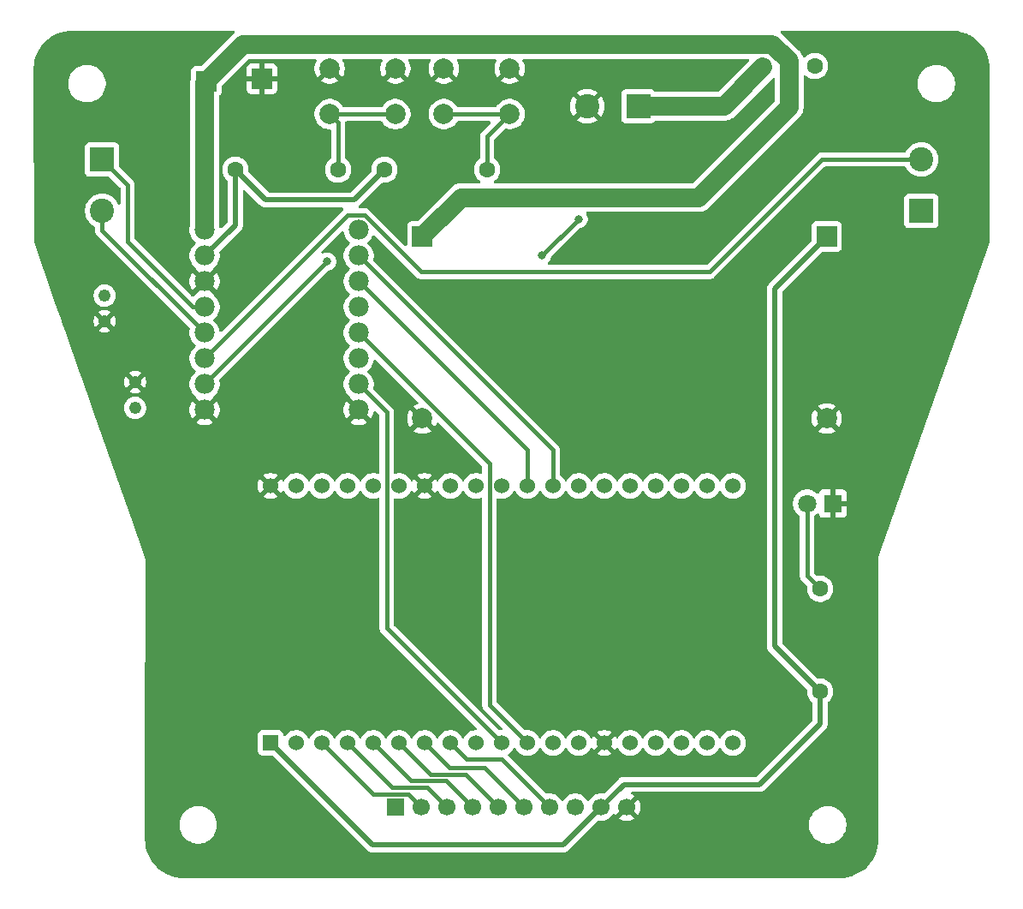
<source format=gbr>
%TF.GenerationSoftware,KiCad,Pcbnew,9.0.7*%
%TF.CreationDate,2026-02-14T18:41:00+05:30*%
%TF.ProjectId,Line_Follower,4c696e65-5f46-46f6-9c6c-6f7765722e6b,v1.0*%
%TF.SameCoordinates,Original*%
%TF.FileFunction,Copper,L1,Top*%
%TF.FilePolarity,Positive*%
%FSLAX46Y46*%
G04 Gerber Fmt 4.6, Leading zero omitted, Abs format (unit mm)*
G04 Created by KiCad (PCBNEW 9.0.7) date 2026-02-14 18:41:00*
%MOMM*%
%LPD*%
G01*
G04 APERTURE LIST*
%TA.AperFunction,ComponentPad*%
%ADD10C,1.600000*%
%TD*%
%TA.AperFunction,ComponentPad*%
%ADD11R,1.500000X1.500000*%
%TD*%
%TA.AperFunction,ComponentPad*%
%ADD12R,2.400000X2.400000*%
%TD*%
%TA.AperFunction,ComponentPad*%
%ADD13C,2.400000*%
%TD*%
%TA.AperFunction,ComponentPad*%
%ADD14R,1.800000X1.800000*%
%TD*%
%TA.AperFunction,ComponentPad*%
%ADD15C,1.800000*%
%TD*%
%TA.AperFunction,ComponentPad*%
%ADD16R,2.000000X2.000000*%
%TD*%
%TA.AperFunction,ComponentPad*%
%ADD17C,2.000000*%
%TD*%
%TA.AperFunction,ComponentPad*%
%ADD18R,1.530000X1.530000*%
%TD*%
%TA.AperFunction,ComponentPad*%
%ADD19C,1.530000*%
%TD*%
%TA.AperFunction,SMDPad,CuDef*%
%ADD20R,2.000000X2.000000*%
%TD*%
%TA.AperFunction,ComponentPad*%
%ADD21C,1.210000*%
%TD*%
%TA.AperFunction,ComponentPad*%
%ADD22R,1.700000X1.700000*%
%TD*%
%TA.AperFunction,ComponentPad*%
%ADD23C,1.700000*%
%TD*%
%TA.AperFunction,ComponentPad*%
%ADD24C,1.980000*%
%TD*%
%TA.AperFunction,ViaPad*%
%ADD25C,0.800000*%
%TD*%
%TA.AperFunction,Conductor*%
%ADD26C,0.400000*%
%TD*%
%TA.AperFunction,Conductor*%
%ADD27C,0.500000*%
%TD*%
%TA.AperFunction,Conductor*%
%ADD28C,1.850000*%
%TD*%
G04 APERTURE END LIST*
D10*
%TO.P,R14,1*%
%TO.N,3V3*%
X118920000Y-44250000D03*
%TO.P,R14,2*%
%TO.N,MODE*%
X129080000Y-44250000D03*
%TD*%
D11*
%TO.P,SW1,1,A*%
%TO.N,VBAT+*%
X173710000Y-34000000D03*
D10*
%TO.P,SW1,2,B*%
%TO.N,Net-(J1-Pin_1)*%
X171170000Y-34000000D03*
%TO.P,SW1,3,C*%
%TO.N,unconnected-(SW1-C-Pad3)*%
X176250000Y-34000000D03*
%TD*%
D12*
%TO.P,J10,1,Pin_1*%
%TO.N,MB1*%
X186762500Y-48330000D03*
D13*
%TO.P,J10,2,Pin_2*%
%TO.N,MB2*%
X186762500Y-43250000D03*
%TD*%
D14*
%TO.P,D2,1,K*%
%TO.N,GND*%
X178000000Y-77250000D03*
D15*
%TO.P,D2,2,A*%
%TO.N,Net-(D2-A)*%
X175460000Y-77250000D03*
%TD*%
D12*
%TO.P,J9,1,Pin_1*%
%TO.N,MA1*%
X105750000Y-43250000D03*
D13*
%TO.P,J9,2,Pin_2*%
%TO.N,MA2*%
X105750000Y-48330000D03*
%TD*%
D16*
%TO.P,U2,1,IN+*%
%TO.N,VBAT+*%
X137411600Y-50840200D03*
D17*
%TO.P,U2,2,IN-*%
%TO.N,GND*%
X137411600Y-68840200D03*
%TO.P,U2,3,OUT-*%
X177411600Y-68840200D03*
D16*
%TO.P,U2,4,OUT+*%
%TO.N,3V3*%
X177411600Y-50840200D03*
%TD*%
D18*
%TO.P,U1,1,3V3*%
%TO.N,3V3*%
X122400000Y-100900000D03*
D19*
%TO.P,U1,2,EN*%
%TO.N,unconnected-(U1-EN-Pad2)*%
X124940000Y-100900000D03*
%TO.P,U1,3,SENSOR_VP*%
%TO.N,IR2*%
X127480000Y-100900000D03*
%TO.P,U1,4,SENSOR_VN*%
%TO.N,IR3*%
X130020000Y-100900000D03*
%TO.P,U1,5,IO34*%
%TO.N,IR4*%
X132560000Y-100900000D03*
%TO.P,U1,6,IO35*%
%TO.N,IR5*%
X135100000Y-100900000D03*
%TO.P,U1,7,IO32*%
%TO.N,IR6*%
X137640000Y-100900000D03*
%TO.P,U1,8,IO33*%
%TO.N,IR7*%
X140180000Y-100900000D03*
%TO.P,U1,9,IO25*%
%TO.N,PWMA*%
X142720000Y-100900000D03*
%TO.P,U1,10,IO26*%
%TO.N,PWMB*%
X145260000Y-100900000D03*
%TO.P,U1,11,IO27*%
%TO.N,BIN1*%
X147800000Y-100900000D03*
%TO.P,U1,12,IO14*%
%TO.N,unconnected-(U1-IO14-Pad12)*%
X150340000Y-100900000D03*
%TO.P,U1,13,IO12*%
%TO.N,unconnected-(U1-IO12-Pad13)*%
X152880000Y-100900000D03*
%TO.P,U1,14,GND1*%
%TO.N,GND*%
X155420000Y-100900000D03*
%TO.P,U1,15,IO13*%
%TO.N,BIN2*%
X157960000Y-100900000D03*
%TO.P,U1,16,SD2*%
%TO.N,unconnected-(U1-SD2-Pad16)*%
X160500000Y-100900000D03*
%TO.P,U1,17,SD3*%
%TO.N,unconnected-(U1-SD3-Pad17)*%
X163040000Y-100900000D03*
%TO.P,U1,18,CMD*%
%TO.N,unconnected-(U1-CMD-Pad18)*%
X165580000Y-100900000D03*
%TO.P,U1,19,EXT_5V*%
%TO.N,unconnected-(U1-EXT_5V-Pad19)*%
X168120000Y-100900000D03*
%TO.P,U1,20,CLK*%
%TO.N,unconnected-(U1-CLK-Pad20)*%
X168120000Y-75500000D03*
%TO.P,U1,21,SD0*%
%TO.N,unconnected-(U1-SD0-Pad21)*%
X165580000Y-75500000D03*
%TO.P,U1,22,SD1*%
%TO.N,unconnected-(U1-SD1-Pad22)*%
X163040000Y-75500000D03*
%TO.P,U1,23,IO15*%
%TO.N,unconnected-(U1-IO15-Pad23)*%
X160500000Y-75500000D03*
%TO.P,U1,24,IO2*%
%TO.N,unconnected-(U1-IO2-Pad24)*%
X157960000Y-75500000D03*
%TO.P,U1,25,IO0*%
%TO.N,unconnected-(U1-IO0-Pad25)*%
X155420000Y-75500000D03*
%TO.P,U1,26,IO4*%
%TO.N,unconnected-(U1-IO4-Pad26)*%
X152880000Y-75500000D03*
%TO.P,U1,27,IO16*%
%TO.N,AIN2*%
X150340000Y-75500000D03*
%TO.P,U1,28,IO17*%
%TO.N,AIN1*%
X147800000Y-75500000D03*
%TO.P,U1,29,IO5*%
%TO.N,unconnected-(U1-IO5-Pad29)*%
X145260000Y-75500000D03*
%TO.P,U1,30,IO18*%
%TO.N,CAL*%
X142720000Y-75500000D03*
%TO.P,U1,31,IO19*%
%TO.N,MODE*%
X140180000Y-75500000D03*
%TO.P,U1,32,GND2*%
%TO.N,GND*%
X137640000Y-75500000D03*
%TO.P,U1,33,IO21*%
%TO.N,STBY*%
X135100000Y-75500000D03*
%TO.P,U1,34,RXD0*%
%TO.N,unconnected-(U1-RXD0-Pad34)*%
X132560000Y-75500000D03*
%TO.P,U1,35,TXD0*%
%TO.N,unconnected-(U1-TXD0-Pad35)*%
X130020000Y-75500000D03*
%TO.P,U1,36,IO22*%
%TO.N,IR8*%
X127480000Y-75500000D03*
%TO.P,U1,37,IO23*%
%TO.N,IR1*%
X124940000Y-75500000D03*
%TO.P,U1,38,GND3*%
%TO.N,GND*%
X122400000Y-75500000D03*
%TD*%
D10*
%TO.P,R13,1*%
%TO.N,3V3*%
X133670000Y-44250000D03*
%TO.P,R13,2*%
%TO.N,CAL*%
X143830000Y-44250000D03*
%TD*%
D20*
%TO.P,TP2,1,1*%
%TO.N,GND*%
X121540000Y-35262500D03*
%TD*%
D21*
%TO.P,C8,1*%
%TO.N,3V3*%
X109000000Y-67790000D03*
%TO.P,C8,2*%
%TO.N,GND*%
X109000000Y-65250000D03*
%TD*%
D20*
%TO.P,TP1,1,1*%
%TO.N,VBAT+*%
X116040000Y-35512500D03*
%TD*%
D22*
%TO.P,J11,1,Pin_1*%
%TO.N,IR1*%
X134760000Y-107250000D03*
D23*
%TO.P,J11,2,Pin_2*%
%TO.N,IR2*%
X137300000Y-107250000D03*
%TO.P,J11,3,Pin_3*%
%TO.N,IR3*%
X139840000Y-107250000D03*
%TO.P,J11,4,Pin_4*%
%TO.N,IR4*%
X142380000Y-107250000D03*
%TO.P,J11,5,Pin_5*%
%TO.N,IR5*%
X144920000Y-107250000D03*
%TO.P,J11,6,Pin_6*%
%TO.N,IR6*%
X147460000Y-107250000D03*
%TO.P,J11,7,Pin_7*%
%TO.N,IR7*%
X150000000Y-107250000D03*
%TO.P,J11,8,Pin_8*%
%TO.N,IR8*%
X152540000Y-107250000D03*
%TO.P,J11,9,Pin_9*%
%TO.N,3V3*%
X155080000Y-107250000D03*
%TO.P,J11,10,Pin_10*%
%TO.N,GND*%
X157620000Y-107250000D03*
%TD*%
D17*
%TO.P,SW3,1,1*%
%TO.N,GND*%
X128250000Y-34262500D03*
X134750000Y-34262500D03*
%TO.P,SW3,2,2*%
%TO.N,MODE*%
X128250000Y-38762500D03*
X134750000Y-38762500D03*
%TD*%
D24*
%TO.P,U3,1,VM*%
%TO.N,VBAT+*%
X115880000Y-50210000D03*
%TO.P,U3,2,VCC*%
%TO.N,3V3*%
X115880000Y-52750000D03*
%TO.P,U3,3,GND*%
%TO.N,GND*%
X115880000Y-55290000D03*
%TO.P,U3,4,A01*%
%TO.N,MA1*%
X115880000Y-57830000D03*
%TO.P,U3,5,A02*%
%TO.N,MA2*%
X115880000Y-60370000D03*
%TO.P,U3,6,B02*%
%TO.N,MB2*%
X115880000Y-62910000D03*
%TO.P,U3,7,B01*%
%TO.N,MB1*%
X115880000Y-65450000D03*
%TO.P,U3,8,GND*%
%TO.N,GND*%
X115880000Y-67990000D03*
%TO.P,U3,9,GND*%
X131120000Y-67990000D03*
%TO.P,U3,10,PWMB*%
%TO.N,PWMB*%
X131120000Y-65450000D03*
%TO.P,U3,11,BI2*%
%TO.N,BIN2*%
X131120000Y-62910000D03*
%TO.P,U3,12,BI1*%
%TO.N,BIN1*%
X131120000Y-60370000D03*
%TO.P,U3,13,STBY*%
%TO.N,STBY*%
X131120000Y-57830000D03*
%TO.P,U3,14,AI1*%
%TO.N,AIN1*%
X131120000Y-55290000D03*
%TO.P,U3,15,AI2*%
%TO.N,AIN2*%
X131120000Y-52750000D03*
%TO.P,U3,16,PWMA*%
%TO.N,PWMA*%
X131120000Y-50210000D03*
%TD*%
D10*
%TO.P,R2,1*%
%TO.N,3V3*%
X176750000Y-95830000D03*
%TO.P,R2,2*%
%TO.N,Net-(D2-A)*%
X176750000Y-85670000D03*
%TD*%
D12*
%TO.P,J1,1,Pin_1*%
%TO.N,Net-(J1-Pin_1)*%
X158790000Y-37987500D03*
D13*
%TO.P,J1,2,Pin_2*%
%TO.N,GND*%
X153710000Y-37987500D03*
%TD*%
D17*
%TO.P,SW6,1,1*%
%TO.N,GND*%
X139540000Y-34250000D03*
X146040000Y-34250000D03*
%TO.P,SW6,2,2*%
%TO.N,CAL*%
X139540000Y-38750000D03*
X146040000Y-38750000D03*
%TD*%
D21*
%TO.P,C5,1*%
%TO.N,VBAT+*%
X106000000Y-56710000D03*
%TO.P,C5,2*%
%TO.N,GND*%
X106000000Y-59250000D03*
%TD*%
D25*
%TO.N,MB1*%
X128000000Y-53330000D03*
%TO.N,CAL*%
X152875000Y-49125000D03*
X149250000Y-52750000D03*
%TD*%
D26*
%TO.N,Net-(D2-A)*%
X175460000Y-77250000D02*
X175460000Y-84380000D01*
X175460000Y-84380000D02*
X176750000Y-85670000D01*
%TO.N,GND*%
X139528000Y-34262500D02*
X139540000Y-34250000D01*
%TO.N,MA2*%
X105750000Y-50240000D02*
X115880000Y-60370000D01*
X105750000Y-48330000D02*
X105750000Y-50240000D01*
%TO.N,MA1*%
X105750000Y-43250000D02*
X108250000Y-45750000D01*
X108250000Y-51375000D02*
X114705000Y-57830000D01*
X108250000Y-45750000D02*
X108250000Y-51375000D01*
X114705000Y-57830000D02*
X115880000Y-57830000D01*
%TO.N,MB2*%
X165813118Y-54351000D02*
X137298882Y-54351000D01*
X137298882Y-54351000D02*
X131716882Y-48769000D01*
X186762500Y-43250000D02*
X176914118Y-43250000D01*
X130021000Y-48769000D02*
X115880000Y-62910000D01*
X176914118Y-43250000D02*
X165813118Y-54351000D01*
X131716882Y-48769000D02*
X130021000Y-48769000D01*
%TO.N,MB1*%
X115880000Y-65450000D02*
X128000000Y-53330000D01*
%TO.N,IR7*%
X141780000Y-102500000D02*
X145250000Y-102500000D01*
X145250000Y-102500000D02*
X150000000Y-107250000D01*
X140180000Y-100900000D02*
X141780000Y-102500000D01*
%TO.N,IR5*%
X141666000Y-103996000D02*
X144920000Y-107250000D01*
X135100000Y-100900000D02*
X138196000Y-103996000D01*
X138196000Y-103996000D02*
X141666000Y-103996000D01*
%TO.N,IR6*%
X137640000Y-100900000D02*
X140085000Y-103345000D01*
X140085000Y-103345000D02*
X143555000Y-103345000D01*
X143555000Y-103345000D02*
X147460000Y-107250000D01*
%TO.N,IR3*%
X134418000Y-105298000D02*
X137888000Y-105298000D01*
X130020000Y-100900000D02*
X134418000Y-105298000D01*
X137888000Y-105298000D02*
X139840000Y-107250000D01*
%TO.N,IR4*%
X136307000Y-104647000D02*
X139777000Y-104647000D01*
X139777000Y-104647000D02*
X142380000Y-107250000D01*
X132560000Y-100900000D02*
X136307000Y-104647000D01*
%TO.N,IR2*%
X135999000Y-105949000D02*
X132529000Y-105949000D01*
X137300000Y-107250000D02*
X135999000Y-105949000D01*
X132529000Y-105949000D02*
X127480000Y-100900000D01*
D27*
%TO.N,3V3*%
X115880000Y-52750000D02*
X118920000Y-49710000D01*
X121920000Y-47250000D02*
X130670000Y-47250000D01*
X118920000Y-49710000D02*
X118920000Y-44250000D01*
X177411600Y-50840200D02*
X172250000Y-56001800D01*
X172250000Y-91330000D02*
X176750000Y-95830000D01*
X155080000Y-107250000D02*
X157330000Y-105000000D01*
X151330000Y-111000000D02*
X155080000Y-107250000D01*
X130670000Y-47250000D02*
X133670000Y-44250000D01*
X172250000Y-56001800D02*
X172250000Y-91330000D01*
X157330000Y-105000000D02*
X170750000Y-105000000D01*
X176750000Y-99000000D02*
X176750000Y-95830000D01*
X132500000Y-111000000D02*
X151330000Y-111000000D01*
X122400000Y-100900000D02*
X132500000Y-111000000D01*
X118920000Y-44250000D02*
X121920000Y-47250000D01*
X170750000Y-105000000D02*
X176750000Y-99000000D01*
D26*
%TO.N,CAL*%
X146040000Y-38750000D02*
X143830000Y-40960000D01*
X143830000Y-40960000D02*
X143830000Y-44250000D01*
X149250000Y-52750000D02*
X152875000Y-49125000D01*
X139540000Y-38750000D02*
X146040000Y-38750000D01*
%TO.N,MODE*%
X128250000Y-38762500D02*
X134750000Y-38762500D01*
X129080000Y-44250000D02*
X129080000Y-39592500D01*
X129080000Y-39592500D02*
X128250000Y-38762500D01*
D28*
%TO.N,VBAT+*%
X137411600Y-50840200D02*
X141251800Y-47000000D01*
X116040000Y-35512500D02*
X119678500Y-31874000D01*
X115880000Y-50210000D02*
X115880000Y-35672500D01*
X173710000Y-38040000D02*
X173710000Y-34000000D01*
X172050619Y-31874000D02*
X173710000Y-33533381D01*
X164750000Y-47000000D02*
X173710000Y-38040000D01*
X115880000Y-35672500D02*
X116040000Y-35512500D01*
X173710000Y-33533381D02*
X173710000Y-34000000D01*
X141251800Y-47000000D02*
X164750000Y-47000000D01*
X119678500Y-31874000D02*
X172050619Y-31874000D01*
D26*
%TO.N,AIN2*%
X150340000Y-75500000D02*
X150340000Y-71970000D01*
X150340000Y-71970000D02*
X131120000Y-52750000D01*
%TO.N,BIN1*%
X131120000Y-60370000D02*
X144044000Y-73294000D01*
X144044000Y-97144000D02*
X147800000Y-100900000D01*
X144044000Y-73294000D02*
X144044000Y-97144000D01*
%TO.N,PWMB*%
X133884000Y-68214000D02*
X133884000Y-89524000D01*
X131120000Y-65450000D02*
X133884000Y-68214000D01*
X133884000Y-89524000D02*
X145260000Y-100900000D01*
%TO.N,AIN1*%
X147800000Y-75500000D02*
X147800000Y-71970000D01*
X147800000Y-71970000D02*
X131120000Y-55290000D01*
D28*
%TO.N,Net-(J1-Pin_1)*%
X158790000Y-37987500D02*
X167255726Y-37987500D01*
X167255726Y-37987500D02*
X171118226Y-34125000D01*
%TD*%
%TA.AperFunction,Conductor*%
%TO.N,GND*%
G36*
X189753019Y-30501551D02*
G01*
X190113383Y-30519255D01*
X190125483Y-30520447D01*
X190479344Y-30572937D01*
X190491254Y-30575306D01*
X190838290Y-30662235D01*
X190849903Y-30665759D01*
X191186739Y-30786282D01*
X191197958Y-30790929D01*
X191521345Y-30943882D01*
X191532064Y-30949610D01*
X191838909Y-31133528D01*
X191849015Y-31140281D01*
X192136347Y-31353383D01*
X192145741Y-31361093D01*
X192410808Y-31601339D01*
X192419398Y-31609929D01*
X192505761Y-31705217D01*
X192659635Y-31874994D01*
X192667354Y-31884400D01*
X192880443Y-32171722D01*
X192887204Y-32181840D01*
X193055894Y-32463289D01*
X193071110Y-32488675D01*
X193076846Y-32499407D01*
X193229786Y-32822781D01*
X193234443Y-32834024D01*
X193354953Y-33170840D01*
X193358485Y-33182485D01*
X193445399Y-33529483D01*
X193447773Y-33541418D01*
X193500257Y-33895265D01*
X193501450Y-33907375D01*
X193508465Y-34050208D01*
X193517106Y-34226148D01*
X193519201Y-34268792D01*
X193519350Y-34275018D01*
X193499622Y-51393091D01*
X193492587Y-51434120D01*
X182547107Y-82529234D01*
X182543293Y-82540070D01*
X182533539Y-82556980D01*
X182521493Y-82601999D01*
X182519906Y-82606509D01*
X182506016Y-82645969D01*
X182506015Y-82645977D01*
X182505400Y-82653979D01*
X182504521Y-82665433D01*
X182499477Y-82684286D01*
X182499492Y-82730880D01*
X182499127Y-82735644D01*
X182495923Y-82777367D01*
X182495923Y-82777373D01*
X182497402Y-82785268D01*
X182499521Y-82808050D01*
X182509342Y-110358345D01*
X182509342Y-110358355D01*
X182509344Y-110367170D01*
X182509116Y-110368038D01*
X182509361Y-110431032D01*
X182509362Y-110431314D01*
X182509350Y-110431351D01*
X182509235Y-110436963D01*
X182492717Y-110801364D01*
X182491566Y-110813508D01*
X182439762Y-111171487D01*
X182437423Y-111183460D01*
X182350695Y-111534614D01*
X182347191Y-111546299D01*
X182226375Y-111887240D01*
X182221739Y-111898524D01*
X182068015Y-112225925D01*
X182062294Y-112236699D01*
X181877134Y-112547428D01*
X181870381Y-112557588D01*
X181655591Y-112848611D01*
X181647873Y-112858058D01*
X181405523Y-113126569D01*
X181396914Y-113135212D01*
X181129351Y-113378614D01*
X181119934Y-113386369D01*
X180829752Y-113602299D01*
X180819619Y-113609091D01*
X180509625Y-113795463D01*
X180498873Y-113801227D01*
X180172065Y-113956237D01*
X180160806Y-113960914D01*
X179894336Y-114056517D01*
X179820342Y-114083065D01*
X179808670Y-114086614D01*
X179457861Y-114174716D01*
X179445898Y-114177102D01*
X179088127Y-114230308D01*
X179075987Y-114231507D01*
X178713732Y-114249350D01*
X178707632Y-114249500D01*
X113794436Y-114249500D01*
X113788351Y-114249351D01*
X113424934Y-114231495D01*
X113412824Y-114230302D01*
X113055937Y-114177362D01*
X113044002Y-114174988D01*
X112694010Y-114087319D01*
X112682366Y-114083786D01*
X112342676Y-113962243D01*
X112331433Y-113957587D01*
X112005263Y-113803320D01*
X111994536Y-113797585D01*
X111685075Y-113612102D01*
X111674957Y-113605342D01*
X111385154Y-113390409D01*
X111375748Y-113382689D01*
X111108418Y-113140397D01*
X111099820Y-113131800D01*
X110857500Y-112864442D01*
X110849801Y-112855059D01*
X110634867Y-112565257D01*
X110628110Y-112555145D01*
X110626628Y-112552673D01*
X110442615Y-112245668D01*
X110436883Y-112234942D01*
X110282619Y-111908782D01*
X110277971Y-111897562D01*
X110156414Y-111557838D01*
X110152887Y-111546213D01*
X110065214Y-111196211D01*
X110062841Y-111184281D01*
X110044265Y-111059062D01*
X110009898Y-110827389D01*
X110008705Y-110815278D01*
X109990873Y-110452358D01*
X109990724Y-110446229D01*
X109990730Y-110430846D01*
X109991192Y-109121288D01*
X109991278Y-108878711D01*
X113399500Y-108878711D01*
X113399500Y-109121288D01*
X113431161Y-109361785D01*
X113493947Y-109596104D01*
X113586773Y-109820205D01*
X113586776Y-109820212D01*
X113708064Y-110030289D01*
X113708066Y-110030292D01*
X113708067Y-110030293D01*
X113855733Y-110222736D01*
X113855739Y-110222743D01*
X114027256Y-110394260D01*
X114027263Y-110394266D01*
X114079034Y-110433991D01*
X114219711Y-110541936D01*
X114429788Y-110663224D01*
X114653900Y-110756054D01*
X114888211Y-110818838D01*
X115068586Y-110842584D01*
X115128711Y-110850500D01*
X115128712Y-110850500D01*
X115371289Y-110850500D01*
X115419388Y-110844167D01*
X115611789Y-110818838D01*
X115846100Y-110756054D01*
X116070212Y-110663224D01*
X116280289Y-110541936D01*
X116472738Y-110394265D01*
X116644265Y-110222738D01*
X116791936Y-110030289D01*
X116913224Y-109820212D01*
X117006054Y-109596100D01*
X117068838Y-109361789D01*
X117100500Y-109121288D01*
X117100500Y-108878712D01*
X117068838Y-108638211D01*
X117006054Y-108403900D01*
X116913224Y-108179788D01*
X116791936Y-107969711D01*
X116644265Y-107777262D01*
X116644260Y-107777256D01*
X116472743Y-107605739D01*
X116472736Y-107605733D01*
X116280293Y-107458067D01*
X116280292Y-107458066D01*
X116280289Y-107458064D01*
X116070212Y-107336776D01*
X116070205Y-107336773D01*
X115846104Y-107243947D01*
X115611785Y-107181161D01*
X115371289Y-107149500D01*
X115371288Y-107149500D01*
X115128712Y-107149500D01*
X115128711Y-107149500D01*
X114888214Y-107181161D01*
X114653895Y-107243947D01*
X114429794Y-107336773D01*
X114429785Y-107336777D01*
X114219706Y-107458067D01*
X114027263Y-107605733D01*
X114027256Y-107605739D01*
X113855739Y-107777256D01*
X113855733Y-107777263D01*
X113708067Y-107969706D01*
X113586777Y-108179785D01*
X113586773Y-108179794D01*
X113493947Y-108403895D01*
X113431161Y-108638214D01*
X113399500Y-108878711D01*
X109991278Y-108878711D01*
X109991279Y-108874609D01*
X109993273Y-103225233D01*
X110000483Y-82796557D01*
X110004077Y-82777370D01*
X110000506Y-82730887D01*
X110000523Y-82684284D01*
X109998449Y-82676535D01*
X109994598Y-82653969D01*
X109993984Y-82645976D01*
X109993984Y-82645973D01*
X109980090Y-82606502D01*
X109977274Y-82597398D01*
X109966460Y-82556978D01*
X109962443Y-82550015D01*
X109952890Y-82529230D01*
X108587401Y-78649999D01*
X104734053Y-67702989D01*
X107894500Y-67702989D01*
X107894500Y-67877010D01*
X107921720Y-68048872D01*
X107975494Y-68214369D01*
X108054494Y-68369411D01*
X108156766Y-68510178D01*
X108156770Y-68510183D01*
X108279816Y-68633229D01*
X108279821Y-68633233D01*
X108402202Y-68722147D01*
X108420592Y-68735508D01*
X108490117Y-68770933D01*
X108575630Y-68814505D01*
X108575632Y-68814505D01*
X108575635Y-68814507D01*
X108654707Y-68840199D01*
X108741127Y-68868279D01*
X108912990Y-68895500D01*
X108912995Y-68895500D01*
X109087010Y-68895500D01*
X109258872Y-68868279D01*
X109424365Y-68814507D01*
X109579408Y-68735508D01*
X109720185Y-68633228D01*
X109843228Y-68510185D01*
X109945508Y-68369408D01*
X110024507Y-68214365D01*
X110078279Y-68048872D01*
X110084488Y-68009672D01*
X110105500Y-67877010D01*
X110105500Y-67702989D01*
X110078279Y-67531127D01*
X110051950Y-67450097D01*
X110024507Y-67365635D01*
X110024505Y-67365632D01*
X110024505Y-67365630D01*
X109979195Y-67276706D01*
X109945508Y-67210592D01*
X109932440Y-67192605D01*
X109843233Y-67069821D01*
X109843229Y-67069816D01*
X109720183Y-66946770D01*
X109720178Y-66946766D01*
X109579411Y-66844494D01*
X109579410Y-66844493D01*
X109579408Y-66844492D01*
X109530992Y-66819823D01*
X109424369Y-66765494D01*
X109258872Y-66711720D01*
X109087010Y-66684500D01*
X109087005Y-66684500D01*
X108912995Y-66684500D01*
X108912990Y-66684500D01*
X108741127Y-66711720D01*
X108575630Y-66765494D01*
X108420588Y-66844494D01*
X108279821Y-66946766D01*
X108279816Y-66946770D01*
X108156770Y-67069816D01*
X108156766Y-67069821D01*
X108054494Y-67210588D01*
X107975494Y-67365630D01*
X107921720Y-67531127D01*
X107894500Y-67702989D01*
X104734053Y-67702989D01*
X104511178Y-67069821D01*
X104199292Y-66183780D01*
X103918834Y-65387025D01*
X103839989Y-65163035D01*
X107895000Y-65163035D01*
X107895000Y-65336964D01*
X107922209Y-65508756D01*
X107975954Y-65674170D01*
X107975955Y-65674173D01*
X108054919Y-65829146D01*
X108060129Y-65836316D01*
X108645000Y-65251445D01*
X108645000Y-65296737D01*
X108669193Y-65387025D01*
X108715930Y-65467975D01*
X108782025Y-65534070D01*
X108862975Y-65580807D01*
X108953263Y-65605000D01*
X108998554Y-65605000D01*
X108413683Y-66189869D01*
X108420854Y-66195081D01*
X108575826Y-66274044D01*
X108575829Y-66274045D01*
X108741243Y-66327790D01*
X108913036Y-66355000D01*
X109086964Y-66355000D01*
X109258756Y-66327790D01*
X109424170Y-66274045D01*
X109424173Y-66274044D01*
X109579145Y-66195080D01*
X109586316Y-66189869D01*
X109001447Y-65605000D01*
X109046737Y-65605000D01*
X109137025Y-65580807D01*
X109217975Y-65534070D01*
X109284070Y-65467975D01*
X109330807Y-65387025D01*
X109355000Y-65296737D01*
X109355000Y-65251447D01*
X109939869Y-65836316D01*
X109945080Y-65829145D01*
X110024044Y-65674173D01*
X110024045Y-65674170D01*
X110077790Y-65508756D01*
X110105000Y-65336964D01*
X110105000Y-65163035D01*
X110077790Y-64991243D01*
X110024045Y-64825829D01*
X110024044Y-64825826D01*
X109945081Y-64670854D01*
X109939869Y-64663683D01*
X109355000Y-65248552D01*
X109355000Y-65203263D01*
X109330807Y-65112975D01*
X109284070Y-65032025D01*
X109217975Y-64965930D01*
X109137025Y-64919193D01*
X109046737Y-64895000D01*
X109001447Y-64895000D01*
X109586316Y-64310129D01*
X109579146Y-64304919D01*
X109424173Y-64225955D01*
X109424170Y-64225954D01*
X109258756Y-64172209D01*
X109086964Y-64145000D01*
X108913036Y-64145000D01*
X108741243Y-64172209D01*
X108575829Y-64225954D01*
X108575826Y-64225955D01*
X108420854Y-64304918D01*
X108413682Y-64310129D01*
X108998554Y-64895000D01*
X108953263Y-64895000D01*
X108862975Y-64919193D01*
X108782025Y-64965930D01*
X108715930Y-65032025D01*
X108669193Y-65112975D01*
X108645000Y-65203263D01*
X108645000Y-65248553D01*
X108060129Y-64663682D01*
X108054918Y-64670854D01*
X107975955Y-64825826D01*
X107975954Y-64825829D01*
X107922209Y-64991243D01*
X107895000Y-65163035D01*
X103839989Y-65163035D01*
X103540815Y-64313108D01*
X102087292Y-60183780D01*
X101775053Y-59296737D01*
X101727990Y-59163035D01*
X104895000Y-59163035D01*
X104895000Y-59336964D01*
X104922209Y-59508756D01*
X104975954Y-59674170D01*
X104975955Y-59674173D01*
X105054919Y-59829146D01*
X105060129Y-59836316D01*
X105645000Y-59251445D01*
X105645000Y-59296737D01*
X105669193Y-59387025D01*
X105715930Y-59467975D01*
X105782025Y-59534070D01*
X105862975Y-59580807D01*
X105953263Y-59605000D01*
X105998554Y-59605000D01*
X105413683Y-60189869D01*
X105420854Y-60195081D01*
X105575826Y-60274044D01*
X105575829Y-60274045D01*
X105741243Y-60327790D01*
X105913036Y-60355000D01*
X106086964Y-60355000D01*
X106258756Y-60327790D01*
X106424170Y-60274045D01*
X106424173Y-60274044D01*
X106579145Y-60195080D01*
X106586316Y-60189869D01*
X106001447Y-59605000D01*
X106046737Y-59605000D01*
X106137025Y-59580807D01*
X106217975Y-59534070D01*
X106284070Y-59467975D01*
X106330807Y-59387025D01*
X106355000Y-59296737D01*
X106355000Y-59251447D01*
X106939869Y-59836316D01*
X106945080Y-59829145D01*
X107024044Y-59674173D01*
X107024045Y-59674170D01*
X107077790Y-59508756D01*
X107105000Y-59336964D01*
X107105000Y-59163035D01*
X107077790Y-58991243D01*
X107024045Y-58825829D01*
X107024044Y-58825826D01*
X106945081Y-58670854D01*
X106939869Y-58663683D01*
X106355000Y-59248552D01*
X106355000Y-59203263D01*
X106330807Y-59112975D01*
X106284070Y-59032025D01*
X106217975Y-58965930D01*
X106137025Y-58919193D01*
X106046737Y-58895000D01*
X106001447Y-58895000D01*
X106586316Y-58310129D01*
X106579146Y-58304919D01*
X106424173Y-58225955D01*
X106424170Y-58225954D01*
X106258756Y-58172209D01*
X106086964Y-58145000D01*
X105913036Y-58145000D01*
X105741243Y-58172209D01*
X105575829Y-58225954D01*
X105575826Y-58225955D01*
X105420854Y-58304918D01*
X105413682Y-58310129D01*
X105998554Y-58895000D01*
X105953263Y-58895000D01*
X105862975Y-58919193D01*
X105782025Y-58965930D01*
X105715930Y-59032025D01*
X105669193Y-59112975D01*
X105645000Y-59203263D01*
X105645000Y-59248553D01*
X105060129Y-58663682D01*
X105054918Y-58670854D01*
X104975955Y-58825826D01*
X104975954Y-58825829D01*
X104922209Y-58991243D01*
X104895000Y-59163035D01*
X101727990Y-59163035D01*
X101425932Y-58304918D01*
X100846673Y-56659295D01*
X100833893Y-56622989D01*
X104894500Y-56622989D01*
X104894500Y-56797010D01*
X104921720Y-56968872D01*
X104975494Y-57134369D01*
X105054494Y-57289411D01*
X105156766Y-57430178D01*
X105156770Y-57430183D01*
X105279816Y-57553229D01*
X105279821Y-57553233D01*
X105402605Y-57642440D01*
X105420592Y-57655508D01*
X105519381Y-57705844D01*
X105575630Y-57734505D01*
X105575632Y-57734505D01*
X105575635Y-57734507D01*
X105664343Y-57763330D01*
X105741127Y-57788279D01*
X105912990Y-57815500D01*
X105912995Y-57815500D01*
X106087010Y-57815500D01*
X106258872Y-57788279D01*
X106424365Y-57734507D01*
X106579408Y-57655508D01*
X106720185Y-57553228D01*
X106843228Y-57430185D01*
X106945508Y-57289408D01*
X107024507Y-57134365D01*
X107078279Y-56968872D01*
X107093988Y-56869689D01*
X107105500Y-56797010D01*
X107105500Y-56622989D01*
X107078279Y-56451127D01*
X107042009Y-56339500D01*
X107024507Y-56285635D01*
X107024505Y-56285632D01*
X107024505Y-56285630D01*
X106956388Y-56151946D01*
X106945508Y-56130592D01*
X106902352Y-56071192D01*
X106843233Y-55989821D01*
X106843229Y-55989816D01*
X106720183Y-55866770D01*
X106720178Y-55866766D01*
X106579411Y-55764494D01*
X106579410Y-55764493D01*
X106579408Y-55764492D01*
X106530992Y-55739823D01*
X106424369Y-55685494D01*
X106258872Y-55631720D01*
X106087010Y-55604500D01*
X106087005Y-55604500D01*
X105912995Y-55604500D01*
X105912990Y-55604500D01*
X105741127Y-55631720D01*
X105575630Y-55685494D01*
X105420588Y-55764494D01*
X105279821Y-55866766D01*
X105279816Y-55866770D01*
X105156770Y-55989816D01*
X105156766Y-55989821D01*
X105054494Y-56130588D01*
X104975494Y-56285630D01*
X104921720Y-56451127D01*
X104894500Y-56622989D01*
X100833893Y-56622989D01*
X99007398Y-51434082D01*
X99000363Y-51393069D01*
X98980208Y-35628711D01*
X102399500Y-35628711D01*
X102399500Y-35871288D01*
X102431161Y-36111785D01*
X102493947Y-36346104D01*
X102583374Y-36562000D01*
X102586776Y-36570212D01*
X102708064Y-36780289D01*
X102708066Y-36780292D01*
X102708067Y-36780293D01*
X102855733Y-36972736D01*
X102855739Y-36972743D01*
X103027256Y-37144260D01*
X103027262Y-37144265D01*
X103219711Y-37291936D01*
X103429788Y-37413224D01*
X103653900Y-37506054D01*
X103888211Y-37568838D01*
X104068586Y-37592584D01*
X104128711Y-37600500D01*
X104128712Y-37600500D01*
X104371289Y-37600500D01*
X104419388Y-37594167D01*
X104611789Y-37568838D01*
X104846100Y-37506054D01*
X105070212Y-37413224D01*
X105280289Y-37291936D01*
X105472738Y-37144265D01*
X105644265Y-36972738D01*
X105791936Y-36780289D01*
X105913224Y-36570212D01*
X106006054Y-36346100D01*
X106068838Y-36111789D01*
X106100500Y-35871288D01*
X106100500Y-35628712D01*
X106068838Y-35388211D01*
X106006054Y-35153900D01*
X105913224Y-34929788D01*
X105791936Y-34719711D01*
X105644265Y-34527262D01*
X105644260Y-34527256D01*
X105472743Y-34355739D01*
X105472736Y-34355733D01*
X105280293Y-34208067D01*
X105280292Y-34208066D01*
X105280289Y-34208064D01*
X105108661Y-34108974D01*
X105070214Y-34086777D01*
X105070205Y-34086773D01*
X104846104Y-33993947D01*
X104611785Y-33931161D01*
X104371289Y-33899500D01*
X104371288Y-33899500D01*
X104128712Y-33899500D01*
X104128711Y-33899500D01*
X103888214Y-33931161D01*
X103653895Y-33993947D01*
X103429794Y-34086773D01*
X103429785Y-34086777D01*
X103219706Y-34208067D01*
X103027263Y-34355733D01*
X103027256Y-34355739D01*
X102855739Y-34527256D01*
X102855733Y-34527263D01*
X102708067Y-34719706D01*
X102586777Y-34929785D01*
X102586773Y-34929794D01*
X102493947Y-35153895D01*
X102431161Y-35388214D01*
X102399500Y-35628711D01*
X98980208Y-35628711D01*
X98980203Y-35624812D01*
X98978502Y-34294509D01*
X98978651Y-34288265D01*
X98982267Y-34214672D01*
X98996361Y-33927791D01*
X98997554Y-33915685D01*
X98998058Y-33912292D01*
X99050075Y-33561627D01*
X99052449Y-33549694D01*
X99064701Y-33500781D01*
X99139427Y-33202461D01*
X99142947Y-33190858D01*
X99263544Y-32853817D01*
X99268193Y-32842596D01*
X99271819Y-32834931D01*
X99344714Y-32680807D01*
X99421235Y-32519019D01*
X99426964Y-32508298D01*
X99610995Y-32201263D01*
X99617735Y-32191176D01*
X99830969Y-31903666D01*
X99838679Y-31894272D01*
X100079066Y-31629046D01*
X100087656Y-31620456D01*
X100352882Y-31380070D01*
X100362267Y-31372367D01*
X100649794Y-31159123D01*
X100659882Y-31152383D01*
X100966918Y-30968354D01*
X100977621Y-30962632D01*
X101301222Y-30809581D01*
X101312429Y-30804939D01*
X101649471Y-30684344D01*
X101661092Y-30680819D01*
X102008327Y-30593841D01*
X102020229Y-30591474D01*
X102374306Y-30538952D01*
X102386402Y-30537760D01*
X102746994Y-30520045D01*
X102753022Y-30519897D01*
X118740074Y-30516498D01*
X118807117Y-30536168D01*
X118852883Y-30588963D01*
X118862842Y-30658119D01*
X118833830Y-30721681D01*
X118812987Y-30740815D01*
X118749851Y-30786686D01*
X118749849Y-30786688D01*
X118591186Y-30945352D01*
X115560856Y-33975681D01*
X115499533Y-34009166D01*
X115473175Y-34012000D01*
X114992129Y-34012000D01*
X114992123Y-34012001D01*
X114932516Y-34018408D01*
X114797671Y-34068702D01*
X114797664Y-34068706D01*
X114682455Y-34154952D01*
X114682452Y-34154955D01*
X114596206Y-34270164D01*
X114596202Y-34270171D01*
X114545908Y-34405017D01*
X114539501Y-34464616D01*
X114539500Y-34464635D01*
X114539500Y-35165477D01*
X114533431Y-35203795D01*
X114489600Y-35338693D01*
X114454500Y-35560305D01*
X114454500Y-49754238D01*
X114448431Y-49792556D01*
X114426201Y-49860972D01*
X114389500Y-50092695D01*
X114389500Y-50327304D01*
X114426201Y-50559027D01*
X114498697Y-50782150D01*
X114605212Y-50991195D01*
X114743104Y-51180989D01*
X114743108Y-51180994D01*
X114909005Y-51346891D01*
X114909010Y-51346895D01*
X114954137Y-51379682D01*
X114996803Y-51435012D01*
X115002782Y-51504625D01*
X114970176Y-51566420D01*
X114954137Y-51580318D01*
X114909010Y-51613104D01*
X114909005Y-51613108D01*
X114743108Y-51779005D01*
X114743104Y-51779010D01*
X114605212Y-51968804D01*
X114498697Y-52177849D01*
X114426201Y-52400972D01*
X114389500Y-52632695D01*
X114389500Y-52867304D01*
X114426201Y-53099027D01*
X114498697Y-53322150D01*
X114499659Y-53324038D01*
X114589389Y-53500142D01*
X114605212Y-53531195D01*
X114743104Y-53720989D01*
X114743108Y-53720994D01*
X114743110Y-53720996D01*
X114909004Y-53886890D01*
X114969940Y-53931162D01*
X115012606Y-53986492D01*
X115020673Y-54041210D01*
X115018053Y-54074499D01*
X115624858Y-54681304D01*
X115567373Y-54705116D01*
X115459275Y-54777345D01*
X115367345Y-54869275D01*
X115295116Y-54977373D01*
X115271304Y-55034858D01*
X114664499Y-54428053D01*
X114664498Y-54428053D01*
X114605639Y-54509068D01*
X114499164Y-54718034D01*
X114426689Y-54941090D01*
X114390000Y-55172734D01*
X114390000Y-55407265D01*
X114426689Y-55638909D01*
X114499164Y-55861965D01*
X114605640Y-56070933D01*
X114664498Y-56151945D01*
X114664499Y-56151945D01*
X115271304Y-55545140D01*
X115295116Y-55602627D01*
X115367345Y-55710725D01*
X115459275Y-55802655D01*
X115567373Y-55874884D01*
X115624858Y-55898695D01*
X115018053Y-56505499D01*
X115020673Y-56538789D01*
X115019774Y-56543066D01*
X115021048Y-56547245D01*
X115012657Y-56576946D01*
X115006309Y-56607166D01*
X115002905Y-56611465D01*
X115002053Y-56614483D01*
X114992024Y-56625211D01*
X114979216Y-56641392D01*
X114974749Y-56645343D01*
X114909004Y-56693110D01*
X114818889Y-56783224D01*
X114816046Y-56785740D01*
X114787709Y-56799034D01*
X114760242Y-56814032D01*
X114756337Y-56813752D01*
X114752792Y-56815416D01*
X114721775Y-56811281D01*
X114690551Y-56809048D01*
X114686762Y-56806613D01*
X114683535Y-56806183D01*
X114675554Y-56799409D01*
X114646204Y-56780547D01*
X108986819Y-51121162D01*
X108953334Y-51059839D01*
X108950500Y-51033481D01*
X108950500Y-45681004D01*
X108923581Y-45545677D01*
X108923580Y-45545676D01*
X108923580Y-45545672D01*
X108886113Y-45455218D01*
X108870777Y-45418192D01*
X108794112Y-45303454D01*
X107486818Y-43996160D01*
X107453333Y-43934837D01*
X107450499Y-43908479D01*
X107450499Y-42002129D01*
X107450498Y-42002123D01*
X107450497Y-42002116D01*
X107444091Y-41942517D01*
X107403265Y-41833058D01*
X107393797Y-41807671D01*
X107393793Y-41807664D01*
X107307547Y-41692455D01*
X107307544Y-41692452D01*
X107192335Y-41606206D01*
X107192328Y-41606202D01*
X107057482Y-41555908D01*
X107057483Y-41555908D01*
X106997883Y-41549501D01*
X106997881Y-41549500D01*
X106997873Y-41549500D01*
X106997864Y-41549500D01*
X104502129Y-41549500D01*
X104502123Y-41549501D01*
X104442516Y-41555908D01*
X104307671Y-41606202D01*
X104307664Y-41606206D01*
X104192455Y-41692452D01*
X104192452Y-41692455D01*
X104106206Y-41807664D01*
X104106202Y-41807671D01*
X104055908Y-41942517D01*
X104049501Y-42002116D01*
X104049501Y-42002123D01*
X104049500Y-42002135D01*
X104049500Y-44497870D01*
X104049501Y-44497876D01*
X104055908Y-44557483D01*
X104106202Y-44692328D01*
X104106206Y-44692335D01*
X104192452Y-44807544D01*
X104192455Y-44807547D01*
X104307664Y-44893793D01*
X104307671Y-44893797D01*
X104442517Y-44944091D01*
X104442516Y-44944091D01*
X104449444Y-44944835D01*
X104502127Y-44950500D01*
X106408480Y-44950499D01*
X106475519Y-44970184D01*
X106496161Y-44986818D01*
X107513181Y-46003838D01*
X107546666Y-46065161D01*
X107549500Y-46091519D01*
X107549500Y-47607364D01*
X107529815Y-47674403D01*
X107477011Y-47720158D01*
X107407853Y-47730102D01*
X107344297Y-47701077D01*
X107310939Y-47654817D01*
X107278406Y-47576277D01*
X107278405Y-47576274D01*
X107166948Y-47383226D01*
X107031247Y-47206376D01*
X107031242Y-47206370D01*
X106873629Y-47048757D01*
X106873622Y-47048751D01*
X106696782Y-46913058D01*
X106696780Y-46913057D01*
X106696774Y-46913052D01*
X106503726Y-46801595D01*
X106503722Y-46801593D01*
X106297790Y-46716293D01*
X106297783Y-46716291D01*
X106297781Y-46716290D01*
X106082463Y-46658596D01*
X106082457Y-46658595D01*
X106082452Y-46658594D01*
X105861466Y-46629501D01*
X105861463Y-46629500D01*
X105861457Y-46629500D01*
X105638543Y-46629500D01*
X105638537Y-46629500D01*
X105638533Y-46629501D01*
X105417547Y-46658594D01*
X105417540Y-46658595D01*
X105417537Y-46658596D01*
X105314502Y-46686204D01*
X105202219Y-46716290D01*
X105202209Y-46716293D01*
X104996277Y-46801593D01*
X104996273Y-46801595D01*
X104803226Y-46913052D01*
X104803217Y-46913058D01*
X104626377Y-47048751D01*
X104626370Y-47048757D01*
X104468757Y-47206370D01*
X104468751Y-47206377D01*
X104333058Y-47383217D01*
X104333052Y-47383226D01*
X104221595Y-47576273D01*
X104221593Y-47576277D01*
X104136293Y-47782209D01*
X104136290Y-47782219D01*
X104097055Y-47928649D01*
X104078597Y-47997534D01*
X104078594Y-47997547D01*
X104049501Y-48218533D01*
X104049500Y-48218543D01*
X104049500Y-48441450D01*
X104049501Y-48441466D01*
X104078594Y-48662452D01*
X104078595Y-48662457D01*
X104078596Y-48662463D01*
X104132151Y-48862334D01*
X104136290Y-48877780D01*
X104136293Y-48877790D01*
X104221591Y-49083717D01*
X104221595Y-49083726D01*
X104333052Y-49276774D01*
X104333057Y-49276780D01*
X104333058Y-49276782D01*
X104468751Y-49453622D01*
X104468757Y-49453629D01*
X104626370Y-49611242D01*
X104626377Y-49611248D01*
X104740783Y-49699034D01*
X104803226Y-49746948D01*
X104803228Y-49746949D01*
X104803232Y-49746952D01*
X104881838Y-49792335D01*
X104987500Y-49853339D01*
X105035716Y-49903906D01*
X105049500Y-49960726D01*
X105049500Y-50171006D01*
X105049500Y-50308994D01*
X105049500Y-50308996D01*
X105049499Y-50308996D01*
X105076418Y-50444322D01*
X105076421Y-50444332D01*
X105129222Y-50571807D01*
X105205887Y-50686545D01*
X105205888Y-50686546D01*
X114400455Y-59881111D01*
X114433940Y-59942434D01*
X114430706Y-60007108D01*
X114426200Y-60020974D01*
X114389500Y-60252695D01*
X114389500Y-60487304D01*
X114426201Y-60719027D01*
X114498697Y-60942150D01*
X114605212Y-61151195D01*
X114743104Y-61340989D01*
X114743108Y-61340994D01*
X114909005Y-61506891D01*
X114909010Y-61506895D01*
X114954137Y-61539682D01*
X114996803Y-61595012D01*
X115002782Y-61664625D01*
X114970176Y-61726420D01*
X114954137Y-61740318D01*
X114909010Y-61773104D01*
X114909005Y-61773108D01*
X114743108Y-61939005D01*
X114743104Y-61939010D01*
X114605212Y-62128804D01*
X114498697Y-62337849D01*
X114426201Y-62560972D01*
X114426201Y-62560974D01*
X114389500Y-62792695D01*
X114389500Y-63027305D01*
X114403486Y-63115608D01*
X114426201Y-63259027D01*
X114498697Y-63482150D01*
X114605212Y-63691195D01*
X114743104Y-63880989D01*
X114743108Y-63880994D01*
X114909005Y-64046891D01*
X114909010Y-64046895D01*
X114954137Y-64079682D01*
X114996803Y-64135012D01*
X115002782Y-64204625D01*
X114970176Y-64266420D01*
X114954137Y-64280318D01*
X114909010Y-64313104D01*
X114909005Y-64313108D01*
X114743108Y-64479005D01*
X114743104Y-64479010D01*
X114605212Y-64668804D01*
X114498697Y-64877849D01*
X114426201Y-65100972D01*
X114389500Y-65332695D01*
X114389500Y-65567304D01*
X114426201Y-65799027D01*
X114498697Y-66022150D01*
X114498699Y-66022153D01*
X114586810Y-66195081D01*
X114605212Y-66231195D01*
X114743104Y-66420989D01*
X114743108Y-66420994D01*
X114743110Y-66420996D01*
X114909004Y-66586890D01*
X114969940Y-66631162D01*
X115012606Y-66686492D01*
X115020673Y-66741210D01*
X115018053Y-66774499D01*
X115624858Y-67381304D01*
X115567373Y-67405116D01*
X115459275Y-67477345D01*
X115367345Y-67569275D01*
X115295116Y-67677373D01*
X115271304Y-67734858D01*
X114664499Y-67128053D01*
X114664498Y-67128053D01*
X114605639Y-67209068D01*
X114499164Y-67418034D01*
X114426689Y-67641090D01*
X114390000Y-67872734D01*
X114390000Y-68107265D01*
X114426689Y-68338909D01*
X114499164Y-68561965D01*
X114605640Y-68770933D01*
X114664498Y-68851945D01*
X114664499Y-68851945D01*
X115271304Y-68245140D01*
X115295116Y-68302627D01*
X115367345Y-68410725D01*
X115459275Y-68502655D01*
X115567373Y-68574884D01*
X115624858Y-68598695D01*
X115018052Y-69205499D01*
X115018053Y-69205500D01*
X115099066Y-69264359D01*
X115308034Y-69370835D01*
X115531090Y-69443310D01*
X115762735Y-69480000D01*
X115997265Y-69480000D01*
X116228909Y-69443310D01*
X116451965Y-69370835D01*
X116660930Y-69264361D01*
X116741945Y-69205499D01*
X116741946Y-69205499D01*
X116135141Y-68598695D01*
X116192627Y-68574884D01*
X116300725Y-68502655D01*
X116392655Y-68410725D01*
X116464884Y-68302627D01*
X116488695Y-68245142D01*
X117095499Y-68851946D01*
X117095499Y-68851945D01*
X117154361Y-68770930D01*
X117260835Y-68561965D01*
X117333310Y-68338909D01*
X117370000Y-68107265D01*
X117370000Y-67872734D01*
X117333310Y-67641090D01*
X117260835Y-67418034D01*
X117154359Y-67209066D01*
X117095500Y-67128053D01*
X117095499Y-67128052D01*
X116488694Y-67734857D01*
X116464884Y-67677373D01*
X116392655Y-67569275D01*
X116300725Y-67477345D01*
X116192627Y-67405116D01*
X116135141Y-67381304D01*
X116741945Y-66774499D01*
X116739325Y-66741211D01*
X116753689Y-66672834D01*
X116790056Y-66631164D01*
X116850996Y-66586890D01*
X117016890Y-66420996D01*
X117154790Y-66231192D01*
X117261301Y-66022153D01*
X117333799Y-65799026D01*
X117370500Y-65567305D01*
X117370500Y-65332695D01*
X117333799Y-65100974D01*
X117329293Y-65087109D01*
X117327299Y-65017269D01*
X117359542Y-64961113D01*
X128063923Y-54256731D01*
X128125244Y-54223248D01*
X128127248Y-54222830D01*
X128262666Y-54195894D01*
X128426547Y-54128013D01*
X128574035Y-54029464D01*
X128699464Y-53904035D01*
X128798013Y-53756547D01*
X128865894Y-53592666D01*
X128878122Y-53531195D01*
X128900499Y-53418695D01*
X128900500Y-53418693D01*
X128900500Y-53241306D01*
X128900499Y-53241304D01*
X128865896Y-53067341D01*
X128865893Y-53067332D01*
X128798016Y-52903459D01*
X128798009Y-52903446D01*
X128699464Y-52755965D01*
X128699461Y-52755961D01*
X128574038Y-52630538D01*
X128574034Y-52630535D01*
X128426553Y-52531990D01*
X128426540Y-52531983D01*
X128262667Y-52464106D01*
X128262658Y-52464103D01*
X128088694Y-52429500D01*
X128088691Y-52429500D01*
X127911309Y-52429500D01*
X127911306Y-52429500D01*
X127737341Y-52464103D01*
X127737337Y-52464105D01*
X127737335Y-52464105D01*
X127737334Y-52464106D01*
X127695114Y-52481593D01*
X127594948Y-52523083D01*
X127525479Y-52530551D01*
X127463000Y-52499275D01*
X127427348Y-52439186D01*
X127429843Y-52369360D01*
X127459814Y-52320842D01*
X129433333Y-50347323D01*
X129494654Y-50313840D01*
X129564346Y-50318824D01*
X129620279Y-50360696D01*
X129643485Y-50415608D01*
X129666200Y-50559027D01*
X129738697Y-50782150D01*
X129845212Y-50991195D01*
X129983104Y-51180989D01*
X129983108Y-51180994D01*
X130149005Y-51346891D01*
X130149010Y-51346895D01*
X130194137Y-51379682D01*
X130236803Y-51435012D01*
X130242782Y-51504625D01*
X130210176Y-51566420D01*
X130194137Y-51580318D01*
X130149010Y-51613104D01*
X130149005Y-51613108D01*
X129983108Y-51779005D01*
X129983104Y-51779010D01*
X129845212Y-51968804D01*
X129738697Y-52177849D01*
X129666201Y-52400972D01*
X129629500Y-52632695D01*
X129629500Y-52867304D01*
X129666201Y-53099027D01*
X129738697Y-53322150D01*
X129739659Y-53324038D01*
X129829389Y-53500142D01*
X129845212Y-53531195D01*
X129983104Y-53720989D01*
X129983108Y-53720994D01*
X130149005Y-53886891D01*
X130149010Y-53886895D01*
X130194137Y-53919682D01*
X130236803Y-53975012D01*
X130242782Y-54044625D01*
X130210176Y-54106420D01*
X130194137Y-54120318D01*
X130149010Y-54153104D01*
X130149005Y-54153108D01*
X129983108Y-54319005D01*
X129983104Y-54319010D01*
X129845212Y-54508804D01*
X129738697Y-54717849D01*
X129666201Y-54940972D01*
X129661322Y-54971777D01*
X129629500Y-55172695D01*
X129629500Y-55407305D01*
X129641412Y-55482515D01*
X129666201Y-55639027D01*
X129738697Y-55862150D01*
X129770536Y-55924636D01*
X129845078Y-56070933D01*
X129845212Y-56071195D01*
X129983104Y-56260989D01*
X129983108Y-56260994D01*
X130149005Y-56426891D01*
X130149010Y-56426895D01*
X130194137Y-56459682D01*
X130236803Y-56515012D01*
X130242782Y-56584625D01*
X130210176Y-56646420D01*
X130194137Y-56660318D01*
X130149010Y-56693104D01*
X130149005Y-56693108D01*
X129983108Y-56859005D01*
X129983104Y-56859010D01*
X129845212Y-57048804D01*
X129738697Y-57257849D01*
X129666201Y-57480972D01*
X129629500Y-57712695D01*
X129629500Y-57947305D01*
X129643486Y-58035608D01*
X129666201Y-58179027D01*
X129738697Y-58402150D01*
X129845212Y-58611195D01*
X129983104Y-58800989D01*
X129983108Y-58800994D01*
X130149005Y-58966891D01*
X130149010Y-58966895D01*
X130194137Y-58999682D01*
X130236803Y-59055012D01*
X130242782Y-59124625D01*
X130210176Y-59186420D01*
X130194137Y-59200318D01*
X130149010Y-59233104D01*
X130149005Y-59233108D01*
X129983108Y-59399005D01*
X129983104Y-59399010D01*
X129845212Y-59588804D01*
X129738697Y-59797849D01*
X129666201Y-60020972D01*
X129629500Y-60252695D01*
X129629500Y-60487304D01*
X129666201Y-60719027D01*
X129738697Y-60942150D01*
X129845212Y-61151195D01*
X129983104Y-61340989D01*
X129983108Y-61340994D01*
X130149005Y-61506891D01*
X130149010Y-61506895D01*
X130194137Y-61539682D01*
X130236803Y-61595012D01*
X130242782Y-61664625D01*
X130210176Y-61726420D01*
X130194137Y-61740318D01*
X130149010Y-61773104D01*
X130149005Y-61773108D01*
X129983108Y-61939005D01*
X129983104Y-61939010D01*
X129845212Y-62128804D01*
X129738697Y-62337849D01*
X129666201Y-62560972D01*
X129666201Y-62560974D01*
X129629500Y-62792695D01*
X129629500Y-63027305D01*
X129643486Y-63115608D01*
X129666201Y-63259027D01*
X129738697Y-63482150D01*
X129845212Y-63691195D01*
X129983104Y-63880989D01*
X129983108Y-63880994D01*
X130149005Y-64046891D01*
X130149010Y-64046895D01*
X130194137Y-64079682D01*
X130236803Y-64135012D01*
X130242782Y-64204625D01*
X130210176Y-64266420D01*
X130194137Y-64280318D01*
X130149010Y-64313104D01*
X130149005Y-64313108D01*
X129983108Y-64479005D01*
X129983104Y-64479010D01*
X129845212Y-64668804D01*
X129738697Y-64877849D01*
X129666201Y-65100972D01*
X129629500Y-65332695D01*
X129629500Y-65567304D01*
X129666201Y-65799027D01*
X129738697Y-66022150D01*
X129738699Y-66022153D01*
X129826810Y-66195081D01*
X129845212Y-66231195D01*
X129983104Y-66420989D01*
X129983108Y-66420994D01*
X129983110Y-66420996D01*
X130149004Y-66586890D01*
X130209940Y-66631162D01*
X130252606Y-66686492D01*
X130260673Y-66741210D01*
X130258053Y-66774499D01*
X130864858Y-67381304D01*
X130807373Y-67405116D01*
X130699275Y-67477345D01*
X130607345Y-67569275D01*
X130535116Y-67677373D01*
X130511304Y-67734858D01*
X129904499Y-67128053D01*
X129904498Y-67128053D01*
X129845639Y-67209068D01*
X129739164Y-67418034D01*
X129666689Y-67641090D01*
X129630000Y-67872734D01*
X129630000Y-68107265D01*
X129666689Y-68338909D01*
X129739164Y-68561965D01*
X129845640Y-68770933D01*
X129904498Y-68851945D01*
X129904499Y-68851945D01*
X130511304Y-68245140D01*
X130535116Y-68302627D01*
X130607345Y-68410725D01*
X130699275Y-68502655D01*
X130807373Y-68574884D01*
X130864858Y-68598695D01*
X130258052Y-69205499D01*
X130258053Y-69205500D01*
X130339066Y-69264359D01*
X130548034Y-69370835D01*
X130771090Y-69443310D01*
X131002735Y-69480000D01*
X131237265Y-69480000D01*
X131468909Y-69443310D01*
X131691965Y-69370835D01*
X131900930Y-69264361D01*
X131981945Y-69205499D01*
X131981946Y-69205499D01*
X131375141Y-68598695D01*
X131432627Y-68574884D01*
X131540725Y-68502655D01*
X131632655Y-68410725D01*
X131704884Y-68302627D01*
X131728695Y-68245141D01*
X132335499Y-68851946D01*
X132335499Y-68851945D01*
X132394361Y-68770930D01*
X132500835Y-68561965D01*
X132573310Y-68338909D01*
X132596077Y-68195171D01*
X132626006Y-68132036D01*
X132685318Y-68095105D01*
X132755180Y-68096103D01*
X132806231Y-68126888D01*
X133147181Y-68467838D01*
X133180666Y-68529161D01*
X133183500Y-68555519D01*
X133183500Y-74201289D01*
X133163815Y-74268328D01*
X133111011Y-74314083D01*
X133041853Y-74324027D01*
X133021183Y-74319220D01*
X132856347Y-74265662D01*
X132856340Y-74265661D01*
X132757731Y-74250043D01*
X132659597Y-74234500D01*
X132460403Y-74234500D01*
X132394822Y-74244887D01*
X132263659Y-74265661D01*
X132263656Y-74265661D01*
X132074219Y-74327213D01*
X131896733Y-74417647D01*
X131858286Y-74445581D01*
X131735582Y-74534731D01*
X131735580Y-74534733D01*
X131735579Y-74534733D01*
X131594733Y-74675579D01*
X131594733Y-74675580D01*
X131594731Y-74675582D01*
X131544447Y-74744790D01*
X131477647Y-74836733D01*
X131400485Y-74988172D01*
X131352510Y-75038968D01*
X131284689Y-75055763D01*
X131218554Y-75033225D01*
X131179515Y-74988172D01*
X131102485Y-74836994D01*
X131102353Y-74836734D01*
X130985269Y-74675582D01*
X130844418Y-74534731D01*
X130683266Y-74417647D01*
X130612357Y-74381517D01*
X130505780Y-74327213D01*
X130316342Y-74265661D01*
X130168782Y-74242290D01*
X130119597Y-74234500D01*
X129920403Y-74234500D01*
X129854822Y-74244887D01*
X129723659Y-74265661D01*
X129723656Y-74265661D01*
X129534219Y-74327213D01*
X129356733Y-74417647D01*
X129318286Y-74445581D01*
X129195582Y-74534731D01*
X129195580Y-74534733D01*
X129195579Y-74534733D01*
X129054733Y-74675579D01*
X129054733Y-74675580D01*
X129054731Y-74675582D01*
X129004447Y-74744790D01*
X128937647Y-74836733D01*
X128860485Y-74988172D01*
X128812510Y-75038968D01*
X128744689Y-75055763D01*
X128678554Y-75033225D01*
X128639515Y-74988172D01*
X128562485Y-74836994D01*
X128562353Y-74836734D01*
X128445269Y-74675582D01*
X128304418Y-74534731D01*
X128143266Y-74417647D01*
X128072357Y-74381517D01*
X127965780Y-74327213D01*
X127776342Y-74265661D01*
X127628782Y-74242290D01*
X127579597Y-74234500D01*
X127380403Y-74234500D01*
X127314822Y-74244887D01*
X127183659Y-74265661D01*
X127183656Y-74265661D01*
X126994219Y-74327213D01*
X126816733Y-74417647D01*
X126778286Y-74445581D01*
X126655582Y-74534731D01*
X126655580Y-74534733D01*
X126655579Y-74534733D01*
X126514733Y-74675579D01*
X126514733Y-74675580D01*
X126514731Y-74675582D01*
X126464447Y-74744790D01*
X126397647Y-74836733D01*
X126320485Y-74988172D01*
X126272510Y-75038968D01*
X126204689Y-75055763D01*
X126138554Y-75033225D01*
X126099515Y-74988172D01*
X126022485Y-74836994D01*
X126022353Y-74836734D01*
X125905269Y-74675582D01*
X125764418Y-74534731D01*
X125603266Y-74417647D01*
X125532357Y-74381517D01*
X125425780Y-74327213D01*
X125236342Y-74265661D01*
X125088782Y-74242290D01*
X125039597Y-74234500D01*
X124840403Y-74234500D01*
X124774822Y-74244887D01*
X124643659Y-74265661D01*
X124643656Y-74265661D01*
X124454219Y-74327213D01*
X124276733Y-74417647D01*
X124238286Y-74445581D01*
X124115582Y-74534731D01*
X124115580Y-74534733D01*
X124115579Y-74534733D01*
X123974733Y-74675579D01*
X123974733Y-74675580D01*
X123974731Y-74675582D01*
X123939555Y-74723997D01*
X123857645Y-74836735D01*
X123780203Y-74988723D01*
X123732229Y-75039518D01*
X123664408Y-75056313D01*
X123598273Y-75033775D01*
X123559234Y-74988722D01*
X123481924Y-74836994D01*
X123454417Y-74799135D01*
X123454417Y-74799134D01*
X122891128Y-75362424D01*
X122875245Y-75303147D01*
X122808102Y-75186853D01*
X122713147Y-75091898D01*
X122596853Y-75024755D01*
X122537574Y-75008871D01*
X123100864Y-74445581D01*
X123100863Y-74445580D01*
X123063008Y-74418077D01*
X122885594Y-74327679D01*
X122696222Y-74266147D01*
X122499563Y-74235000D01*
X122300437Y-74235000D01*
X122103777Y-74266147D01*
X121914405Y-74327679D01*
X121736990Y-74418077D01*
X121699135Y-74445580D01*
X121699135Y-74445581D01*
X122262425Y-75008871D01*
X122203147Y-75024755D01*
X122086853Y-75091898D01*
X121991898Y-75186853D01*
X121924755Y-75303147D01*
X121908871Y-75362425D01*
X121345581Y-74799135D01*
X121345580Y-74799135D01*
X121318077Y-74836990D01*
X121227679Y-75014405D01*
X121166147Y-75203777D01*
X121135000Y-75400436D01*
X121135000Y-75599563D01*
X121166147Y-75796222D01*
X121227679Y-75985594D01*
X121318077Y-76163008D01*
X121345580Y-76200863D01*
X121345581Y-76200864D01*
X121908871Y-75637574D01*
X121924755Y-75696853D01*
X121991898Y-75813147D01*
X122086853Y-75908102D01*
X122203147Y-75975245D01*
X122262425Y-75991128D01*
X121699134Y-76554417D01*
X121736994Y-76581924D01*
X121914405Y-76672320D01*
X122103777Y-76733852D01*
X122300437Y-76765000D01*
X122499563Y-76765000D01*
X122696222Y-76733852D01*
X122885594Y-76672320D01*
X123063005Y-76581924D01*
X123100863Y-76554418D01*
X123100863Y-76554417D01*
X122537574Y-75991128D01*
X122596853Y-75975245D01*
X122713147Y-75908102D01*
X122808102Y-75813147D01*
X122875245Y-75696853D01*
X122891128Y-75637574D01*
X123454417Y-76200863D01*
X123454418Y-76200863D01*
X123481924Y-76163005D01*
X123559234Y-76011277D01*
X123607208Y-75960481D01*
X123675029Y-75943686D01*
X123741164Y-75966223D01*
X123780204Y-76011277D01*
X123829443Y-76107913D01*
X123857647Y-76163266D01*
X123974731Y-76324418D01*
X124115582Y-76465269D01*
X124276734Y-76582353D01*
X124424499Y-76657643D01*
X124454219Y-76672786D01*
X124643657Y-76734338D01*
X124643658Y-76734338D01*
X124643661Y-76734339D01*
X124840403Y-76765500D01*
X124840404Y-76765500D01*
X125039596Y-76765500D01*
X125039597Y-76765500D01*
X125236339Y-76734339D01*
X125236342Y-76734338D01*
X125236343Y-76734338D01*
X125425780Y-76672786D01*
X125425780Y-76672785D01*
X125425783Y-76672785D01*
X125603266Y-76582353D01*
X125764418Y-76465269D01*
X125905269Y-76324418D01*
X126022353Y-76163266D01*
X126099515Y-76011827D01*
X126147490Y-75961031D01*
X126215311Y-75944236D01*
X126281446Y-75966773D01*
X126320485Y-76011827D01*
X126397647Y-76163266D01*
X126514731Y-76324418D01*
X126655582Y-76465269D01*
X126816734Y-76582353D01*
X126964499Y-76657643D01*
X126994219Y-76672786D01*
X127183657Y-76734338D01*
X127183658Y-76734338D01*
X127183661Y-76734339D01*
X127380403Y-76765500D01*
X127380404Y-76765500D01*
X127579596Y-76765500D01*
X127579597Y-76765500D01*
X127776339Y-76734339D01*
X127776342Y-76734338D01*
X127776343Y-76734338D01*
X127965780Y-76672786D01*
X127965780Y-76672785D01*
X127965783Y-76672785D01*
X128143266Y-76582353D01*
X128304418Y-76465269D01*
X128445269Y-76324418D01*
X128562353Y-76163266D01*
X128639515Y-76011827D01*
X128687490Y-75961031D01*
X128755311Y-75944236D01*
X128821446Y-75966773D01*
X128860485Y-76011827D01*
X128937647Y-76163266D01*
X129054731Y-76324418D01*
X129195582Y-76465269D01*
X129356734Y-76582353D01*
X129504499Y-76657643D01*
X129534219Y-76672786D01*
X129723657Y-76734338D01*
X129723658Y-76734338D01*
X129723661Y-76734339D01*
X129920403Y-76765500D01*
X129920404Y-76765500D01*
X130119596Y-76765500D01*
X130119597Y-76765500D01*
X130316339Y-76734339D01*
X130316342Y-76734338D01*
X130316343Y-76734338D01*
X130505780Y-76672786D01*
X130505780Y-76672785D01*
X130505783Y-76672785D01*
X130683266Y-76582353D01*
X130844418Y-76465269D01*
X130985269Y-76324418D01*
X131102353Y-76163266D01*
X131179515Y-76011827D01*
X131227490Y-75961031D01*
X131295311Y-75944236D01*
X131361446Y-75966773D01*
X131400485Y-76011827D01*
X131477647Y-76163266D01*
X131594731Y-76324418D01*
X131735582Y-76465269D01*
X131896734Y-76582353D01*
X132044499Y-76657643D01*
X132074219Y-76672786D01*
X132263657Y-76734338D01*
X132263658Y-76734338D01*
X132263661Y-76734339D01*
X132460403Y-76765500D01*
X132460404Y-76765500D01*
X132659596Y-76765500D01*
X132659597Y-76765500D01*
X132856339Y-76734339D01*
X133021183Y-76680777D01*
X133091022Y-76678783D01*
X133150855Y-76714863D01*
X133181684Y-76777564D01*
X133183500Y-76798709D01*
X133183500Y-89455006D01*
X133183500Y-89592994D01*
X133183500Y-89592996D01*
X133183499Y-89592996D01*
X133210418Y-89728322D01*
X133210421Y-89728332D01*
X133263222Y-89855807D01*
X133339887Y-89970545D01*
X133339888Y-89970546D01*
X142792163Y-99422819D01*
X142825648Y-99484142D01*
X142820664Y-99553834D01*
X142778792Y-99609767D01*
X142713328Y-99634184D01*
X142704482Y-99634500D01*
X142620403Y-99634500D01*
X142563460Y-99643519D01*
X142423659Y-99665661D01*
X142423656Y-99665661D01*
X142234219Y-99727213D01*
X142056733Y-99817647D01*
X142018286Y-99845581D01*
X141895582Y-99934731D01*
X141895580Y-99934733D01*
X141895579Y-99934733D01*
X141754733Y-100075579D01*
X141754733Y-100075580D01*
X141754731Y-100075582D01*
X141722772Y-100119570D01*
X141637647Y-100236733D01*
X141560485Y-100388172D01*
X141512510Y-100438968D01*
X141444689Y-100455763D01*
X141378554Y-100433225D01*
X141339515Y-100388172D01*
X141297877Y-100306453D01*
X141262353Y-100236734D01*
X141145269Y-100075582D01*
X141004418Y-99934731D01*
X140843266Y-99817647D01*
X140764379Y-99777452D01*
X140665780Y-99727213D01*
X140476342Y-99665661D01*
X140328782Y-99642290D01*
X140279597Y-99634500D01*
X140080403Y-99634500D01*
X140023460Y-99643519D01*
X139883659Y-99665661D01*
X139883656Y-99665661D01*
X139694219Y-99727213D01*
X139516733Y-99817647D01*
X139478286Y-99845581D01*
X139355582Y-99934731D01*
X139355580Y-99934733D01*
X139355579Y-99934733D01*
X139214733Y-100075579D01*
X139214733Y-100075580D01*
X139214731Y-100075582D01*
X139182772Y-100119570D01*
X139097647Y-100236733D01*
X139020485Y-100388172D01*
X138972510Y-100438968D01*
X138904689Y-100455763D01*
X138838554Y-100433225D01*
X138799515Y-100388172D01*
X138757877Y-100306453D01*
X138722353Y-100236734D01*
X138605269Y-100075582D01*
X138464418Y-99934731D01*
X138303266Y-99817647D01*
X138224379Y-99777452D01*
X138125780Y-99727213D01*
X137936342Y-99665661D01*
X137788782Y-99642290D01*
X137739597Y-99634500D01*
X137540403Y-99634500D01*
X137483460Y-99643519D01*
X137343659Y-99665661D01*
X137343656Y-99665661D01*
X137154219Y-99727213D01*
X136976733Y-99817647D01*
X136938286Y-99845581D01*
X136815582Y-99934731D01*
X136815580Y-99934733D01*
X136815579Y-99934733D01*
X136674733Y-100075579D01*
X136674733Y-100075580D01*
X136674731Y-100075582D01*
X136642772Y-100119570D01*
X136557647Y-100236733D01*
X136480485Y-100388172D01*
X136432510Y-100438968D01*
X136364689Y-100455763D01*
X136298554Y-100433225D01*
X136259515Y-100388172D01*
X136217877Y-100306453D01*
X136182353Y-100236734D01*
X136065269Y-100075582D01*
X135924418Y-99934731D01*
X135763266Y-99817647D01*
X135684379Y-99777452D01*
X135585780Y-99727213D01*
X135396342Y-99665661D01*
X135248782Y-99642290D01*
X135199597Y-99634500D01*
X135000403Y-99634500D01*
X134943460Y-99643519D01*
X134803659Y-99665661D01*
X134803656Y-99665661D01*
X134614219Y-99727213D01*
X134436733Y-99817647D01*
X134398286Y-99845581D01*
X134275582Y-99934731D01*
X134275580Y-99934733D01*
X134275579Y-99934733D01*
X134134733Y-100075579D01*
X134134733Y-100075580D01*
X134134731Y-100075582D01*
X134102772Y-100119570D01*
X134017647Y-100236733D01*
X133940485Y-100388172D01*
X133892510Y-100438968D01*
X133824689Y-100455763D01*
X133758554Y-100433225D01*
X133719515Y-100388172D01*
X133677877Y-100306453D01*
X133642353Y-100236734D01*
X133525269Y-100075582D01*
X133384418Y-99934731D01*
X133223266Y-99817647D01*
X133144379Y-99777452D01*
X133045780Y-99727213D01*
X132856342Y-99665661D01*
X132708782Y-99642290D01*
X132659597Y-99634500D01*
X132460403Y-99634500D01*
X132403460Y-99643519D01*
X132263659Y-99665661D01*
X132263656Y-99665661D01*
X132074219Y-99727213D01*
X131896733Y-99817647D01*
X131858286Y-99845581D01*
X131735582Y-99934731D01*
X131735580Y-99934733D01*
X131735579Y-99934733D01*
X131594733Y-100075579D01*
X131594733Y-100075580D01*
X131594731Y-100075582D01*
X131562772Y-100119570D01*
X131477647Y-100236733D01*
X131400485Y-100388172D01*
X131352510Y-100438968D01*
X131284689Y-100455763D01*
X131218554Y-100433225D01*
X131179515Y-100388172D01*
X131137877Y-100306453D01*
X131102353Y-100236734D01*
X130985269Y-100075582D01*
X130844418Y-99934731D01*
X130683266Y-99817647D01*
X130604379Y-99777452D01*
X130505780Y-99727213D01*
X130316342Y-99665661D01*
X130168782Y-99642290D01*
X130119597Y-99634500D01*
X129920403Y-99634500D01*
X129863460Y-99643519D01*
X129723659Y-99665661D01*
X129723656Y-99665661D01*
X129534219Y-99727213D01*
X129356733Y-99817647D01*
X129318286Y-99845581D01*
X129195582Y-99934731D01*
X129195580Y-99934733D01*
X129195579Y-99934733D01*
X129054733Y-100075579D01*
X129054733Y-100075580D01*
X129054731Y-100075582D01*
X129022772Y-100119570D01*
X128937647Y-100236733D01*
X128860485Y-100388172D01*
X128812510Y-100438968D01*
X128744689Y-100455763D01*
X128678554Y-100433225D01*
X128639515Y-100388172D01*
X128597877Y-100306453D01*
X128562353Y-100236734D01*
X128445269Y-100075582D01*
X128304418Y-99934731D01*
X128143266Y-99817647D01*
X128064379Y-99777452D01*
X127965780Y-99727213D01*
X127776342Y-99665661D01*
X127628782Y-99642290D01*
X127579597Y-99634500D01*
X127380403Y-99634500D01*
X127323460Y-99643519D01*
X127183659Y-99665661D01*
X127183656Y-99665661D01*
X126994219Y-99727213D01*
X126816733Y-99817647D01*
X126778286Y-99845581D01*
X126655582Y-99934731D01*
X126655580Y-99934733D01*
X126655579Y-99934733D01*
X126514733Y-100075579D01*
X126514733Y-100075580D01*
X126514731Y-100075582D01*
X126482772Y-100119570D01*
X126397647Y-100236733D01*
X126320485Y-100388172D01*
X126272510Y-100438968D01*
X126204689Y-100455763D01*
X126138554Y-100433225D01*
X126099515Y-100388172D01*
X126057877Y-100306453D01*
X126022353Y-100236734D01*
X125905269Y-100075582D01*
X125764418Y-99934731D01*
X125603266Y-99817647D01*
X125524379Y-99777452D01*
X125425780Y-99727213D01*
X125236342Y-99665661D01*
X125088782Y-99642290D01*
X125039597Y-99634500D01*
X124840403Y-99634500D01*
X124783460Y-99643519D01*
X124643659Y-99665661D01*
X124643656Y-99665661D01*
X124454219Y-99727213D01*
X124276733Y-99817647D01*
X124238286Y-99845581D01*
X124115582Y-99934731D01*
X124115580Y-99934733D01*
X124115579Y-99934733D01*
X123974733Y-100075579D01*
X123974733Y-100075580D01*
X123974731Y-100075582D01*
X123942772Y-100119570D01*
X123889817Y-100192456D01*
X123834487Y-100235121D01*
X123764873Y-100241100D01*
X123703078Y-100208494D01*
X123668721Y-100147655D01*
X123665499Y-100119570D01*
X123665499Y-100087129D01*
X123665498Y-100087123D01*
X123665497Y-100087116D01*
X123659091Y-100027517D01*
X123608796Y-99892669D01*
X123608795Y-99892668D01*
X123608793Y-99892664D01*
X123522547Y-99777455D01*
X123522544Y-99777452D01*
X123407335Y-99691206D01*
X123407328Y-99691202D01*
X123272482Y-99640908D01*
X123272483Y-99640908D01*
X123212883Y-99634501D01*
X123212881Y-99634500D01*
X123212873Y-99634500D01*
X123212864Y-99634500D01*
X121587129Y-99634500D01*
X121587123Y-99634501D01*
X121527516Y-99640908D01*
X121392671Y-99691202D01*
X121392664Y-99691206D01*
X121277455Y-99777452D01*
X121277452Y-99777455D01*
X121191206Y-99892664D01*
X121191202Y-99892671D01*
X121140908Y-100027517D01*
X121135741Y-100075580D01*
X121134501Y-100087123D01*
X121134500Y-100087135D01*
X121134500Y-101712870D01*
X121134501Y-101712876D01*
X121140908Y-101772483D01*
X121191202Y-101907328D01*
X121191206Y-101907335D01*
X121277452Y-102022544D01*
X121277455Y-102022547D01*
X121392664Y-102108793D01*
X121392671Y-102108797D01*
X121527517Y-102159091D01*
X121527516Y-102159091D01*
X121534444Y-102159835D01*
X121587127Y-102165500D01*
X122552769Y-102165499D01*
X122619808Y-102185183D01*
X122640450Y-102201818D01*
X132021586Y-111582954D01*
X132051058Y-111602645D01*
X132095270Y-111632186D01*
X132144505Y-111665084D01*
X132144506Y-111665084D01*
X132144507Y-111665085D01*
X132144509Y-111665086D01*
X132281082Y-111721656D01*
X132281087Y-111721658D01*
X132281091Y-111721658D01*
X132281092Y-111721659D01*
X132426079Y-111750500D01*
X132426082Y-111750500D01*
X151403920Y-111750500D01*
X151501462Y-111731096D01*
X151548913Y-111721658D01*
X151685495Y-111665084D01*
X151734729Y-111632186D01*
X151734734Y-111632183D01*
X151759071Y-111615921D01*
X151808416Y-111582952D01*
X154512655Y-108878711D01*
X175649500Y-108878711D01*
X175649500Y-109121288D01*
X175681161Y-109361785D01*
X175743947Y-109596104D01*
X175836773Y-109820205D01*
X175836776Y-109820212D01*
X175958064Y-110030289D01*
X175958066Y-110030292D01*
X175958067Y-110030293D01*
X176105733Y-110222736D01*
X176105739Y-110222743D01*
X176277256Y-110394260D01*
X176277263Y-110394266D01*
X176329034Y-110433991D01*
X176469711Y-110541936D01*
X176679788Y-110663224D01*
X176903900Y-110756054D01*
X177138211Y-110818838D01*
X177318586Y-110842584D01*
X177378711Y-110850500D01*
X177378712Y-110850500D01*
X177621289Y-110850500D01*
X177669388Y-110844167D01*
X177861789Y-110818838D01*
X178096100Y-110756054D01*
X178320212Y-110663224D01*
X178530289Y-110541936D01*
X178722738Y-110394265D01*
X178894265Y-110222738D01*
X179041936Y-110030289D01*
X179163224Y-109820212D01*
X179256054Y-109596100D01*
X179318838Y-109361789D01*
X179350500Y-109121288D01*
X179350500Y-108878712D01*
X179318838Y-108638211D01*
X179256054Y-108403900D01*
X179163224Y-108179788D01*
X179041936Y-107969711D01*
X178894265Y-107777262D01*
X178894260Y-107777256D01*
X178722743Y-107605739D01*
X178722736Y-107605733D01*
X178530293Y-107458067D01*
X178530292Y-107458066D01*
X178530289Y-107458064D01*
X178320212Y-107336776D01*
X178320205Y-107336773D01*
X178096104Y-107243947D01*
X177861785Y-107181161D01*
X177621289Y-107149500D01*
X177621288Y-107149500D01*
X177378712Y-107149500D01*
X177378711Y-107149500D01*
X177138214Y-107181161D01*
X176903895Y-107243947D01*
X176679794Y-107336773D01*
X176679785Y-107336777D01*
X176469706Y-107458067D01*
X176277263Y-107605733D01*
X176277256Y-107605739D01*
X176105739Y-107777256D01*
X176105733Y-107777263D01*
X175958067Y-107969706D01*
X175836777Y-108179785D01*
X175836773Y-108179794D01*
X175743947Y-108403895D01*
X175681161Y-108638214D01*
X175649500Y-108878711D01*
X154512655Y-108878711D01*
X154771194Y-108620172D01*
X154832515Y-108586689D01*
X154878265Y-108585382D01*
X154973713Y-108600500D01*
X154973715Y-108600500D01*
X155186286Y-108600500D01*
X155186287Y-108600500D01*
X155396243Y-108567246D01*
X155598412Y-108501557D01*
X155787816Y-108405051D01*
X155874138Y-108342335D01*
X155959786Y-108280109D01*
X155959788Y-108280106D01*
X155959792Y-108280104D01*
X156110104Y-108129792D01*
X156110106Y-108129788D01*
X156110109Y-108129786D01*
X156195890Y-108011717D01*
X156235051Y-107957816D01*
X156239793Y-107948508D01*
X156287763Y-107897711D01*
X156355583Y-107880911D01*
X156421719Y-107903445D01*
X156460763Y-107948500D01*
X156465373Y-107957547D01*
X156504728Y-108011716D01*
X157137037Y-107379408D01*
X157154075Y-107442993D01*
X157219901Y-107557007D01*
X157312993Y-107650099D01*
X157427007Y-107715925D01*
X157490590Y-107732962D01*
X156858282Y-108365269D01*
X156858282Y-108365270D01*
X156912449Y-108404624D01*
X157101782Y-108501095D01*
X157303870Y-108566757D01*
X157513754Y-108600000D01*
X157726246Y-108600000D01*
X157936127Y-108566757D01*
X157936130Y-108566757D01*
X158138217Y-108501095D01*
X158327554Y-108404622D01*
X158381716Y-108365270D01*
X158381717Y-108365270D01*
X157749408Y-107732962D01*
X157812993Y-107715925D01*
X157927007Y-107650099D01*
X158020099Y-107557007D01*
X158085925Y-107442993D01*
X158102962Y-107379408D01*
X158735270Y-108011717D01*
X158735270Y-108011716D01*
X158774622Y-107957554D01*
X158871095Y-107768217D01*
X158936757Y-107566130D01*
X158936757Y-107566127D01*
X158970000Y-107356246D01*
X158970000Y-107143753D01*
X158936757Y-106933872D01*
X158936757Y-106933869D01*
X158871095Y-106731782D01*
X158774624Y-106542449D01*
X158735270Y-106488282D01*
X158735269Y-106488282D01*
X158102962Y-107120590D01*
X158085925Y-107057007D01*
X158020099Y-106942993D01*
X157927007Y-106849901D01*
X157812993Y-106784075D01*
X157749408Y-106767037D01*
X158381716Y-106134728D01*
X158327550Y-106095375D01*
X158138217Y-105998904D01*
X158118294Y-105992431D01*
X158060619Y-105952994D01*
X158033420Y-105888635D01*
X158045335Y-105819789D01*
X158092579Y-105768313D01*
X158156612Y-105750500D01*
X170823920Y-105750500D01*
X170921462Y-105731096D01*
X170968913Y-105721658D01*
X171050608Y-105687819D01*
X171105491Y-105665086D01*
X171105492Y-105665085D01*
X171105495Y-105665084D01*
X171158285Y-105629811D01*
X171228416Y-105582952D01*
X177332951Y-99478416D01*
X177415084Y-99355495D01*
X177471658Y-99218913D01*
X177500500Y-99073918D01*
X177500500Y-98926083D01*
X177500500Y-96955416D01*
X177520185Y-96888377D01*
X177551613Y-96855099D01*
X177597219Y-96821966D01*
X177741966Y-96677219D01*
X177741968Y-96677215D01*
X177741971Y-96677213D01*
X177794732Y-96604590D01*
X177862287Y-96511610D01*
X177955220Y-96329219D01*
X178018477Y-96134534D01*
X178050500Y-95932352D01*
X178050500Y-95727648D01*
X178018477Y-95525466D01*
X177955220Y-95330781D01*
X177955218Y-95330778D01*
X177955218Y-95330776D01*
X177921503Y-95264607D01*
X177862287Y-95148390D01*
X177854556Y-95137749D01*
X177741971Y-94982786D01*
X177597213Y-94838028D01*
X177431613Y-94717715D01*
X177431612Y-94717714D01*
X177431610Y-94717713D01*
X177374653Y-94688691D01*
X177249223Y-94624781D01*
X177054534Y-94561522D01*
X176879995Y-94533878D01*
X176852352Y-94529500D01*
X176647648Y-94529500D01*
X176591972Y-94538318D01*
X176522679Y-94529363D01*
X176484894Y-94503526D01*
X173036819Y-91055451D01*
X173003334Y-90994128D01*
X173000500Y-90967770D01*
X173000500Y-77139778D01*
X174059500Y-77139778D01*
X174059500Y-77360221D01*
X174093985Y-77577952D01*
X174162103Y-77787603D01*
X174162104Y-77787606D01*
X174262187Y-77984025D01*
X174391752Y-78162358D01*
X174391756Y-78162363D01*
X174391758Y-78162365D01*
X174547635Y-78318242D01*
X174708386Y-78435034D01*
X174751051Y-78490362D01*
X174759500Y-78535351D01*
X174759500Y-84311006D01*
X174759500Y-84448994D01*
X174759500Y-84448996D01*
X174759499Y-84448996D01*
X174786418Y-84584322D01*
X174786421Y-84584332D01*
X174839222Y-84711807D01*
X174915887Y-84826545D01*
X174915888Y-84826546D01*
X175433194Y-85343851D01*
X175466679Y-85405174D01*
X175467986Y-85450929D01*
X175449500Y-85567647D01*
X175449500Y-85772351D01*
X175481522Y-85974534D01*
X175544781Y-86169223D01*
X175637715Y-86351613D01*
X175758028Y-86517213D01*
X175902786Y-86661971D01*
X176057749Y-86774556D01*
X176068390Y-86782287D01*
X176184607Y-86841503D01*
X176250776Y-86875218D01*
X176250778Y-86875218D01*
X176250781Y-86875220D01*
X176355137Y-86909127D01*
X176445465Y-86938477D01*
X176546557Y-86954488D01*
X176647648Y-86970500D01*
X176647649Y-86970500D01*
X176852351Y-86970500D01*
X176852352Y-86970500D01*
X177054534Y-86938477D01*
X177249219Y-86875220D01*
X177431610Y-86782287D01*
X177524590Y-86714732D01*
X177597213Y-86661971D01*
X177597215Y-86661968D01*
X177597219Y-86661966D01*
X177741966Y-86517219D01*
X177741968Y-86517215D01*
X177741971Y-86517213D01*
X177794732Y-86444590D01*
X177862287Y-86351610D01*
X177955220Y-86169219D01*
X178018477Y-85974534D01*
X178050500Y-85772352D01*
X178050500Y-85567648D01*
X178018477Y-85365466D01*
X177955220Y-85170781D01*
X177955218Y-85170778D01*
X177955218Y-85170776D01*
X177921503Y-85104607D01*
X177862287Y-84988390D01*
X177854556Y-84977749D01*
X177741971Y-84822786D01*
X177597213Y-84678028D01*
X177431613Y-84557715D01*
X177431612Y-84557714D01*
X177431610Y-84557713D01*
X177374653Y-84528691D01*
X177249223Y-84464781D01*
X177054534Y-84401522D01*
X176879995Y-84373878D01*
X176852352Y-84369500D01*
X176647648Y-84369500D01*
X176530929Y-84387986D01*
X176461636Y-84379031D01*
X176423851Y-84353194D01*
X176196819Y-84126162D01*
X176163334Y-84064839D01*
X176160500Y-84038481D01*
X176160500Y-78535351D01*
X176180185Y-78468312D01*
X176211611Y-78435035D01*
X176372365Y-78318242D01*
X176422924Y-78267682D01*
X176484245Y-78234198D01*
X176553936Y-78239182D01*
X176609870Y-78281053D01*
X176626786Y-78312030D01*
X176656646Y-78392087D01*
X176656649Y-78392093D01*
X176742809Y-78507187D01*
X176742812Y-78507190D01*
X176857906Y-78593350D01*
X176857913Y-78593354D01*
X176992620Y-78643596D01*
X176992627Y-78643598D01*
X177052155Y-78649999D01*
X177052172Y-78650000D01*
X177750000Y-78650000D01*
X177750000Y-77625277D01*
X177826306Y-77669333D01*
X177940756Y-77700000D01*
X178059244Y-77700000D01*
X178173694Y-77669333D01*
X178250000Y-77625277D01*
X178250000Y-78650000D01*
X178947828Y-78650000D01*
X178947844Y-78649999D01*
X179007372Y-78643598D01*
X179007379Y-78643596D01*
X179142086Y-78593354D01*
X179142093Y-78593350D01*
X179257187Y-78507190D01*
X179257190Y-78507187D01*
X179343350Y-78392093D01*
X179343354Y-78392086D01*
X179393596Y-78257379D01*
X179393598Y-78257372D01*
X179399999Y-78197844D01*
X179400000Y-78197827D01*
X179400000Y-77500000D01*
X178375278Y-77500000D01*
X178419333Y-77423694D01*
X178450000Y-77309244D01*
X178450000Y-77190756D01*
X178419333Y-77076306D01*
X178375278Y-77000000D01*
X179400000Y-77000000D01*
X179400000Y-76302172D01*
X179399999Y-76302155D01*
X179393598Y-76242627D01*
X179393596Y-76242620D01*
X179343354Y-76107913D01*
X179343350Y-76107906D01*
X179257190Y-75992812D01*
X179257187Y-75992809D01*
X179142093Y-75906649D01*
X179142086Y-75906645D01*
X179007379Y-75856403D01*
X179007372Y-75856401D01*
X178947844Y-75850000D01*
X178250000Y-75850000D01*
X178250000Y-76874722D01*
X178173694Y-76830667D01*
X178059244Y-76800000D01*
X177940756Y-76800000D01*
X177826306Y-76830667D01*
X177750000Y-76874722D01*
X177750000Y-75850000D01*
X177052155Y-75850000D01*
X176992627Y-75856401D01*
X176992620Y-75856403D01*
X176857913Y-75906645D01*
X176857906Y-75906649D01*
X176742812Y-75992809D01*
X176742809Y-75992812D01*
X176656649Y-76107906D01*
X176656643Y-76107918D01*
X176626785Y-76187969D01*
X176584914Y-76243903D01*
X176519449Y-76268319D01*
X176451176Y-76253467D01*
X176422923Y-76232316D01*
X176372363Y-76181756D01*
X176372358Y-76181752D01*
X176194025Y-76052187D01*
X176194024Y-76052186D01*
X176194022Y-76052185D01*
X176114816Y-76011827D01*
X175997606Y-75952104D01*
X175997603Y-75952103D01*
X175787952Y-75883985D01*
X175679086Y-75866742D01*
X175570222Y-75849500D01*
X175349778Y-75849500D01*
X175277201Y-75860995D01*
X175132047Y-75883985D01*
X174922396Y-75952103D01*
X174922393Y-75952104D01*
X174725974Y-76052187D01*
X174547641Y-76181752D01*
X174547636Y-76181756D01*
X174391756Y-76337636D01*
X174391752Y-76337641D01*
X174262187Y-76515974D01*
X174162104Y-76712393D01*
X174162103Y-76712396D01*
X174093985Y-76922047D01*
X174059500Y-77139778D01*
X173000500Y-77139778D01*
X173000500Y-68722147D01*
X175911600Y-68722147D01*
X175911600Y-68958252D01*
X175948534Y-69191447D01*
X176021497Y-69416002D01*
X176128687Y-69626374D01*
X176188938Y-69709304D01*
X176188940Y-69709305D01*
X176887812Y-69010433D01*
X176899082Y-69052492D01*
X176971490Y-69177908D01*
X177073892Y-69280310D01*
X177199308Y-69352718D01*
X177241365Y-69363987D01*
X176542493Y-70062858D01*
X176625428Y-70123114D01*
X176835797Y-70230302D01*
X177060352Y-70303265D01*
X177060351Y-70303265D01*
X177293548Y-70340200D01*
X177529652Y-70340200D01*
X177762847Y-70303265D01*
X177987402Y-70230302D01*
X178197763Y-70123118D01*
X178197769Y-70123114D01*
X178280704Y-70062858D01*
X178280705Y-70062858D01*
X177581833Y-69363987D01*
X177623892Y-69352718D01*
X177749308Y-69280310D01*
X177851710Y-69177908D01*
X177924118Y-69052492D01*
X177935387Y-69010433D01*
X178634258Y-69709305D01*
X178634258Y-69709304D01*
X178694514Y-69626369D01*
X178694518Y-69626363D01*
X178801702Y-69416002D01*
X178874665Y-69191447D01*
X178911600Y-68958252D01*
X178911600Y-68722147D01*
X178874665Y-68488952D01*
X178801702Y-68264397D01*
X178694514Y-68054028D01*
X178634258Y-67971094D01*
X178634258Y-67971093D01*
X177935387Y-68669965D01*
X177924118Y-68627908D01*
X177851710Y-68502492D01*
X177749308Y-68400090D01*
X177623892Y-68327682D01*
X177581834Y-68316412D01*
X178280705Y-67617540D01*
X178280704Y-67617538D01*
X178197774Y-67557287D01*
X177987402Y-67450097D01*
X177762847Y-67377134D01*
X177762848Y-67377134D01*
X177529652Y-67340200D01*
X177293548Y-67340200D01*
X177060352Y-67377134D01*
X176835797Y-67450097D01*
X176625430Y-67557284D01*
X176542494Y-67617540D01*
X177241366Y-68316412D01*
X177199308Y-68327682D01*
X177073892Y-68400090D01*
X176971490Y-68502492D01*
X176899082Y-68627908D01*
X176887812Y-68669966D01*
X176188940Y-67971094D01*
X176128684Y-68054030D01*
X176021497Y-68264397D01*
X175948534Y-68488952D01*
X175911600Y-68722147D01*
X173000500Y-68722147D01*
X173000500Y-56364029D01*
X173020185Y-56296990D01*
X173036814Y-56276353D01*
X176936149Y-52377017D01*
X176997472Y-52343533D01*
X177023830Y-52340699D01*
X178459471Y-52340699D01*
X178459472Y-52340699D01*
X178519083Y-52334291D01*
X178653931Y-52283996D01*
X178769146Y-52197746D01*
X178855396Y-52082531D01*
X178905691Y-51947683D01*
X178912100Y-51888073D01*
X178912099Y-49792328D01*
X178905691Y-49732717D01*
X178893128Y-49699035D01*
X178855397Y-49597871D01*
X178855393Y-49597864D01*
X178769147Y-49482655D01*
X178769144Y-49482652D01*
X178653935Y-49396406D01*
X178653928Y-49396402D01*
X178519082Y-49346108D01*
X178519083Y-49346108D01*
X178459483Y-49339701D01*
X178459481Y-49339700D01*
X178459473Y-49339700D01*
X178459464Y-49339700D01*
X176363729Y-49339700D01*
X176363723Y-49339701D01*
X176304116Y-49346108D01*
X176169271Y-49396402D01*
X176169264Y-49396406D01*
X176054055Y-49482652D01*
X176054052Y-49482655D01*
X175967806Y-49597864D01*
X175967802Y-49597871D01*
X175917508Y-49732717D01*
X175912758Y-49776905D01*
X175911101Y-49792323D01*
X175911100Y-49792335D01*
X175911100Y-51227969D01*
X175891415Y-51295008D01*
X175874781Y-51315650D01*
X171667045Y-55523386D01*
X171641414Y-55561749D01*
X171641413Y-55561751D01*
X171584914Y-55646307D01*
X171528343Y-55782882D01*
X171528340Y-55782892D01*
X171499500Y-55927879D01*
X171499500Y-55927882D01*
X171499500Y-91403918D01*
X171499500Y-91403920D01*
X171499499Y-91403920D01*
X171528340Y-91548907D01*
X171528343Y-91548917D01*
X171584914Y-91685492D01*
X171617812Y-91734727D01*
X171617813Y-91734730D01*
X171667046Y-91808414D01*
X171667052Y-91808421D01*
X175423526Y-95564894D01*
X175457011Y-95626217D01*
X175458318Y-95671972D01*
X175449500Y-95727647D01*
X175449500Y-95932351D01*
X175481522Y-96134534D01*
X175544781Y-96329223D01*
X175637715Y-96511613D01*
X175758028Y-96677213D01*
X175758034Y-96677219D01*
X175902781Y-96821966D01*
X175948384Y-96855098D01*
X175991050Y-96910425D01*
X175999500Y-96955416D01*
X175999500Y-98637770D01*
X175979815Y-98704809D01*
X175963181Y-98725451D01*
X170475451Y-104213181D01*
X170414128Y-104246666D01*
X170387770Y-104249500D01*
X157256076Y-104249500D01*
X157227242Y-104255234D01*
X157227243Y-104255235D01*
X157111093Y-104278339D01*
X157111083Y-104278342D01*
X157031081Y-104311479D01*
X157031082Y-104311480D01*
X156974505Y-104334915D01*
X156892372Y-104389795D01*
X156851585Y-104417047D01*
X156851581Y-104417050D01*
X155388807Y-105879824D01*
X155327484Y-105913309D01*
X155281728Y-105914616D01*
X155186292Y-105899500D01*
X155186287Y-105899500D01*
X154973713Y-105899500D01*
X154925042Y-105907208D01*
X154763760Y-105932753D01*
X154561585Y-105998444D01*
X154372179Y-106094951D01*
X154200213Y-106219890D01*
X154049890Y-106370213D01*
X153924949Y-106542182D01*
X153920484Y-106550946D01*
X153872509Y-106601742D01*
X153804688Y-106618536D01*
X153738553Y-106595998D01*
X153699516Y-106550946D01*
X153695050Y-106542182D01*
X153570109Y-106370213D01*
X153419786Y-106219890D01*
X153247820Y-106094951D01*
X153058414Y-105998444D01*
X153058413Y-105998443D01*
X153058412Y-105998443D01*
X152856243Y-105932754D01*
X152856241Y-105932753D01*
X152856240Y-105932753D01*
X152694957Y-105907208D01*
X152646287Y-105899500D01*
X152433713Y-105899500D01*
X152385042Y-105907208D01*
X152223760Y-105932753D01*
X152021585Y-105998444D01*
X151832179Y-106094951D01*
X151660213Y-106219890D01*
X151509890Y-106370213D01*
X151384949Y-106542182D01*
X151380484Y-106550946D01*
X151332509Y-106601742D01*
X151264688Y-106618536D01*
X151198553Y-106595998D01*
X151159516Y-106550946D01*
X151155050Y-106542182D01*
X151030109Y-106370213D01*
X150879786Y-106219890D01*
X150707820Y-106094951D01*
X150518414Y-105998444D01*
X150518413Y-105998443D01*
X150518412Y-105998443D01*
X150316243Y-105932754D01*
X150316241Y-105932753D01*
X150316240Y-105932753D01*
X150154957Y-105907208D01*
X150106287Y-105899500D01*
X149893713Y-105899500D01*
X149737226Y-105924284D01*
X149667933Y-105915329D01*
X149630148Y-105889492D01*
X145909940Y-102169283D01*
X145876455Y-102107960D01*
X145881439Y-102038268D01*
X145923311Y-101982335D01*
X145924646Y-101981349D01*
X146084418Y-101865269D01*
X146225269Y-101724418D01*
X146342353Y-101563266D01*
X146419515Y-101411827D01*
X146467490Y-101361031D01*
X146535311Y-101344236D01*
X146601446Y-101366773D01*
X146640485Y-101411827D01*
X146717647Y-101563266D01*
X146834731Y-101724418D01*
X146975582Y-101865269D01*
X147136734Y-101982353D01*
X147269395Y-102049947D01*
X147314219Y-102072786D01*
X147503657Y-102134338D01*
X147503658Y-102134338D01*
X147503661Y-102134339D01*
X147700403Y-102165500D01*
X147700404Y-102165500D01*
X147899596Y-102165500D01*
X147899597Y-102165500D01*
X148096339Y-102134339D01*
X148096342Y-102134338D01*
X148096343Y-102134338D01*
X148285780Y-102072786D01*
X148285780Y-102072785D01*
X148285783Y-102072785D01*
X148463266Y-101982353D01*
X148624418Y-101865269D01*
X148765269Y-101724418D01*
X148882353Y-101563266D01*
X148959515Y-101411827D01*
X149007490Y-101361031D01*
X149075311Y-101344236D01*
X149141446Y-101366773D01*
X149180485Y-101411827D01*
X149257647Y-101563266D01*
X149374731Y-101724418D01*
X149515582Y-101865269D01*
X149676734Y-101982353D01*
X149809395Y-102049947D01*
X149854219Y-102072786D01*
X150043657Y-102134338D01*
X150043658Y-102134338D01*
X150043661Y-102134339D01*
X150240403Y-102165500D01*
X150240404Y-102165500D01*
X150439596Y-102165500D01*
X150439597Y-102165500D01*
X150636339Y-102134339D01*
X150636342Y-102134338D01*
X150636343Y-102134338D01*
X150825780Y-102072786D01*
X150825780Y-102072785D01*
X150825783Y-102072785D01*
X151003266Y-101982353D01*
X151164418Y-101865269D01*
X151305269Y-101724418D01*
X151422353Y-101563266D01*
X151499515Y-101411827D01*
X151547490Y-101361031D01*
X151615311Y-101344236D01*
X151681446Y-101366773D01*
X151720485Y-101411827D01*
X151797647Y-101563266D01*
X151914731Y-101724418D01*
X152055582Y-101865269D01*
X152216734Y-101982353D01*
X152349395Y-102049947D01*
X152394219Y-102072786D01*
X152583657Y-102134338D01*
X152583658Y-102134338D01*
X152583661Y-102134339D01*
X152780403Y-102165500D01*
X152780404Y-102165500D01*
X152979596Y-102165500D01*
X152979597Y-102165500D01*
X153176339Y-102134339D01*
X153176342Y-102134338D01*
X153176343Y-102134338D01*
X153365780Y-102072786D01*
X153365780Y-102072785D01*
X153365783Y-102072785D01*
X153543266Y-101982353D01*
X153704418Y-101865269D01*
X153845269Y-101724418D01*
X153962353Y-101563266D01*
X154039795Y-101411276D01*
X154087769Y-101360481D01*
X154155590Y-101343686D01*
X154221725Y-101366223D01*
X154260765Y-101411277D01*
X154338077Y-101563008D01*
X154365580Y-101600863D01*
X154365581Y-101600864D01*
X154928871Y-101037574D01*
X154944755Y-101096853D01*
X155011898Y-101213147D01*
X155106853Y-101308102D01*
X155223147Y-101375245D01*
X155282425Y-101391128D01*
X154719134Y-101954417D01*
X154756994Y-101981924D01*
X154934405Y-102072320D01*
X155123777Y-102133852D01*
X155320437Y-102165000D01*
X155519563Y-102165000D01*
X155716222Y-102133852D01*
X155905594Y-102072320D01*
X156083005Y-101981924D01*
X156120863Y-101954418D01*
X156120863Y-101954417D01*
X155557574Y-101391128D01*
X155616853Y-101375245D01*
X155733147Y-101308102D01*
X155828102Y-101213147D01*
X155895245Y-101096853D01*
X155911128Y-101037574D01*
X156474417Y-101600863D01*
X156474418Y-101600863D01*
X156501924Y-101563005D01*
X156579234Y-101411277D01*
X156627208Y-101360481D01*
X156695029Y-101343686D01*
X156761164Y-101366223D01*
X156800204Y-101411277D01*
X156877514Y-101563005D01*
X156877647Y-101563266D01*
X156994731Y-101724418D01*
X157135582Y-101865269D01*
X157296734Y-101982353D01*
X157429395Y-102049947D01*
X157474219Y-102072786D01*
X157663657Y-102134338D01*
X157663658Y-102134338D01*
X157663661Y-102134339D01*
X157860403Y-102165500D01*
X157860404Y-102165500D01*
X158059596Y-102165500D01*
X158059597Y-102165500D01*
X158256339Y-102134339D01*
X158256342Y-102134338D01*
X158256343Y-102134338D01*
X158445780Y-102072786D01*
X158445780Y-102072785D01*
X158445783Y-102072785D01*
X158623266Y-101982353D01*
X158784418Y-101865269D01*
X158925269Y-101724418D01*
X159042353Y-101563266D01*
X159119515Y-101411827D01*
X159167490Y-101361031D01*
X159235311Y-101344236D01*
X159301446Y-101366773D01*
X159340485Y-101411827D01*
X159417647Y-101563266D01*
X159534731Y-101724418D01*
X159675582Y-101865269D01*
X159836734Y-101982353D01*
X159969395Y-102049947D01*
X160014219Y-102072786D01*
X160203657Y-102134338D01*
X160203658Y-102134338D01*
X160203661Y-102134339D01*
X160400403Y-102165500D01*
X160400404Y-102165500D01*
X160599596Y-102165500D01*
X160599597Y-102165500D01*
X160796339Y-102134339D01*
X160796342Y-102134338D01*
X160796343Y-102134338D01*
X160985780Y-102072786D01*
X160985780Y-102072785D01*
X160985783Y-102072785D01*
X161163266Y-101982353D01*
X161324418Y-101865269D01*
X161465269Y-101724418D01*
X161582353Y-101563266D01*
X161659515Y-101411827D01*
X161707490Y-101361031D01*
X161775311Y-101344236D01*
X161841446Y-101366773D01*
X161880485Y-101411827D01*
X161957647Y-101563266D01*
X162074731Y-101724418D01*
X162215582Y-101865269D01*
X162376734Y-101982353D01*
X162509395Y-102049947D01*
X162554219Y-102072786D01*
X162743657Y-102134338D01*
X162743658Y-102134338D01*
X162743661Y-102134339D01*
X162940403Y-102165500D01*
X162940404Y-102165500D01*
X163139596Y-102165500D01*
X163139597Y-102165500D01*
X163336339Y-102134339D01*
X163336342Y-102134338D01*
X163336343Y-102134338D01*
X163525780Y-102072786D01*
X163525780Y-102072785D01*
X163525783Y-102072785D01*
X163703266Y-101982353D01*
X163864418Y-101865269D01*
X164005269Y-101724418D01*
X164122353Y-101563266D01*
X164199515Y-101411827D01*
X164247490Y-101361031D01*
X164315311Y-101344236D01*
X164381446Y-101366773D01*
X164420485Y-101411827D01*
X164497647Y-101563266D01*
X164614731Y-101724418D01*
X164755582Y-101865269D01*
X164916734Y-101982353D01*
X165049395Y-102049947D01*
X165094219Y-102072786D01*
X165283657Y-102134338D01*
X165283658Y-102134338D01*
X165283661Y-102134339D01*
X165480403Y-102165500D01*
X165480404Y-102165500D01*
X165679596Y-102165500D01*
X165679597Y-102165500D01*
X165876339Y-102134339D01*
X165876342Y-102134338D01*
X165876343Y-102134338D01*
X166065780Y-102072786D01*
X166065780Y-102072785D01*
X166065783Y-102072785D01*
X166243266Y-101982353D01*
X166404418Y-101865269D01*
X166545269Y-101724418D01*
X166662353Y-101563266D01*
X166739515Y-101411827D01*
X166787490Y-101361031D01*
X166855311Y-101344236D01*
X166921446Y-101366773D01*
X166960485Y-101411827D01*
X167037647Y-101563266D01*
X167154731Y-101724418D01*
X167295582Y-101865269D01*
X167456734Y-101982353D01*
X167589395Y-102049947D01*
X167634219Y-102072786D01*
X167823657Y-102134338D01*
X167823658Y-102134338D01*
X167823661Y-102134339D01*
X168020403Y-102165500D01*
X168020404Y-102165500D01*
X168219596Y-102165500D01*
X168219597Y-102165500D01*
X168416339Y-102134339D01*
X168416342Y-102134338D01*
X168416343Y-102134338D01*
X168605780Y-102072786D01*
X168605780Y-102072785D01*
X168605783Y-102072785D01*
X168783266Y-101982353D01*
X168944418Y-101865269D01*
X169085269Y-101724418D01*
X169202353Y-101563266D01*
X169292785Y-101385783D01*
X169301006Y-101360481D01*
X169354338Y-101196343D01*
X169354338Y-101196342D01*
X169354339Y-101196339D01*
X169385500Y-100999597D01*
X169385500Y-100800403D01*
X169354339Y-100603661D01*
X169354338Y-100603657D01*
X169354338Y-100603656D01*
X169292786Y-100414219D01*
X169279514Y-100388172D01*
X169202353Y-100236734D01*
X169085269Y-100075582D01*
X168944418Y-99934731D01*
X168783266Y-99817647D01*
X168704379Y-99777452D01*
X168605780Y-99727213D01*
X168416342Y-99665661D01*
X168268782Y-99642290D01*
X168219597Y-99634500D01*
X168020403Y-99634500D01*
X167963460Y-99643519D01*
X167823659Y-99665661D01*
X167823656Y-99665661D01*
X167634219Y-99727213D01*
X167456733Y-99817647D01*
X167418286Y-99845581D01*
X167295582Y-99934731D01*
X167295580Y-99934733D01*
X167295579Y-99934733D01*
X167154733Y-100075579D01*
X167154733Y-100075580D01*
X167154731Y-100075582D01*
X167122772Y-100119570D01*
X167037647Y-100236733D01*
X166960485Y-100388172D01*
X166912510Y-100438968D01*
X166844689Y-100455763D01*
X166778554Y-100433225D01*
X166739515Y-100388172D01*
X166697877Y-100306453D01*
X166662353Y-100236734D01*
X166545269Y-100075582D01*
X166404418Y-99934731D01*
X166243266Y-99817647D01*
X166164379Y-99777452D01*
X166065780Y-99727213D01*
X165876342Y-99665661D01*
X165728782Y-99642290D01*
X165679597Y-99634500D01*
X165480403Y-99634500D01*
X165423460Y-99643519D01*
X165283659Y-99665661D01*
X165283656Y-99665661D01*
X165094219Y-99727213D01*
X164916733Y-99817647D01*
X164878286Y-99845581D01*
X164755582Y-99934731D01*
X164755580Y-99934733D01*
X164755579Y-99934733D01*
X164614733Y-100075579D01*
X164614733Y-100075580D01*
X164614731Y-100075582D01*
X164582772Y-100119570D01*
X164497647Y-100236733D01*
X164420485Y-100388172D01*
X164372510Y-100438968D01*
X164304689Y-100455763D01*
X164238554Y-100433225D01*
X164199515Y-100388172D01*
X164157877Y-100306453D01*
X164122353Y-100236734D01*
X164005269Y-100075582D01*
X163864418Y-99934731D01*
X163703266Y-99817647D01*
X163624379Y-99777452D01*
X163525780Y-99727213D01*
X163336342Y-99665661D01*
X163188782Y-99642290D01*
X163139597Y-99634500D01*
X162940403Y-99634500D01*
X162883460Y-99643519D01*
X162743659Y-99665661D01*
X162743656Y-99665661D01*
X162554219Y-99727213D01*
X162376733Y-99817647D01*
X162338286Y-99845581D01*
X162215582Y-99934731D01*
X162215580Y-99934733D01*
X162215579Y-99934733D01*
X162074733Y-100075579D01*
X162074733Y-100075580D01*
X162074731Y-100075582D01*
X162042772Y-100119570D01*
X161957647Y-100236733D01*
X161880485Y-100388172D01*
X161832510Y-100438968D01*
X161764689Y-100455763D01*
X161698554Y-100433225D01*
X161659515Y-100388172D01*
X161617877Y-100306453D01*
X161582353Y-100236734D01*
X161465269Y-100075582D01*
X161324418Y-99934731D01*
X161163266Y-99817647D01*
X161084379Y-99777452D01*
X160985780Y-99727213D01*
X160796342Y-99665661D01*
X160648782Y-99642290D01*
X160599597Y-99634500D01*
X160400403Y-99634500D01*
X160343460Y-99643519D01*
X160203659Y-99665661D01*
X160203656Y-99665661D01*
X160014219Y-99727213D01*
X159836733Y-99817647D01*
X159798286Y-99845581D01*
X159675582Y-99934731D01*
X159675580Y-99934733D01*
X159675579Y-99934733D01*
X159534733Y-100075579D01*
X159534733Y-100075580D01*
X159534731Y-100075582D01*
X159502772Y-100119570D01*
X159417647Y-100236733D01*
X159340485Y-100388172D01*
X159292510Y-100438968D01*
X159224689Y-100455763D01*
X159158554Y-100433225D01*
X159119515Y-100388172D01*
X159077877Y-100306453D01*
X159042353Y-100236734D01*
X158925269Y-100075582D01*
X158784418Y-99934731D01*
X158623266Y-99817647D01*
X158544379Y-99777452D01*
X158445780Y-99727213D01*
X158256342Y-99665661D01*
X158108782Y-99642290D01*
X158059597Y-99634500D01*
X157860403Y-99634500D01*
X157803460Y-99643519D01*
X157663659Y-99665661D01*
X157663656Y-99665661D01*
X157474219Y-99727213D01*
X157296733Y-99817647D01*
X157258286Y-99845581D01*
X157135582Y-99934731D01*
X157135580Y-99934733D01*
X157135579Y-99934733D01*
X156994733Y-100075579D01*
X156994733Y-100075580D01*
X156994731Y-100075582D01*
X156962772Y-100119570D01*
X156877645Y-100236735D01*
X156800203Y-100388723D01*
X156752229Y-100439518D01*
X156684408Y-100456313D01*
X156618273Y-100433775D01*
X156579234Y-100388722D01*
X156501924Y-100236994D01*
X156474417Y-100199135D01*
X156474417Y-100199134D01*
X155911128Y-100762424D01*
X155895245Y-100703147D01*
X155828102Y-100586853D01*
X155733147Y-100491898D01*
X155616853Y-100424755D01*
X155557574Y-100408871D01*
X156120864Y-99845581D01*
X156120863Y-99845580D01*
X156083008Y-99818077D01*
X155905594Y-99727679D01*
X155716222Y-99666147D01*
X155519563Y-99635000D01*
X155320437Y-99635000D01*
X155123777Y-99666147D01*
X154934405Y-99727679D01*
X154756990Y-99818077D01*
X154719135Y-99845580D01*
X154719135Y-99845581D01*
X155282425Y-100408871D01*
X155223147Y-100424755D01*
X155106853Y-100491898D01*
X155011898Y-100586853D01*
X154944755Y-100703147D01*
X154928871Y-100762425D01*
X154365581Y-100199135D01*
X154365580Y-100199135D01*
X154338075Y-100236993D01*
X154260764Y-100388723D01*
X154212790Y-100439518D01*
X154144969Y-100456313D01*
X154078834Y-100433775D01*
X154039795Y-100388722D01*
X154008299Y-100326909D01*
X153962353Y-100236734D01*
X153845269Y-100075582D01*
X153704418Y-99934731D01*
X153543266Y-99817647D01*
X153464379Y-99777452D01*
X153365780Y-99727213D01*
X153176342Y-99665661D01*
X153028782Y-99642290D01*
X152979597Y-99634500D01*
X152780403Y-99634500D01*
X152723460Y-99643519D01*
X152583659Y-99665661D01*
X152583656Y-99665661D01*
X152394219Y-99727213D01*
X152216733Y-99817647D01*
X152178286Y-99845581D01*
X152055582Y-99934731D01*
X152055580Y-99934733D01*
X152055579Y-99934733D01*
X151914733Y-100075579D01*
X151914733Y-100075580D01*
X151914731Y-100075582D01*
X151882772Y-100119570D01*
X151797647Y-100236733D01*
X151720485Y-100388172D01*
X151672510Y-100438968D01*
X151604689Y-100455763D01*
X151538554Y-100433225D01*
X151499515Y-100388172D01*
X151457877Y-100306453D01*
X151422353Y-100236734D01*
X151305269Y-100075582D01*
X151164418Y-99934731D01*
X151003266Y-99817647D01*
X150924379Y-99777452D01*
X150825780Y-99727213D01*
X150636342Y-99665661D01*
X150488782Y-99642290D01*
X150439597Y-99634500D01*
X150240403Y-99634500D01*
X150183460Y-99643519D01*
X150043659Y-99665661D01*
X150043656Y-99665661D01*
X149854219Y-99727213D01*
X149676733Y-99817647D01*
X149638286Y-99845581D01*
X149515582Y-99934731D01*
X149515580Y-99934733D01*
X149515579Y-99934733D01*
X149374733Y-100075579D01*
X149374733Y-100075580D01*
X149374731Y-100075582D01*
X149342772Y-100119570D01*
X149257647Y-100236733D01*
X149180485Y-100388172D01*
X149132510Y-100438968D01*
X149064689Y-100455763D01*
X148998554Y-100433225D01*
X148959515Y-100388172D01*
X148917877Y-100306453D01*
X148882353Y-100236734D01*
X148765269Y-100075582D01*
X148624418Y-99934731D01*
X148463266Y-99817647D01*
X148384379Y-99777452D01*
X148285780Y-99727213D01*
X148096342Y-99665661D01*
X147948782Y-99642290D01*
X147899597Y-99634500D01*
X147700403Y-99634500D01*
X147700398Y-99634500D01*
X147611521Y-99648577D01*
X147542228Y-99639623D01*
X147504442Y-99613785D01*
X144780819Y-96890162D01*
X144747334Y-96828839D01*
X144744500Y-96802481D01*
X144744500Y-76833800D01*
X144764185Y-76766761D01*
X144816989Y-76721006D01*
X144886147Y-76711062D01*
X144906817Y-76715869D01*
X144922626Y-76721006D01*
X144963653Y-76734337D01*
X144963656Y-76734337D01*
X144963661Y-76734339D01*
X145160403Y-76765500D01*
X145160404Y-76765500D01*
X145359596Y-76765500D01*
X145359597Y-76765500D01*
X145556339Y-76734339D01*
X145556342Y-76734338D01*
X145556343Y-76734338D01*
X145745780Y-76672786D01*
X145745780Y-76672785D01*
X145745783Y-76672785D01*
X145923266Y-76582353D01*
X146084418Y-76465269D01*
X146225269Y-76324418D01*
X146342353Y-76163266D01*
X146419515Y-76011827D01*
X146467490Y-75961031D01*
X146535311Y-75944236D01*
X146601446Y-75966773D01*
X146640485Y-76011827D01*
X146717647Y-76163266D01*
X146834731Y-76324418D01*
X146975582Y-76465269D01*
X147136734Y-76582353D01*
X147284499Y-76657643D01*
X147314219Y-76672786D01*
X147503657Y-76734338D01*
X147503658Y-76734338D01*
X147503661Y-76734339D01*
X147700403Y-76765500D01*
X147700404Y-76765500D01*
X147899596Y-76765500D01*
X147899597Y-76765500D01*
X148096339Y-76734339D01*
X148096342Y-76734338D01*
X148096343Y-76734338D01*
X148285780Y-76672786D01*
X148285780Y-76672785D01*
X148285783Y-76672785D01*
X148463266Y-76582353D01*
X148624418Y-76465269D01*
X148765269Y-76324418D01*
X148882353Y-76163266D01*
X148959515Y-76011827D01*
X149007490Y-75961031D01*
X149075311Y-75944236D01*
X149141446Y-75966773D01*
X149180485Y-76011827D01*
X149257647Y-76163266D01*
X149374731Y-76324418D01*
X149515582Y-76465269D01*
X149676734Y-76582353D01*
X149824499Y-76657643D01*
X149854219Y-76672786D01*
X150043657Y-76734338D01*
X150043658Y-76734338D01*
X150043661Y-76734339D01*
X150240403Y-76765500D01*
X150240404Y-76765500D01*
X150439596Y-76765500D01*
X150439597Y-76765500D01*
X150636339Y-76734339D01*
X150636342Y-76734338D01*
X150636343Y-76734338D01*
X150825780Y-76672786D01*
X150825780Y-76672785D01*
X150825783Y-76672785D01*
X151003266Y-76582353D01*
X151164418Y-76465269D01*
X151305269Y-76324418D01*
X151422353Y-76163266D01*
X151499515Y-76011827D01*
X151547490Y-75961031D01*
X151615311Y-75944236D01*
X151681446Y-75966773D01*
X151720485Y-76011827D01*
X151797647Y-76163266D01*
X151914731Y-76324418D01*
X152055582Y-76465269D01*
X152216734Y-76582353D01*
X152364499Y-76657643D01*
X152394219Y-76672786D01*
X152583657Y-76734338D01*
X152583658Y-76734338D01*
X152583661Y-76734339D01*
X152780403Y-76765500D01*
X152780404Y-76765500D01*
X152979596Y-76765500D01*
X152979597Y-76765500D01*
X153176339Y-76734339D01*
X153176342Y-76734338D01*
X153176343Y-76734338D01*
X153365780Y-76672786D01*
X153365780Y-76672785D01*
X153365783Y-76672785D01*
X153543266Y-76582353D01*
X153704418Y-76465269D01*
X153845269Y-76324418D01*
X153962353Y-76163266D01*
X154039515Y-76011827D01*
X154087490Y-75961031D01*
X154155311Y-75944236D01*
X154221446Y-75966773D01*
X154260485Y-76011827D01*
X154337647Y-76163266D01*
X154454731Y-76324418D01*
X154595582Y-76465269D01*
X154756734Y-76582353D01*
X154904499Y-76657643D01*
X154934219Y-76672786D01*
X155123657Y-76734338D01*
X155123658Y-76734338D01*
X155123661Y-76734339D01*
X155320403Y-76765500D01*
X155320404Y-76765500D01*
X155519596Y-76765500D01*
X155519597Y-76765500D01*
X155716339Y-76734339D01*
X155716342Y-76734338D01*
X155716343Y-76734338D01*
X155905780Y-76672786D01*
X155905780Y-76672785D01*
X155905783Y-76672785D01*
X156083266Y-76582353D01*
X156244418Y-76465269D01*
X156385269Y-76324418D01*
X156502353Y-76163266D01*
X156579515Y-76011827D01*
X156627490Y-75961031D01*
X156695311Y-75944236D01*
X156761446Y-75966773D01*
X156800485Y-76011827D01*
X156877647Y-76163266D01*
X156994731Y-76324418D01*
X157135582Y-76465269D01*
X157296734Y-76582353D01*
X157444499Y-76657643D01*
X157474219Y-76672786D01*
X157663657Y-76734338D01*
X157663658Y-76734338D01*
X157663661Y-76734339D01*
X157860403Y-76765500D01*
X157860404Y-76765500D01*
X158059596Y-76765500D01*
X158059597Y-76765500D01*
X158256339Y-76734339D01*
X158256342Y-76734338D01*
X158256343Y-76734338D01*
X158445780Y-76672786D01*
X158445780Y-76672785D01*
X158445783Y-76672785D01*
X158623266Y-76582353D01*
X158784418Y-76465269D01*
X158925269Y-76324418D01*
X159042353Y-76163266D01*
X159119515Y-76011827D01*
X159167490Y-75961031D01*
X159235311Y-75944236D01*
X159301446Y-75966773D01*
X159340485Y-76011827D01*
X159417647Y-76163266D01*
X159534731Y-76324418D01*
X159675582Y-76465269D01*
X159836734Y-76582353D01*
X159984499Y-76657643D01*
X160014219Y-76672786D01*
X160203657Y-76734338D01*
X160203658Y-76734338D01*
X160203661Y-76734339D01*
X160400403Y-76765500D01*
X160400404Y-76765500D01*
X160599596Y-76765500D01*
X160599597Y-76765500D01*
X160796339Y-76734339D01*
X160796342Y-76734338D01*
X160796343Y-76734338D01*
X160985780Y-76672786D01*
X160985780Y-76672785D01*
X160985783Y-76672785D01*
X161163266Y-76582353D01*
X161324418Y-76465269D01*
X161465269Y-76324418D01*
X161582353Y-76163266D01*
X161659515Y-76011827D01*
X161707490Y-75961031D01*
X161775311Y-75944236D01*
X161841446Y-75966773D01*
X161880485Y-76011827D01*
X161957647Y-76163266D01*
X162074731Y-76324418D01*
X162215582Y-76465269D01*
X162376734Y-76582353D01*
X162524499Y-76657643D01*
X162554219Y-76672786D01*
X162743657Y-76734338D01*
X162743658Y-76734338D01*
X162743661Y-76734339D01*
X162940403Y-76765500D01*
X162940404Y-76765500D01*
X163139596Y-76765500D01*
X163139597Y-76765500D01*
X163336339Y-76734339D01*
X163336342Y-76734338D01*
X163336343Y-76734338D01*
X163525780Y-76672786D01*
X163525780Y-76672785D01*
X163525783Y-76672785D01*
X163703266Y-76582353D01*
X163864418Y-76465269D01*
X164005269Y-76324418D01*
X164122353Y-76163266D01*
X164199515Y-76011827D01*
X164247490Y-75961031D01*
X164315311Y-75944236D01*
X164381446Y-75966773D01*
X164420485Y-76011827D01*
X164497647Y-76163266D01*
X164614731Y-76324418D01*
X164755582Y-76465269D01*
X164916734Y-76582353D01*
X165064499Y-76657643D01*
X165094219Y-76672786D01*
X165283657Y-76734338D01*
X165283658Y-76734338D01*
X165283661Y-76734339D01*
X165480403Y-76765500D01*
X165480404Y-76765500D01*
X165679596Y-76765500D01*
X165679597Y-76765500D01*
X165876339Y-76734339D01*
X165876342Y-76734338D01*
X165876343Y-76734338D01*
X166065780Y-76672786D01*
X166065780Y-76672785D01*
X166065783Y-76672785D01*
X166243266Y-76582353D01*
X166404418Y-76465269D01*
X166545269Y-76324418D01*
X166662353Y-76163266D01*
X166739515Y-76011827D01*
X166787490Y-75961031D01*
X166855311Y-75944236D01*
X166921446Y-75966773D01*
X166960485Y-76011827D01*
X167037647Y-76163266D01*
X167154731Y-76324418D01*
X167295582Y-76465269D01*
X167456734Y-76582353D01*
X167604499Y-76657643D01*
X167634219Y-76672786D01*
X167823657Y-76734338D01*
X167823658Y-76734338D01*
X167823661Y-76734339D01*
X168020403Y-76765500D01*
X168020404Y-76765500D01*
X168219596Y-76765500D01*
X168219597Y-76765500D01*
X168416339Y-76734339D01*
X168416342Y-76734338D01*
X168416343Y-76734338D01*
X168605780Y-76672786D01*
X168605780Y-76672785D01*
X168605783Y-76672785D01*
X168783266Y-76582353D01*
X168944418Y-76465269D01*
X169085269Y-76324418D01*
X169202353Y-76163266D01*
X169292785Y-75985783D01*
X169303728Y-75952103D01*
X169354338Y-75796343D01*
X169354338Y-75796342D01*
X169354339Y-75796339D01*
X169385500Y-75599597D01*
X169385500Y-75400403D01*
X169354339Y-75203661D01*
X169354338Y-75203657D01*
X169354338Y-75203656D01*
X169292786Y-75014219D01*
X169202485Y-74836994D01*
X169202353Y-74836734D01*
X169085269Y-74675582D01*
X168944418Y-74534731D01*
X168783266Y-74417647D01*
X168712357Y-74381517D01*
X168605780Y-74327213D01*
X168416342Y-74265661D01*
X168268782Y-74242290D01*
X168219597Y-74234500D01*
X168020403Y-74234500D01*
X167954822Y-74244887D01*
X167823659Y-74265661D01*
X167823656Y-74265661D01*
X167634219Y-74327213D01*
X167456733Y-74417647D01*
X167418286Y-74445581D01*
X167295582Y-74534731D01*
X167295580Y-74534733D01*
X167295579Y-74534733D01*
X167154733Y-74675579D01*
X167154733Y-74675580D01*
X167154731Y-74675582D01*
X167104447Y-74744790D01*
X167037647Y-74836733D01*
X166960485Y-74988172D01*
X166912510Y-75038968D01*
X166844689Y-75055763D01*
X166778554Y-75033225D01*
X166739515Y-74988172D01*
X166662485Y-74836994D01*
X166662353Y-74836734D01*
X166545269Y-74675582D01*
X166404418Y-74534731D01*
X166243266Y-74417647D01*
X166172357Y-74381517D01*
X166065780Y-74327213D01*
X165876342Y-74265661D01*
X165728782Y-74242290D01*
X165679597Y-74234500D01*
X165480403Y-74234500D01*
X165414822Y-74244887D01*
X165283659Y-74265661D01*
X165283656Y-74265661D01*
X165094219Y-74327213D01*
X164916733Y-74417647D01*
X164878286Y-74445581D01*
X164755582Y-74534731D01*
X164755580Y-74534733D01*
X164755579Y-74534733D01*
X164614733Y-74675579D01*
X164614733Y-74675580D01*
X164614731Y-74675582D01*
X164564447Y-74744790D01*
X164497647Y-74836733D01*
X164420485Y-74988172D01*
X164372510Y-75038968D01*
X164304689Y-75055763D01*
X164238554Y-75033225D01*
X164199515Y-74988172D01*
X164122485Y-74836994D01*
X164122353Y-74836734D01*
X164005269Y-74675582D01*
X163864418Y-74534731D01*
X163703266Y-74417647D01*
X163632357Y-74381517D01*
X163525780Y-74327213D01*
X163336342Y-74265661D01*
X163188782Y-74242290D01*
X163139597Y-74234500D01*
X162940403Y-74234500D01*
X162874822Y-74244887D01*
X162743659Y-74265661D01*
X162743656Y-74265661D01*
X162554219Y-74327213D01*
X162376733Y-74417647D01*
X162338286Y-74445581D01*
X162215582Y-74534731D01*
X162215580Y-74534733D01*
X162215579Y-74534733D01*
X162074733Y-74675579D01*
X162074733Y-74675580D01*
X162074731Y-74675582D01*
X162024447Y-74744790D01*
X161957647Y-74836733D01*
X161880485Y-74988172D01*
X161832510Y-75038968D01*
X161764689Y-75055763D01*
X161698554Y-75033225D01*
X161659515Y-74988172D01*
X161582485Y-74836994D01*
X161582353Y-74836734D01*
X161465269Y-74675582D01*
X161324418Y-74534731D01*
X161163266Y-74417647D01*
X161092357Y-74381517D01*
X160985780Y-74327213D01*
X160796342Y-74265661D01*
X160648782Y-74242290D01*
X160599597Y-74234500D01*
X160400403Y-74234500D01*
X160334822Y-74244887D01*
X160203659Y-74265661D01*
X160203656Y-74265661D01*
X160014219Y-74327213D01*
X159836733Y-74417647D01*
X159798286Y-74445581D01*
X159675582Y-74534731D01*
X159675580Y-74534733D01*
X159675579Y-74534733D01*
X159534733Y-74675579D01*
X159534733Y-74675580D01*
X159534731Y-74675582D01*
X159484447Y-74744790D01*
X159417647Y-74836733D01*
X159340485Y-74988172D01*
X159292510Y-75038968D01*
X159224689Y-75055763D01*
X159158554Y-75033225D01*
X159119515Y-74988172D01*
X159042485Y-74836994D01*
X159042353Y-74836734D01*
X158925269Y-74675582D01*
X158784418Y-74534731D01*
X158623266Y-74417647D01*
X158552357Y-74381517D01*
X158445780Y-74327213D01*
X158256342Y-74265661D01*
X158108782Y-74242290D01*
X158059597Y-74234500D01*
X157860403Y-74234500D01*
X157794822Y-74244887D01*
X157663659Y-74265661D01*
X157663656Y-74265661D01*
X157474219Y-74327213D01*
X157296733Y-74417647D01*
X157258286Y-74445581D01*
X157135582Y-74534731D01*
X157135580Y-74534733D01*
X157135579Y-74534733D01*
X156994733Y-74675579D01*
X156994733Y-74675580D01*
X156994731Y-74675582D01*
X156944447Y-74744790D01*
X156877647Y-74836733D01*
X156800485Y-74988172D01*
X156752510Y-75038968D01*
X156684689Y-75055763D01*
X156618554Y-75033225D01*
X156579515Y-74988172D01*
X156502485Y-74836994D01*
X156502353Y-74836734D01*
X156385269Y-74675582D01*
X156244418Y-74534731D01*
X156083266Y-74417647D01*
X156012357Y-74381517D01*
X155905780Y-74327213D01*
X155716342Y-74265661D01*
X155568782Y-74242290D01*
X155519597Y-74234500D01*
X155320403Y-74234500D01*
X155254822Y-74244887D01*
X155123659Y-74265661D01*
X155123656Y-74265661D01*
X154934219Y-74327213D01*
X154756733Y-74417647D01*
X154718286Y-74445581D01*
X154595582Y-74534731D01*
X154595580Y-74534733D01*
X154595579Y-74534733D01*
X154454733Y-74675579D01*
X154454733Y-74675580D01*
X154454731Y-74675582D01*
X154404447Y-74744790D01*
X154337647Y-74836733D01*
X154260485Y-74988172D01*
X154212510Y-75038968D01*
X154144689Y-75055763D01*
X154078554Y-75033225D01*
X154039515Y-74988172D01*
X153962485Y-74836994D01*
X153962353Y-74836734D01*
X153845269Y-74675582D01*
X153704418Y-74534731D01*
X153543266Y-74417647D01*
X153472357Y-74381517D01*
X153365780Y-74327213D01*
X153176342Y-74265661D01*
X153028782Y-74242290D01*
X152979597Y-74234500D01*
X152780403Y-74234500D01*
X152714822Y-74244887D01*
X152583659Y-74265661D01*
X152583656Y-74265661D01*
X152394219Y-74327213D01*
X152216733Y-74417647D01*
X152178286Y-74445581D01*
X152055582Y-74534731D01*
X152055580Y-74534733D01*
X152055579Y-74534733D01*
X151914733Y-74675579D01*
X151914733Y-74675580D01*
X151914731Y-74675582D01*
X151864447Y-74744790D01*
X151797647Y-74836733D01*
X151720485Y-74988172D01*
X151672510Y-75038968D01*
X151604689Y-75055763D01*
X151538554Y-75033225D01*
X151499515Y-74988172D01*
X151422485Y-74836994D01*
X151422353Y-74836734D01*
X151305269Y-74675582D01*
X151164418Y-74534731D01*
X151164417Y-74534730D01*
X151091613Y-74481834D01*
X151048948Y-74426504D01*
X151040500Y-74381517D01*
X151040500Y-71901004D01*
X151013581Y-71765677D01*
X151013580Y-71765676D01*
X151013580Y-71765672D01*
X151013578Y-71765667D01*
X150960777Y-71638192D01*
X150884112Y-71523454D01*
X150884111Y-71523453D01*
X132599544Y-53238887D01*
X132566059Y-53177564D01*
X132569294Y-53112888D01*
X132573799Y-53099026D01*
X132610500Y-52867305D01*
X132610500Y-52632695D01*
X132573799Y-52400974D01*
X132501301Y-52177847D01*
X132394790Y-51968808D01*
X132336132Y-51888072D01*
X132256895Y-51779010D01*
X132256891Y-51779005D01*
X132090992Y-51613106D01*
X132045863Y-51580319D01*
X132003196Y-51524989D01*
X131997216Y-51455376D01*
X132029822Y-51393581D01*
X132045863Y-51379681D01*
X132090992Y-51346893D01*
X132090992Y-51346892D01*
X132090996Y-51346890D01*
X132256890Y-51180996D01*
X132394790Y-50991192D01*
X132501301Y-50782153D01*
X132501300Y-50782153D01*
X132503513Y-50777812D01*
X132505299Y-50778722D01*
X132543803Y-50730892D01*
X132610086Y-50708793D01*
X132677794Y-50726038D01*
X132702256Y-50745031D01*
X136852335Y-54895111D01*
X136852336Y-54895112D01*
X136967074Y-54971777D01*
X137094549Y-55024578D01*
X137094554Y-55024580D01*
X137094558Y-55024580D01*
X137094559Y-55024581D01*
X137229885Y-55051500D01*
X137229888Y-55051500D01*
X165882114Y-55051500D01*
X165973158Y-55033389D01*
X166017446Y-55024580D01*
X166081187Y-54998177D01*
X166144925Y-54971777D01*
X166144926Y-54971776D01*
X166144929Y-54971775D01*
X166259661Y-54895114D01*
X174072640Y-47082135D01*
X185062000Y-47082135D01*
X185062000Y-49577870D01*
X185062001Y-49577876D01*
X185068408Y-49637483D01*
X185118702Y-49772328D01*
X185118706Y-49772335D01*
X185204952Y-49887544D01*
X185204955Y-49887547D01*
X185320164Y-49973793D01*
X185320171Y-49973797D01*
X185455017Y-50024091D01*
X185455016Y-50024091D01*
X185461944Y-50024835D01*
X185514627Y-50030500D01*
X188010372Y-50030499D01*
X188069983Y-50024091D01*
X188204831Y-49973796D01*
X188320046Y-49887546D01*
X188406296Y-49772331D01*
X188456591Y-49637483D01*
X188463000Y-49577873D01*
X188462999Y-47082128D01*
X188456591Y-47022517D01*
X188415765Y-46913058D01*
X188406297Y-46887671D01*
X188406293Y-46887664D01*
X188320047Y-46772455D01*
X188320044Y-46772452D01*
X188204835Y-46686206D01*
X188204828Y-46686202D01*
X188069982Y-46635908D01*
X188069983Y-46635908D01*
X188010383Y-46629501D01*
X188010381Y-46629500D01*
X188010373Y-46629500D01*
X188010364Y-46629500D01*
X185514629Y-46629500D01*
X185514623Y-46629501D01*
X185455016Y-46635908D01*
X185320171Y-46686202D01*
X185320164Y-46686206D01*
X185204955Y-46772452D01*
X185204952Y-46772455D01*
X185118706Y-46887664D01*
X185118702Y-46887671D01*
X185068408Y-47022517D01*
X185062001Y-47082116D01*
X185062001Y-47082123D01*
X185062000Y-47082135D01*
X174072640Y-47082135D01*
X177167956Y-43986819D01*
X177229279Y-43953334D01*
X177255637Y-43950500D01*
X185131773Y-43950500D01*
X185198812Y-43970185D01*
X185239160Y-44012499D01*
X185345552Y-44196774D01*
X185345557Y-44196780D01*
X185345558Y-44196782D01*
X185481251Y-44373622D01*
X185481257Y-44373629D01*
X185638870Y-44531242D01*
X185638877Y-44531248D01*
X185764794Y-44627867D01*
X185815726Y-44666948D01*
X186008774Y-44778405D01*
X186214719Y-44863710D01*
X186430037Y-44921404D01*
X186651043Y-44950500D01*
X186651050Y-44950500D01*
X186873950Y-44950500D01*
X186873957Y-44950500D01*
X187094963Y-44921404D01*
X187310281Y-44863710D01*
X187516226Y-44778405D01*
X187709274Y-44666948D01*
X187886124Y-44531247D01*
X188043747Y-44373624D01*
X188179448Y-44196774D01*
X188290905Y-44003726D01*
X188376210Y-43797781D01*
X188433904Y-43582463D01*
X188463000Y-43361457D01*
X188463000Y-43138543D01*
X188433904Y-42917537D01*
X188376210Y-42702219D01*
X188290905Y-42496274D01*
X188179448Y-42303226D01*
X188043747Y-42126376D01*
X188043742Y-42126370D01*
X187886129Y-41968757D01*
X187886122Y-41968751D01*
X187709282Y-41833058D01*
X187709280Y-41833057D01*
X187709274Y-41833052D01*
X187516226Y-41721595D01*
X187516222Y-41721593D01*
X187310290Y-41636293D01*
X187310283Y-41636291D01*
X187310281Y-41636290D01*
X187094963Y-41578596D01*
X187094957Y-41578595D01*
X187094952Y-41578594D01*
X186873966Y-41549501D01*
X186873963Y-41549500D01*
X186873957Y-41549500D01*
X186651043Y-41549500D01*
X186651037Y-41549500D01*
X186651033Y-41549501D01*
X186430047Y-41578594D01*
X186430040Y-41578595D01*
X186430037Y-41578596D01*
X186327002Y-41606204D01*
X186214719Y-41636290D01*
X186214709Y-41636293D01*
X186008777Y-41721593D01*
X186008773Y-41721595D01*
X185815726Y-41833052D01*
X185815717Y-41833058D01*
X185638877Y-41968751D01*
X185638870Y-41968757D01*
X185481257Y-42126370D01*
X185481251Y-42126377D01*
X185345558Y-42303217D01*
X185345552Y-42303226D01*
X185239160Y-42487501D01*
X185188592Y-42535716D01*
X185131773Y-42549500D01*
X176845122Y-42549500D01*
X176709795Y-42576418D01*
X176709785Y-42576421D01*
X176582310Y-42629222D01*
X176467572Y-42705887D01*
X176467571Y-42705888D01*
X165559280Y-53614181D01*
X165497957Y-53647666D01*
X165471599Y-53650500D01*
X149922362Y-53650500D01*
X149855323Y-53630815D01*
X149809568Y-53578011D01*
X149799624Y-53508853D01*
X149828649Y-53445297D01*
X149834681Y-53438819D01*
X149949461Y-53324038D01*
X149949464Y-53324035D01*
X150048013Y-53176547D01*
X150115894Y-53012666D01*
X150142797Y-52877408D01*
X150175180Y-52815503D01*
X150176676Y-52813979D01*
X152938925Y-50051730D01*
X153000246Y-50018247D01*
X153002237Y-50017831D01*
X153137666Y-49990894D01*
X153287303Y-49928913D01*
X153301540Y-49923016D01*
X153301540Y-49923015D01*
X153301547Y-49923013D01*
X153449035Y-49824464D01*
X153574464Y-49699035D01*
X153673013Y-49551547D01*
X153740894Y-49387666D01*
X153749161Y-49346109D01*
X153775499Y-49213695D01*
X153775500Y-49213693D01*
X153775500Y-49036306D01*
X153775499Y-49036304D01*
X153740896Y-48862341D01*
X153740893Y-48862332D01*
X153673016Y-48698459D01*
X153673012Y-48698452D01*
X153648965Y-48662463D01*
X153619516Y-48618390D01*
X153598639Y-48551714D01*
X153617123Y-48484334D01*
X153669102Y-48437643D01*
X153722619Y-48425500D01*
X164862195Y-48425500D01*
X165083805Y-48390400D01*
X165297202Y-48321063D01*
X165497125Y-48219197D01*
X165498025Y-48218543D01*
X165678651Y-48087311D01*
X165837311Y-47928651D01*
X165837312Y-47928649D01*
X165844372Y-47921589D01*
X165844377Y-47921582D01*
X174797311Y-38968651D01*
X174929197Y-38787125D01*
X175031063Y-38587202D01*
X175100400Y-38373805D01*
X175135501Y-38152189D01*
X175135501Y-37927810D01*
X175135501Y-37923409D01*
X175135500Y-37923394D01*
X175135500Y-35628711D01*
X186399500Y-35628711D01*
X186399500Y-35871288D01*
X186431161Y-36111785D01*
X186493947Y-36346104D01*
X186583374Y-36562000D01*
X186586776Y-36570212D01*
X186708064Y-36780289D01*
X186708066Y-36780292D01*
X186708067Y-36780293D01*
X186855733Y-36972736D01*
X186855739Y-36972743D01*
X187027256Y-37144260D01*
X187027262Y-37144265D01*
X187219711Y-37291936D01*
X187429788Y-37413224D01*
X187653900Y-37506054D01*
X187888211Y-37568838D01*
X188068586Y-37592584D01*
X188128711Y-37600500D01*
X188128712Y-37600500D01*
X188371289Y-37600500D01*
X188419388Y-37594167D01*
X188611789Y-37568838D01*
X188846100Y-37506054D01*
X189070212Y-37413224D01*
X189280289Y-37291936D01*
X189472738Y-37144265D01*
X189644265Y-36972738D01*
X189791936Y-36780289D01*
X189913224Y-36570212D01*
X190006054Y-36346100D01*
X190068838Y-36111789D01*
X190100500Y-35871288D01*
X190100500Y-35628712D01*
X190068838Y-35388211D01*
X190006054Y-35153900D01*
X189913224Y-34929788D01*
X189791936Y-34719711D01*
X189644265Y-34527262D01*
X189644260Y-34527256D01*
X189472743Y-34355739D01*
X189472736Y-34355733D01*
X189280293Y-34208067D01*
X189280292Y-34208066D01*
X189280289Y-34208064D01*
X189108661Y-34108974D01*
X189070214Y-34086777D01*
X189070205Y-34086773D01*
X188846104Y-33993947D01*
X188611785Y-33931161D01*
X188371289Y-33899500D01*
X188371288Y-33899500D01*
X188128712Y-33899500D01*
X188128711Y-33899500D01*
X187888214Y-33931161D01*
X187653895Y-33993947D01*
X187429794Y-34086773D01*
X187429785Y-34086777D01*
X187219706Y-34208067D01*
X187027263Y-34355733D01*
X187027256Y-34355739D01*
X186855739Y-34527256D01*
X186855733Y-34527263D01*
X186708067Y-34719706D01*
X186586777Y-34929785D01*
X186586773Y-34929794D01*
X186493947Y-35153895D01*
X186431161Y-35388214D01*
X186399500Y-35628711D01*
X175135500Y-35628711D01*
X175135500Y-35024047D01*
X175155185Y-34957008D01*
X175207989Y-34911253D01*
X175277147Y-34901309D01*
X175340703Y-34930334D01*
X175347181Y-34936366D01*
X175402786Y-34991971D01*
X175557749Y-35104556D01*
X175568390Y-35112287D01*
X175657844Y-35157866D01*
X175750776Y-35205218D01*
X175750778Y-35205218D01*
X175750781Y-35205220D01*
X175855137Y-35239127D01*
X175945465Y-35268477D01*
X175980639Y-35274048D01*
X176147648Y-35300500D01*
X176147649Y-35300500D01*
X176352351Y-35300500D01*
X176352352Y-35300500D01*
X176554534Y-35268477D01*
X176749219Y-35205220D01*
X176931610Y-35112287D01*
X177024590Y-35044732D01*
X177097213Y-34991971D01*
X177097215Y-34991968D01*
X177097219Y-34991966D01*
X177241966Y-34847219D01*
X177241968Y-34847215D01*
X177241971Y-34847213D01*
X177334605Y-34719711D01*
X177362287Y-34681610D01*
X177455220Y-34499219D01*
X177518477Y-34304534D01*
X177550500Y-34102352D01*
X177550500Y-33897648D01*
X177536600Y-33809890D01*
X177518477Y-33695465D01*
X177455218Y-33500776D01*
X177389597Y-33371989D01*
X177362287Y-33318390D01*
X177318005Y-33257440D01*
X177241971Y-33152786D01*
X177097213Y-33008028D01*
X176931613Y-32887715D01*
X176931612Y-32887714D01*
X176931610Y-32887713D01*
X176865127Y-32853838D01*
X176749223Y-32794781D01*
X176554534Y-32731522D01*
X176379995Y-32703878D01*
X176352352Y-32699500D01*
X176147648Y-32699500D01*
X176123329Y-32703351D01*
X175945465Y-32731522D01*
X175750776Y-32794781D01*
X175568386Y-32887715D01*
X175402788Y-33008027D01*
X175270664Y-33140151D01*
X175241330Y-33156168D01*
X175212420Y-33172924D01*
X175210781Y-33172848D01*
X175209341Y-33173635D01*
X175175997Y-33171250D01*
X175142624Y-33169717D01*
X175141286Y-33168768D01*
X175139649Y-33168651D01*
X175112891Y-33148620D01*
X175085642Y-33129285D01*
X175084692Y-33127510D01*
X175083716Y-33126779D01*
X175067943Y-33098749D01*
X175066363Y-33094823D01*
X175031063Y-32986179D01*
X174993618Y-32912689D01*
X174929197Y-32786255D01*
X174809223Y-32621126D01*
X174809223Y-32621125D01*
X174797311Y-32604730D01*
X174797307Y-32604725D01*
X174635555Y-32442973D01*
X174635524Y-32442944D01*
X173142270Y-30949690D01*
X173142261Y-30949680D01*
X173136459Y-30943878D01*
X172979270Y-30786689D01*
X172979266Y-30786686D01*
X172979262Y-30786682D01*
X172900263Y-30729286D01*
X172857597Y-30673956D01*
X172851618Y-30604343D01*
X172884224Y-30542548D01*
X172945062Y-30508191D01*
X172973113Y-30504968D01*
X189746961Y-30501403D01*
X189753019Y-30501551D01*
G37*
%TD.AperFunction*%
%TA.AperFunction,Conductor*%
G36*
X138694417Y-76200863D02*
G01*
X138694418Y-76200863D01*
X138721924Y-76163005D01*
X138799234Y-76011277D01*
X138847208Y-75960481D01*
X138915029Y-75943686D01*
X138981164Y-75966223D01*
X139020204Y-76011277D01*
X139069443Y-76107913D01*
X139097647Y-76163266D01*
X139214731Y-76324418D01*
X139355582Y-76465269D01*
X139516734Y-76582353D01*
X139664499Y-76657643D01*
X139694219Y-76672786D01*
X139883657Y-76734338D01*
X139883658Y-76734338D01*
X139883661Y-76734339D01*
X140080403Y-76765500D01*
X140080404Y-76765500D01*
X140279596Y-76765500D01*
X140279597Y-76765500D01*
X140476339Y-76734339D01*
X140476342Y-76734338D01*
X140476343Y-76734338D01*
X140665780Y-76672786D01*
X140665780Y-76672785D01*
X140665783Y-76672785D01*
X140843266Y-76582353D01*
X141004418Y-76465269D01*
X141145269Y-76324418D01*
X141262353Y-76163266D01*
X141339515Y-76011827D01*
X141387490Y-75961031D01*
X141455311Y-75944236D01*
X141521446Y-75966773D01*
X141560485Y-76011827D01*
X141637647Y-76163266D01*
X141754731Y-76324418D01*
X141895582Y-76465269D01*
X142056734Y-76582353D01*
X142204499Y-76657643D01*
X142234219Y-76672786D01*
X142423657Y-76734338D01*
X142423658Y-76734338D01*
X142423661Y-76734339D01*
X142620403Y-76765500D01*
X142620404Y-76765500D01*
X142819596Y-76765500D01*
X142819597Y-76765500D01*
X143016339Y-76734339D01*
X143181183Y-76680777D01*
X143251022Y-76678783D01*
X143310855Y-76714863D01*
X143341684Y-76777564D01*
X143343500Y-76798709D01*
X143343500Y-97075006D01*
X143343500Y-97212994D01*
X143343500Y-97212996D01*
X143343499Y-97212996D01*
X143370418Y-97348322D01*
X143370421Y-97348332D01*
X143423222Y-97475807D01*
X143499887Y-97590545D01*
X143499888Y-97590546D01*
X145332162Y-99422819D01*
X145340427Y-99437956D01*
X145352741Y-99450037D01*
X145356825Y-99467986D01*
X145365647Y-99484142D01*
X145364416Y-99501345D01*
X145368244Y-99518165D01*
X145361976Y-99535472D01*
X145360663Y-99553834D01*
X145350326Y-99567641D01*
X145344453Y-99583860D01*
X145329821Y-99595032D01*
X145318791Y-99609767D01*
X145302402Y-99615968D01*
X145288921Y-99626263D01*
X145262028Y-99631247D01*
X145254507Y-99634094D01*
X145249502Y-99634500D01*
X145160403Y-99634500D01*
X145066857Y-99649316D01*
X145062148Y-99649698D01*
X145032382Y-99643519D01*
X145002227Y-99639623D01*
X144997266Y-99636230D01*
X144993736Y-99635498D01*
X144988081Y-99629950D01*
X144964441Y-99613785D01*
X134620819Y-89270162D01*
X134587334Y-89208839D01*
X134584500Y-89182481D01*
X134584500Y-76833800D01*
X134604185Y-76766761D01*
X134656989Y-76721006D01*
X134726147Y-76711062D01*
X134746817Y-76715869D01*
X134762626Y-76721006D01*
X134803653Y-76734337D01*
X134803656Y-76734337D01*
X134803661Y-76734339D01*
X135000403Y-76765500D01*
X135000404Y-76765500D01*
X135199596Y-76765500D01*
X135199597Y-76765500D01*
X135396339Y-76734339D01*
X135396342Y-76734338D01*
X135396343Y-76734338D01*
X135585780Y-76672786D01*
X135585780Y-76672785D01*
X135585783Y-76672785D01*
X135763266Y-76582353D01*
X135924418Y-76465269D01*
X136065269Y-76324418D01*
X136182353Y-76163266D01*
X136259795Y-76011276D01*
X136307769Y-75960481D01*
X136375590Y-75943686D01*
X136441725Y-75966223D01*
X136480765Y-76011277D01*
X136558077Y-76163008D01*
X136585580Y-76200863D01*
X136585581Y-76200864D01*
X137148871Y-75637574D01*
X137164755Y-75696853D01*
X137231898Y-75813147D01*
X137326853Y-75908102D01*
X137443147Y-75975245D01*
X137502425Y-75991128D01*
X136939134Y-76554417D01*
X136976994Y-76581924D01*
X137154405Y-76672320D01*
X137343777Y-76733852D01*
X137540437Y-76765000D01*
X137739563Y-76765000D01*
X137936222Y-76733852D01*
X138125594Y-76672320D01*
X138303005Y-76581924D01*
X138340863Y-76554418D01*
X138340863Y-76554417D01*
X137777574Y-75991128D01*
X137836853Y-75975245D01*
X137953147Y-75908102D01*
X138048102Y-75813147D01*
X138115245Y-75696853D01*
X138131128Y-75637574D01*
X138694417Y-76200863D01*
G37*
%TD.AperFunction*%
%TA.AperFunction,Conductor*%
G36*
X132755617Y-63016540D02*
G01*
X132806668Y-63047325D01*
X136974726Y-67215383D01*
X137008211Y-67276706D01*
X137003227Y-67346398D01*
X136961355Y-67402331D01*
X136925364Y-67420995D01*
X136835795Y-67450097D01*
X136625430Y-67557284D01*
X136542494Y-67617540D01*
X137241366Y-68316412D01*
X137199308Y-68327682D01*
X137073892Y-68400090D01*
X136971490Y-68502492D01*
X136899082Y-68627908D01*
X136887812Y-68669966D01*
X136188940Y-67971094D01*
X136128684Y-68054030D01*
X136021497Y-68264397D01*
X135948534Y-68488952D01*
X135911600Y-68722147D01*
X135911600Y-68958252D01*
X135948534Y-69191447D01*
X136021497Y-69416002D01*
X136128687Y-69626374D01*
X136188938Y-69709304D01*
X136188940Y-69709305D01*
X136887812Y-69010433D01*
X136899082Y-69052492D01*
X136971490Y-69177908D01*
X137073892Y-69280310D01*
X137199308Y-69352718D01*
X137241365Y-69363987D01*
X136542493Y-70062858D01*
X136625428Y-70123114D01*
X136835797Y-70230302D01*
X137060352Y-70303265D01*
X137060351Y-70303265D01*
X137293548Y-70340200D01*
X137529652Y-70340200D01*
X137762847Y-70303265D01*
X137987402Y-70230302D01*
X138197763Y-70123118D01*
X138197769Y-70123114D01*
X138280704Y-70062858D01*
X138280705Y-70062858D01*
X137581833Y-69363987D01*
X137623892Y-69352718D01*
X137749308Y-69280310D01*
X137851710Y-69177908D01*
X137924118Y-69052492D01*
X137935387Y-69010433D01*
X138634258Y-69709305D01*
X138634258Y-69709304D01*
X138694514Y-69626369D01*
X138694518Y-69626363D01*
X138801703Y-69416001D01*
X138830804Y-69326437D01*
X138870241Y-69268761D01*
X138934599Y-69241562D01*
X139003446Y-69253476D01*
X139036416Y-69277073D01*
X143307181Y-73547838D01*
X143340666Y-73609161D01*
X143343500Y-73635519D01*
X143343500Y-74201289D01*
X143323815Y-74268328D01*
X143271011Y-74314083D01*
X143201853Y-74324027D01*
X143181183Y-74319220D01*
X143016347Y-74265662D01*
X143016340Y-74265661D01*
X142917731Y-74250043D01*
X142819597Y-74234500D01*
X142620403Y-74234500D01*
X142554822Y-74244887D01*
X142423659Y-74265661D01*
X142423656Y-74265661D01*
X142234219Y-74327213D01*
X142056733Y-74417647D01*
X142018286Y-74445581D01*
X141895582Y-74534731D01*
X141895580Y-74534733D01*
X141895579Y-74534733D01*
X141754733Y-74675579D01*
X141754733Y-74675580D01*
X141754731Y-74675582D01*
X141704447Y-74744790D01*
X141637647Y-74836733D01*
X141560485Y-74988172D01*
X141512510Y-75038968D01*
X141444689Y-75055763D01*
X141378554Y-75033225D01*
X141339515Y-74988172D01*
X141262485Y-74836994D01*
X141262353Y-74836734D01*
X141145269Y-74675582D01*
X141004418Y-74534731D01*
X140843266Y-74417647D01*
X140772357Y-74381517D01*
X140665780Y-74327213D01*
X140476342Y-74265661D01*
X140328782Y-74242290D01*
X140279597Y-74234500D01*
X140080403Y-74234500D01*
X140014822Y-74244887D01*
X139883659Y-74265661D01*
X139883656Y-74265661D01*
X139694219Y-74327213D01*
X139516733Y-74417647D01*
X139478286Y-74445581D01*
X139355582Y-74534731D01*
X139355580Y-74534733D01*
X139355579Y-74534733D01*
X139214733Y-74675579D01*
X139214733Y-74675580D01*
X139214731Y-74675582D01*
X139179555Y-74723997D01*
X139097645Y-74836735D01*
X139020203Y-74988723D01*
X138972229Y-75039518D01*
X138904408Y-75056313D01*
X138838273Y-75033775D01*
X138799234Y-74988722D01*
X138721924Y-74836994D01*
X138694417Y-74799135D01*
X138694417Y-74799134D01*
X138131128Y-75362424D01*
X138115245Y-75303147D01*
X138048102Y-75186853D01*
X137953147Y-75091898D01*
X137836853Y-75024755D01*
X137777574Y-75008871D01*
X138340864Y-74445581D01*
X138340863Y-74445580D01*
X138303008Y-74418077D01*
X138125594Y-74327679D01*
X137936222Y-74266147D01*
X137739563Y-74235000D01*
X137540437Y-74235000D01*
X137343777Y-74266147D01*
X137154405Y-74327679D01*
X136976990Y-74418077D01*
X136939135Y-74445580D01*
X136939135Y-74445581D01*
X137502425Y-75008871D01*
X137443147Y-75024755D01*
X137326853Y-75091898D01*
X137231898Y-75186853D01*
X137164755Y-75303147D01*
X137148871Y-75362425D01*
X136585581Y-74799135D01*
X136585580Y-74799135D01*
X136558075Y-74836993D01*
X136480764Y-74988723D01*
X136432790Y-75039518D01*
X136364969Y-75056313D01*
X136298834Y-75033775D01*
X136259795Y-74988722D01*
X136182485Y-74836994D01*
X136182353Y-74836734D01*
X136065269Y-74675582D01*
X135924418Y-74534731D01*
X135763266Y-74417647D01*
X135692357Y-74381517D01*
X135585780Y-74327213D01*
X135396342Y-74265661D01*
X135248782Y-74242290D01*
X135199597Y-74234500D01*
X135000403Y-74234500D01*
X134934822Y-74244887D01*
X134803659Y-74265661D01*
X134803652Y-74265662D01*
X134746817Y-74284129D01*
X134676976Y-74286124D01*
X134617143Y-74250043D01*
X134586316Y-74187341D01*
X134584500Y-74166198D01*
X134584500Y-68145004D01*
X134557581Y-68009677D01*
X134557580Y-68009676D01*
X134557580Y-68009672D01*
X134504775Y-67882189D01*
X134458819Y-67813412D01*
X134458693Y-67813223D01*
X134428116Y-67767459D01*
X132599544Y-65938887D01*
X132566059Y-65877564D01*
X132569294Y-65812888D01*
X132573799Y-65799026D01*
X132610500Y-65567305D01*
X132610500Y-65332695D01*
X132573799Y-65100974D01*
X132507344Y-64896446D01*
X132501302Y-64877849D01*
X132395832Y-64670854D01*
X132394790Y-64668808D01*
X132377171Y-64644558D01*
X132256895Y-64479010D01*
X132256891Y-64479005D01*
X132090992Y-64313106D01*
X132045863Y-64280319D01*
X132003196Y-64224989D01*
X131997216Y-64155376D01*
X132029822Y-64093581D01*
X132045863Y-64079681D01*
X132090992Y-64046893D01*
X132090992Y-64046892D01*
X132090996Y-64046890D01*
X132256890Y-63880996D01*
X132394790Y-63691192D01*
X132501301Y-63482153D01*
X132573799Y-63259026D01*
X132596514Y-63115607D01*
X132626443Y-63052474D01*
X132685754Y-63015542D01*
X132755617Y-63016540D01*
G37*
%TD.AperFunction*%
%TA.AperFunction,Conductor*%
G36*
X119875703Y-46267516D02*
G01*
X119882181Y-46273548D01*
X121337049Y-47728416D01*
X121441584Y-47832951D01*
X121441587Y-47832953D01*
X121441588Y-47832954D01*
X121564494Y-47915077D01*
X121564496Y-47915078D01*
X121564505Y-47915084D01*
X121597257Y-47928650D01*
X121597258Y-47928651D01*
X121597259Y-47928651D01*
X121701088Y-47971659D01*
X121817241Y-47994763D01*
X121831237Y-47997547D01*
X121846081Y-48000500D01*
X129501501Y-48000500D01*
X129568540Y-48020185D01*
X129614295Y-48072989D01*
X129624239Y-48142147D01*
X129595214Y-48205703D01*
X129578612Y-48220348D01*
X129579165Y-48221022D01*
X129574453Y-48224888D01*
X117566668Y-60232674D01*
X117505345Y-60266159D01*
X117435653Y-60261175D01*
X117379720Y-60219303D01*
X117356514Y-60164391D01*
X117333799Y-60020974D01*
X117288355Y-59881111D01*
X117261302Y-59797849D01*
X117261301Y-59797847D01*
X117154790Y-59588808D01*
X117067000Y-59467975D01*
X117016895Y-59399010D01*
X117016891Y-59399005D01*
X116850992Y-59233106D01*
X116805863Y-59200319D01*
X116763196Y-59144989D01*
X116757216Y-59075376D01*
X116789822Y-59013581D01*
X116805863Y-58999681D01*
X116850992Y-58966893D01*
X116850992Y-58966892D01*
X116850996Y-58966890D01*
X117016890Y-58800996D01*
X117154790Y-58611192D01*
X117261301Y-58402153D01*
X117333799Y-58179026D01*
X117370500Y-57947305D01*
X117370500Y-57712695D01*
X117333799Y-57480974D01*
X117261301Y-57257847D01*
X117154790Y-57048808D01*
X117137171Y-57024558D01*
X117016895Y-56859010D01*
X117016891Y-56859005D01*
X116850998Y-56693112D01*
X116850992Y-56693107D01*
X116790058Y-56648836D01*
X116747392Y-56593506D01*
X116739325Y-56538788D01*
X116741945Y-56505499D01*
X116135141Y-55898695D01*
X116192627Y-55874884D01*
X116300725Y-55802655D01*
X116392655Y-55710725D01*
X116464884Y-55602627D01*
X116488695Y-55545142D01*
X117095499Y-56151946D01*
X117095499Y-56151945D01*
X117154361Y-56070930D01*
X117260835Y-55861965D01*
X117333310Y-55638909D01*
X117370000Y-55407265D01*
X117370000Y-55172734D01*
X117333310Y-54941090D01*
X117260835Y-54718034D01*
X117154359Y-54509066D01*
X117095500Y-54428053D01*
X117095499Y-54428052D01*
X116488694Y-55034857D01*
X116464884Y-54977373D01*
X116392655Y-54869275D01*
X116300725Y-54777345D01*
X116192627Y-54705116D01*
X116135141Y-54681304D01*
X116741945Y-54074499D01*
X116739325Y-54041211D01*
X116753689Y-53972834D01*
X116790056Y-53931164D01*
X116850996Y-53886890D01*
X117016890Y-53720996D01*
X117154790Y-53531192D01*
X117261301Y-53322153D01*
X117333799Y-53099026D01*
X117370500Y-52867305D01*
X117370500Y-52632695D01*
X117337747Y-52425903D01*
X117346701Y-52356613D01*
X117372536Y-52318830D01*
X119502951Y-50188416D01*
X119585084Y-50065495D01*
X119641658Y-49928913D01*
X119662435Y-49824464D01*
X119670500Y-49783920D01*
X119670500Y-46361229D01*
X119690185Y-46294190D01*
X119742989Y-46248435D01*
X119812147Y-46238491D01*
X119875703Y-46267516D01*
G37*
%TD.AperFunction*%
%TA.AperFunction,Conductor*%
G36*
X126921873Y-33319185D02*
G01*
X126967628Y-33371989D01*
X126977572Y-33441147D01*
X126965319Y-33479795D01*
X126859897Y-33686697D01*
X126786934Y-33911252D01*
X126750000Y-34144447D01*
X126750000Y-34380552D01*
X126786934Y-34613747D01*
X126859897Y-34838302D01*
X126967087Y-35048674D01*
X127027338Y-35131604D01*
X127027340Y-35131605D01*
X127726212Y-34432733D01*
X127737482Y-34474792D01*
X127809890Y-34600208D01*
X127912292Y-34702610D01*
X128037708Y-34775018D01*
X128079765Y-34786287D01*
X127380893Y-35485158D01*
X127463828Y-35545414D01*
X127674197Y-35652602D01*
X127898752Y-35725565D01*
X127898751Y-35725565D01*
X128131948Y-35762500D01*
X128368052Y-35762500D01*
X128601247Y-35725565D01*
X128825802Y-35652602D01*
X129036163Y-35545418D01*
X129036169Y-35545414D01*
X129119104Y-35485158D01*
X129119105Y-35485158D01*
X128420233Y-34786287D01*
X128462292Y-34775018D01*
X128587708Y-34702610D01*
X128690110Y-34600208D01*
X128762518Y-34474792D01*
X128773787Y-34432734D01*
X129472658Y-35131605D01*
X129472658Y-35131604D01*
X129532914Y-35048669D01*
X129532918Y-35048663D01*
X129640102Y-34838302D01*
X129713065Y-34613747D01*
X129750000Y-34380552D01*
X129750000Y-34144447D01*
X129713065Y-33911252D01*
X129640102Y-33686697D01*
X129534681Y-33479795D01*
X129521785Y-33411126D01*
X129548061Y-33346385D01*
X129605168Y-33306128D01*
X129645166Y-33299500D01*
X133354834Y-33299500D01*
X133421873Y-33319185D01*
X133467628Y-33371989D01*
X133477572Y-33441147D01*
X133465319Y-33479795D01*
X133359897Y-33686697D01*
X133286934Y-33911252D01*
X133250000Y-34144447D01*
X133250000Y-34380552D01*
X133286934Y-34613747D01*
X133359897Y-34838302D01*
X133467087Y-35048674D01*
X133527338Y-35131604D01*
X133527340Y-35131605D01*
X134226212Y-34432733D01*
X134237482Y-34474792D01*
X134309890Y-34600208D01*
X134412292Y-34702610D01*
X134537708Y-34775018D01*
X134579765Y-34786287D01*
X133880893Y-35485158D01*
X133963828Y-35545414D01*
X134174197Y-35652602D01*
X134398752Y-35725565D01*
X134398751Y-35725565D01*
X134631948Y-35762500D01*
X134868052Y-35762500D01*
X135101247Y-35725565D01*
X135325802Y-35652602D01*
X135536163Y-35545418D01*
X135536169Y-35545414D01*
X135619104Y-35485158D01*
X135619105Y-35485158D01*
X134920233Y-34786287D01*
X134962292Y-34775018D01*
X135087708Y-34702610D01*
X135190110Y-34600208D01*
X135262518Y-34474792D01*
X135273787Y-34432734D01*
X135972658Y-35131605D01*
X135972658Y-35131604D01*
X136032914Y-35048669D01*
X136032918Y-35048663D01*
X136140102Y-34838302D01*
X136213065Y-34613747D01*
X136250000Y-34380552D01*
X136250000Y-34144447D01*
X136213065Y-33911252D01*
X136140102Y-33686697D01*
X136034681Y-33479795D01*
X136021785Y-33411126D01*
X136048061Y-33346385D01*
X136105168Y-33306128D01*
X136145166Y-33299500D01*
X138138465Y-33299500D01*
X138205504Y-33319185D01*
X138251259Y-33371989D01*
X138261203Y-33441147D01*
X138248950Y-33479795D01*
X138149897Y-33674197D01*
X138076934Y-33898752D01*
X138040000Y-34131947D01*
X138040000Y-34368052D01*
X138076934Y-34601247D01*
X138149897Y-34825802D01*
X138257087Y-35036174D01*
X138317338Y-35119104D01*
X138317340Y-35119105D01*
X139016212Y-34420233D01*
X139027482Y-34462292D01*
X139099890Y-34587708D01*
X139202292Y-34690110D01*
X139327708Y-34762518D01*
X139369765Y-34773787D01*
X138670893Y-35472658D01*
X138753828Y-35532914D01*
X138964197Y-35640102D01*
X139188752Y-35713065D01*
X139188751Y-35713065D01*
X139421948Y-35750000D01*
X139658052Y-35750000D01*
X139891247Y-35713065D01*
X140115802Y-35640102D01*
X140326163Y-35532918D01*
X140326169Y-35532914D01*
X140409104Y-35472658D01*
X140409105Y-35472658D01*
X139710233Y-34773787D01*
X139752292Y-34762518D01*
X139877708Y-34690110D01*
X139980110Y-34587708D01*
X140052518Y-34462292D01*
X140063787Y-34420234D01*
X140762658Y-35119105D01*
X140762658Y-35119104D01*
X140822914Y-35036169D01*
X140822918Y-35036163D01*
X140930102Y-34825802D01*
X141003065Y-34601247D01*
X141040000Y-34368052D01*
X141040000Y-34131947D01*
X141003065Y-33898752D01*
X140930102Y-33674197D01*
X140831050Y-33479795D01*
X140818154Y-33411126D01*
X140844430Y-33346385D01*
X140901537Y-33306128D01*
X140941535Y-33299500D01*
X144638465Y-33299500D01*
X144705504Y-33319185D01*
X144751259Y-33371989D01*
X144761203Y-33441147D01*
X144748950Y-33479795D01*
X144649897Y-33674197D01*
X144576934Y-33898752D01*
X144540000Y-34131947D01*
X144540000Y-34368052D01*
X144576934Y-34601247D01*
X144649897Y-34825802D01*
X144757087Y-35036174D01*
X144817338Y-35119104D01*
X144817340Y-35119105D01*
X145516212Y-34420233D01*
X145527482Y-34462292D01*
X145599890Y-34587708D01*
X145702292Y-34690110D01*
X145827708Y-34762518D01*
X145869765Y-34773787D01*
X145170893Y-35472658D01*
X145253828Y-35532914D01*
X145464197Y-35640102D01*
X145688752Y-35713065D01*
X145688751Y-35713065D01*
X145921948Y-35750000D01*
X146158052Y-35750000D01*
X146391247Y-35713065D01*
X146615802Y-35640102D01*
X146826163Y-35532918D01*
X146826169Y-35532914D01*
X146909104Y-35472658D01*
X146909105Y-35472658D01*
X146210233Y-34773787D01*
X146252292Y-34762518D01*
X146377708Y-34690110D01*
X146480110Y-34587708D01*
X146552518Y-34462292D01*
X146563787Y-34420234D01*
X147262658Y-35119105D01*
X147262658Y-35119104D01*
X147322914Y-35036169D01*
X147322918Y-35036163D01*
X147430102Y-34825802D01*
X147503065Y-34601247D01*
X147540000Y-34368052D01*
X147540000Y-34131947D01*
X147503065Y-33898752D01*
X147430102Y-33674197D01*
X147331050Y-33479795D01*
X147318154Y-33411126D01*
X147344430Y-33346385D01*
X147401537Y-33306128D01*
X147441535Y-33299500D01*
X169628403Y-33299500D01*
X169695442Y-33319185D01*
X169741197Y-33371989D01*
X169751141Y-33441147D01*
X169722116Y-33504703D01*
X169716084Y-33511181D01*
X166701584Y-36525681D01*
X166640261Y-36559166D01*
X166613903Y-36562000D01*
X160508465Y-36562000D01*
X160441426Y-36542315D01*
X160409198Y-36512311D01*
X160347546Y-36429954D01*
X160273153Y-36374263D01*
X160232335Y-36343706D01*
X160232328Y-36343702D01*
X160097482Y-36293408D01*
X160097483Y-36293408D01*
X160037883Y-36287001D01*
X160037881Y-36287000D01*
X160037873Y-36287000D01*
X160037864Y-36287000D01*
X157542129Y-36287000D01*
X157542123Y-36287001D01*
X157482516Y-36293408D01*
X157347671Y-36343702D01*
X157347664Y-36343706D01*
X157232455Y-36429952D01*
X157232452Y-36429955D01*
X157146206Y-36545164D01*
X157146202Y-36545171D01*
X157095908Y-36680017D01*
X157089501Y-36739616D01*
X157089500Y-36739635D01*
X157089500Y-39235370D01*
X157089501Y-39235376D01*
X157095908Y-39294983D01*
X157146202Y-39429828D01*
X157146206Y-39429835D01*
X157232452Y-39545044D01*
X157232455Y-39545047D01*
X157347664Y-39631293D01*
X157347671Y-39631297D01*
X157482517Y-39681591D01*
X157482516Y-39681591D01*
X157489444Y-39682335D01*
X157542127Y-39688000D01*
X160037872Y-39687999D01*
X160097483Y-39681591D01*
X160232331Y-39631296D01*
X160347546Y-39545046D01*
X160409199Y-39462688D01*
X160465132Y-39420818D01*
X160508465Y-39413000D01*
X167367921Y-39413000D01*
X167589531Y-39377900D01*
X167802928Y-39308563D01*
X168002851Y-39206697D01*
X168086451Y-39145958D01*
X168184377Y-39074811D01*
X168343037Y-38916151D01*
X168343038Y-38916149D01*
X168350098Y-38909089D01*
X168350103Y-38909082D01*
X172072821Y-35186365D01*
X172134142Y-35152882D01*
X172203834Y-35157866D01*
X172259767Y-35199738D01*
X172284184Y-35265202D01*
X172284500Y-35274048D01*
X172284500Y-37398176D01*
X172264815Y-37465215D01*
X172248181Y-37485857D01*
X164195858Y-45538181D01*
X164134535Y-45571666D01*
X164108177Y-45574500D01*
X144601157Y-45574500D01*
X144534118Y-45554815D01*
X144488363Y-45502011D01*
X144478419Y-45432853D01*
X144507444Y-45369297D01*
X144528269Y-45350183D01*
X144677219Y-45241966D01*
X144821966Y-45097219D01*
X144821968Y-45097215D01*
X144821971Y-45097213D01*
X144902176Y-44986818D01*
X144942287Y-44931610D01*
X145035220Y-44749219D01*
X145098477Y-44554534D01*
X145130500Y-44352352D01*
X145130500Y-44147648D01*
X145098477Y-43945466D01*
X145095023Y-43934837D01*
X145035218Y-43750776D01*
X145001503Y-43684607D01*
X144942287Y-43568390D01*
X144934556Y-43557749D01*
X144821971Y-43402786D01*
X144677217Y-43258032D01*
X144677212Y-43258028D01*
X144581615Y-43188573D01*
X144538949Y-43133243D01*
X144530500Y-43088255D01*
X144530500Y-41301518D01*
X144550185Y-41234479D01*
X144566814Y-41213841D01*
X145543177Y-40237478D01*
X145604498Y-40203995D01*
X145669175Y-40207230D01*
X145688632Y-40213553D01*
X145767555Y-40226053D01*
X145921903Y-40250500D01*
X145921908Y-40250500D01*
X146158097Y-40250500D01*
X146391368Y-40213553D01*
X146420784Y-40203995D01*
X146615992Y-40140568D01*
X146826433Y-40033343D01*
X147017510Y-39894517D01*
X147184517Y-39727510D01*
X147323343Y-39536433D01*
X147430568Y-39325992D01*
X147489065Y-39145957D01*
X147503552Y-39101372D01*
X147503552Y-39101371D01*
X147503553Y-39101368D01*
X147524573Y-38968651D01*
X147540500Y-38868097D01*
X147540500Y-38631902D01*
X147503553Y-38398631D01*
X147445788Y-38220851D01*
X147430568Y-38174008D01*
X147430566Y-38174005D01*
X147430566Y-38174003D01*
X147323343Y-37963567D01*
X147309782Y-37944902D01*
X147309781Y-37944901D01*
X147297364Y-37927810D01*
X147259776Y-37876075D01*
X152010000Y-37876075D01*
X152010000Y-38098924D01*
X152039085Y-38319854D01*
X152039088Y-38319867D01*
X152096763Y-38535118D01*
X152182045Y-38741002D01*
X152182054Y-38741020D01*
X152293464Y-38933991D01*
X152293473Y-38934004D01*
X152344040Y-38999903D01*
X152344043Y-38999903D01*
X152994152Y-38349793D01*
X153001049Y-38366442D01*
X153088599Y-38497470D01*
X153200030Y-38608901D01*
X153331058Y-38696451D01*
X153347705Y-38703346D01*
X152697595Y-39353455D01*
X152697595Y-39353456D01*
X152763507Y-39404033D01*
X152956485Y-39515449D01*
X152956497Y-39515454D01*
X153162381Y-39600736D01*
X153377632Y-39658411D01*
X153377645Y-39658414D01*
X153598575Y-39687500D01*
X153821425Y-39687500D01*
X154042354Y-39658414D01*
X154042367Y-39658411D01*
X154257618Y-39600736D01*
X154463502Y-39515454D01*
X154463514Y-39515449D01*
X154656498Y-39404030D01*
X154722403Y-39353457D01*
X154722404Y-39353456D01*
X154072294Y-38703346D01*
X154088942Y-38696451D01*
X154219970Y-38608901D01*
X154331401Y-38497470D01*
X154418951Y-38366442D01*
X154425846Y-38349794D01*
X155075956Y-38999904D01*
X155075957Y-38999903D01*
X155126530Y-38933998D01*
X155237949Y-38741014D01*
X155237954Y-38741002D01*
X155323236Y-38535118D01*
X155380911Y-38319867D01*
X155380914Y-38319854D01*
X155410000Y-38098924D01*
X155410000Y-37876075D01*
X155380914Y-37655145D01*
X155380911Y-37655132D01*
X155323236Y-37439881D01*
X155237954Y-37233997D01*
X155237949Y-37233985D01*
X155126533Y-37041007D01*
X155075956Y-36975095D01*
X155075955Y-36975095D01*
X154425846Y-37625204D01*
X154418951Y-37608558D01*
X154331401Y-37477530D01*
X154219970Y-37366099D01*
X154088942Y-37278549D01*
X154072293Y-37271652D01*
X154722403Y-36621543D01*
X154722403Y-36621540D01*
X154656504Y-36570973D01*
X154656491Y-36570964D01*
X154463520Y-36459554D01*
X154463502Y-36459545D01*
X154257618Y-36374263D01*
X154042367Y-36316588D01*
X154042354Y-36316585D01*
X153821425Y-36287500D01*
X153598575Y-36287500D01*
X153377645Y-36316585D01*
X153377632Y-36316588D01*
X153162381Y-36374263D01*
X152956497Y-36459545D01*
X152956479Y-36459554D01*
X152763511Y-36570962D01*
X152697595Y-36621542D01*
X153347706Y-37271652D01*
X153331058Y-37278549D01*
X153200030Y-37366099D01*
X153088599Y-37477530D01*
X153001049Y-37608558D01*
X152994153Y-37625206D01*
X152344042Y-36975095D01*
X152293462Y-37041011D01*
X152182054Y-37233979D01*
X152182045Y-37233997D01*
X152096763Y-37439881D01*
X152039088Y-37655132D01*
X152039085Y-37655145D01*
X152010000Y-37876075D01*
X147259776Y-37876075D01*
X147184517Y-37772490D01*
X147017510Y-37605483D01*
X146826433Y-37466657D01*
X146792835Y-37449538D01*
X146615996Y-37359433D01*
X146391368Y-37286446D01*
X146158097Y-37249500D01*
X146158092Y-37249500D01*
X145921908Y-37249500D01*
X145921903Y-37249500D01*
X145688631Y-37286446D01*
X145464003Y-37359433D01*
X145253566Y-37466657D01*
X145144550Y-37545862D01*
X145062490Y-37605483D01*
X145062488Y-37605485D01*
X145062487Y-37605485D01*
X144895485Y-37772487D01*
X144895485Y-37772488D01*
X144895483Y-37772490D01*
X144835862Y-37854550D01*
X144756657Y-37963566D01*
X144747368Y-37981797D01*
X144699392Y-38032592D01*
X144636884Y-38049500D01*
X140943116Y-38049500D01*
X140876077Y-38029815D01*
X140832632Y-37981797D01*
X140823342Y-37963566D01*
X140809781Y-37944901D01*
X140684517Y-37772490D01*
X140517510Y-37605483D01*
X140326433Y-37466657D01*
X140292835Y-37449538D01*
X140115996Y-37359433D01*
X139891368Y-37286446D01*
X139658097Y-37249500D01*
X139658092Y-37249500D01*
X139421908Y-37249500D01*
X139421903Y-37249500D01*
X139188631Y-37286446D01*
X138964003Y-37359433D01*
X138753566Y-37466657D01*
X138644550Y-37545862D01*
X138562490Y-37605483D01*
X138562488Y-37605485D01*
X138562487Y-37605485D01*
X138395485Y-37772487D01*
X138395485Y-37772488D01*
X138395483Y-37772490D01*
X138335862Y-37854550D01*
X138256657Y-37963566D01*
X138149433Y-38174003D01*
X138076446Y-38398631D01*
X138039500Y-38631902D01*
X138039500Y-38868097D01*
X138076446Y-39101368D01*
X138149433Y-39325996D01*
X138229271Y-39482685D01*
X138256657Y-39536433D01*
X138395483Y-39727510D01*
X138562490Y-39894517D01*
X138753567Y-40033343D01*
X138778098Y-40045842D01*
X138964003Y-40140566D01*
X138964005Y-40140566D01*
X138964008Y-40140568D01*
X139084412Y-40179689D01*
X139188631Y-40213553D01*
X139421903Y-40250500D01*
X139421908Y-40250500D01*
X139658097Y-40250500D01*
X139891368Y-40213553D01*
X139920784Y-40203995D01*
X140115992Y-40140568D01*
X140326433Y-40033343D01*
X140517510Y-39894517D01*
X140684517Y-39727510D01*
X140823343Y-39536433D01*
X140832632Y-39518203D01*
X140880608Y-39467408D01*
X140943116Y-39450500D01*
X144049481Y-39450500D01*
X144116520Y-39470185D01*
X144162275Y-39522989D01*
X144172219Y-39592147D01*
X144143194Y-39655703D01*
X144137162Y-39662181D01*
X143285888Y-40513453D01*
X143285887Y-40513454D01*
X143209222Y-40628192D01*
X143156421Y-40755667D01*
X143156418Y-40755677D01*
X143129500Y-40891004D01*
X143129500Y-43088255D01*
X143109815Y-43155294D01*
X143078385Y-43188573D01*
X142982787Y-43258028D01*
X142982782Y-43258032D01*
X142838028Y-43402786D01*
X142717715Y-43568386D01*
X142624781Y-43750776D01*
X142561522Y-43945465D01*
X142529500Y-44147648D01*
X142529500Y-44352351D01*
X142561522Y-44554534D01*
X142624781Y-44749223D01*
X142683114Y-44863706D01*
X142712513Y-44921405D01*
X142717715Y-44931613D01*
X142838028Y-45097213D01*
X142838034Y-45097219D01*
X142982781Y-45241966D01*
X143131728Y-45350182D01*
X143174394Y-45405511D01*
X143180373Y-45475125D01*
X143147768Y-45536920D01*
X143086929Y-45571277D01*
X143058843Y-45574500D01*
X141139605Y-45574500D01*
X140917994Y-45609599D01*
X140704593Y-45678938D01*
X140504671Y-45780805D01*
X140323155Y-45912683D01*
X140323150Y-45912687D01*
X140164486Y-46071352D01*
X136932456Y-49303381D01*
X136871133Y-49336866D01*
X136844775Y-49339700D01*
X136363729Y-49339700D01*
X136363723Y-49339701D01*
X136304116Y-49346108D01*
X136169271Y-49396402D01*
X136169264Y-49396406D01*
X136054055Y-49482652D01*
X136054052Y-49482655D01*
X135967806Y-49597864D01*
X135967802Y-49597871D01*
X135917508Y-49732717D01*
X135912758Y-49776905D01*
X135911101Y-49792323D01*
X135911100Y-49792335D01*
X135911100Y-51673199D01*
X135891415Y-51740238D01*
X135838611Y-51785993D01*
X135769453Y-51795937D01*
X135705897Y-51766912D01*
X135699419Y-51760880D01*
X132163428Y-48224888D01*
X132163427Y-48224887D01*
X132048689Y-48148222D01*
X131921214Y-48095421D01*
X131921204Y-48095418D01*
X131785878Y-48068500D01*
X131785876Y-48068500D01*
X131785875Y-48068500D01*
X131204666Y-48068500D01*
X131137627Y-48048815D01*
X131091872Y-47996011D01*
X131081928Y-47926853D01*
X131110953Y-47863297D01*
X131135777Y-47841397D01*
X131148413Y-47832954D01*
X131148412Y-47832954D01*
X131148416Y-47832952D01*
X133404894Y-45576471D01*
X133466215Y-45542988D01*
X133511970Y-45541681D01*
X133567648Y-45550500D01*
X133567649Y-45550500D01*
X133772351Y-45550500D01*
X133772352Y-45550500D01*
X133974534Y-45518477D01*
X134169219Y-45455220D01*
X134351610Y-45362287D01*
X134471619Y-45275096D01*
X134517213Y-45241971D01*
X134517215Y-45241968D01*
X134517219Y-45241966D01*
X134661966Y-45097219D01*
X134661968Y-45097215D01*
X134661971Y-45097213D01*
X134742176Y-44986818D01*
X134782287Y-44931610D01*
X134875220Y-44749219D01*
X134938477Y-44554534D01*
X134970500Y-44352352D01*
X134970500Y-44147648D01*
X134938477Y-43945466D01*
X134935023Y-43934837D01*
X134875218Y-43750776D01*
X134841503Y-43684607D01*
X134782287Y-43568390D01*
X134774556Y-43557749D01*
X134661971Y-43402786D01*
X134517213Y-43258028D01*
X134351613Y-43137715D01*
X134351612Y-43137714D01*
X134351610Y-43137713D01*
X134294653Y-43108691D01*
X134169223Y-43044781D01*
X133974534Y-42981522D01*
X133799995Y-42953878D01*
X133772352Y-42949500D01*
X133567648Y-42949500D01*
X133543329Y-42953351D01*
X133365465Y-42981522D01*
X133170776Y-43044781D01*
X132988386Y-43137715D01*
X132822786Y-43258028D01*
X132678028Y-43402786D01*
X132557715Y-43568386D01*
X132464781Y-43750776D01*
X132401522Y-43945465D01*
X132369500Y-44147648D01*
X132369500Y-44352351D01*
X132378318Y-44408026D01*
X132369363Y-44477320D01*
X132343526Y-44515105D01*
X130395451Y-46463181D01*
X130334128Y-46496666D01*
X130307770Y-46499500D01*
X122282229Y-46499500D01*
X122215190Y-46479815D01*
X122194548Y-46463181D01*
X120246473Y-44515106D01*
X120212988Y-44453783D01*
X120211681Y-44408028D01*
X120220500Y-44352352D01*
X120220500Y-44147648D01*
X120188477Y-43945466D01*
X120185023Y-43934837D01*
X120125218Y-43750776D01*
X120091503Y-43684607D01*
X120032287Y-43568390D01*
X120024556Y-43557749D01*
X119911971Y-43402786D01*
X119767213Y-43258028D01*
X119601613Y-43137715D01*
X119601612Y-43137714D01*
X119601610Y-43137713D01*
X119544653Y-43108691D01*
X119419223Y-43044781D01*
X119224534Y-42981522D01*
X119049995Y-42953878D01*
X119022352Y-42949500D01*
X118817648Y-42949500D01*
X118793329Y-42953351D01*
X118615465Y-42981522D01*
X118420776Y-43044781D01*
X118238386Y-43137715D01*
X118072786Y-43258028D01*
X117928028Y-43402786D01*
X117807715Y-43568386D01*
X117714781Y-43750776D01*
X117651522Y-43945465D01*
X117619500Y-44147648D01*
X117619500Y-44352351D01*
X117651522Y-44554534D01*
X117714781Y-44749223D01*
X117773114Y-44863706D01*
X117802513Y-44921405D01*
X117807715Y-44931613D01*
X117928028Y-45097213D01*
X117928034Y-45097219D01*
X118072781Y-45241966D01*
X118118384Y-45275098D01*
X118161050Y-45330425D01*
X118169500Y-45375416D01*
X118169500Y-49347770D01*
X118149815Y-49414809D01*
X118133181Y-49435451D01*
X117556999Y-50011632D01*
X117549944Y-50015484D01*
X117545232Y-50021997D01*
X117519720Y-50031987D01*
X117495676Y-50045117D01*
X117487658Y-50044543D01*
X117480173Y-50047475D01*
X117453310Y-50042087D01*
X117425984Y-50040133D01*
X117419548Y-50035315D01*
X117411668Y-50033735D01*
X117391981Y-50014678D01*
X117370051Y-49998261D01*
X117365957Y-49989486D01*
X117361466Y-49985139D01*
X117354080Y-49964031D01*
X117348596Y-49952275D01*
X117347560Y-49947863D01*
X117333799Y-49860974D01*
X117309963Y-49787616D01*
X117308778Y-49782562D01*
X117309090Y-49776905D01*
X117305500Y-49754238D01*
X117305500Y-38644402D01*
X126749500Y-38644402D01*
X126749500Y-38880597D01*
X126786446Y-39113868D01*
X126859433Y-39338496D01*
X126950999Y-39518203D01*
X126966657Y-39548933D01*
X127105483Y-39740010D01*
X127272490Y-39907017D01*
X127463567Y-40045843D01*
X127562991Y-40096502D01*
X127674003Y-40153066D01*
X127674005Y-40153066D01*
X127674008Y-40153068D01*
X127768434Y-40183749D01*
X127898631Y-40226053D01*
X128131903Y-40263000D01*
X128255500Y-40263000D01*
X128322539Y-40282685D01*
X128368294Y-40335489D01*
X128379500Y-40387000D01*
X128379500Y-43088255D01*
X128359815Y-43155294D01*
X128328385Y-43188573D01*
X128232787Y-43258028D01*
X128232782Y-43258032D01*
X128088028Y-43402786D01*
X127967715Y-43568386D01*
X127874781Y-43750776D01*
X127811522Y-43945465D01*
X127779500Y-44147648D01*
X127779500Y-44352351D01*
X127811522Y-44554534D01*
X127874781Y-44749223D01*
X127933114Y-44863706D01*
X127962513Y-44921405D01*
X127967715Y-44931613D01*
X128088028Y-45097213D01*
X128232786Y-45241971D01*
X128354535Y-45330425D01*
X128398390Y-45362287D01*
X128483222Y-45405511D01*
X128580776Y-45455218D01*
X128580778Y-45455218D01*
X128580781Y-45455220D01*
X128685137Y-45489127D01*
X128775465Y-45518477D01*
X128859564Y-45531797D01*
X128977648Y-45550500D01*
X128977649Y-45550500D01*
X129182351Y-45550500D01*
X129182352Y-45550500D01*
X129384534Y-45518477D01*
X129579219Y-45455220D01*
X129761610Y-45362287D01*
X129881619Y-45275096D01*
X129927213Y-45241971D01*
X129927215Y-45241968D01*
X129927219Y-45241966D01*
X130071966Y-45097219D01*
X130071968Y-45097215D01*
X130071971Y-45097213D01*
X130152176Y-44986818D01*
X130192287Y-44931610D01*
X130285220Y-44749219D01*
X130348477Y-44554534D01*
X130380500Y-44352352D01*
X130380500Y-44147648D01*
X130348477Y-43945466D01*
X130345023Y-43934837D01*
X130285218Y-43750776D01*
X130251503Y-43684607D01*
X130192287Y-43568390D01*
X130184556Y-43557749D01*
X130071971Y-43402786D01*
X129927217Y-43258032D01*
X129927212Y-43258028D01*
X129831615Y-43188573D01*
X129788949Y-43133243D01*
X129780500Y-43088255D01*
X129780500Y-39587000D01*
X129800185Y-39519961D01*
X129852989Y-39474206D01*
X129904500Y-39463000D01*
X133346884Y-39463000D01*
X133413923Y-39482685D01*
X133457368Y-39530703D01*
X133466657Y-39548933D01*
X133605483Y-39740010D01*
X133772490Y-39907017D01*
X133963567Y-40045843D01*
X134062991Y-40096502D01*
X134174003Y-40153066D01*
X134174005Y-40153066D01*
X134174008Y-40153068D01*
X134268434Y-40183749D01*
X134398631Y-40226053D01*
X134631903Y-40263000D01*
X134631908Y-40263000D01*
X134868097Y-40263000D01*
X135101368Y-40226053D01*
X135139842Y-40213552D01*
X135325992Y-40153068D01*
X135536433Y-40045843D01*
X135727510Y-39907017D01*
X135894517Y-39740010D01*
X136033343Y-39548933D01*
X136140568Y-39338492D01*
X136213553Y-39113868D01*
X136215533Y-39101368D01*
X136250500Y-38880597D01*
X136250500Y-38644402D01*
X136213553Y-38411131D01*
X136179689Y-38306912D01*
X136140568Y-38186508D01*
X136140566Y-38186505D01*
X136140566Y-38186503D01*
X136060729Y-38029815D01*
X136033343Y-37976067D01*
X135894517Y-37784990D01*
X135727510Y-37617983D01*
X135536433Y-37479157D01*
X135533240Y-37477530D01*
X135325996Y-37371933D01*
X135101368Y-37298946D01*
X134868097Y-37262000D01*
X134868092Y-37262000D01*
X134631908Y-37262000D01*
X134631903Y-37262000D01*
X134398631Y-37298946D01*
X134174003Y-37371933D01*
X133963566Y-37479157D01*
X133854550Y-37558362D01*
X133772490Y-37617983D01*
X133772488Y-37617985D01*
X133772487Y-37617985D01*
X133605485Y-37784987D01*
X133605485Y-37784988D01*
X133605483Y-37784990D01*
X133545862Y-37867050D01*
X133466657Y-37976066D01*
X133457368Y-37994297D01*
X133409392Y-38045092D01*
X133346884Y-38062000D01*
X129653116Y-38062000D01*
X129586077Y-38042315D01*
X129542632Y-37994297D01*
X129538688Y-37986558D01*
X129533343Y-37976067D01*
X129394517Y-37784990D01*
X129227510Y-37617983D01*
X129036433Y-37479157D01*
X129033240Y-37477530D01*
X128825996Y-37371933D01*
X128601368Y-37298946D01*
X128368097Y-37262000D01*
X128368092Y-37262000D01*
X128131908Y-37262000D01*
X128131903Y-37262000D01*
X127898631Y-37298946D01*
X127674003Y-37371933D01*
X127463566Y-37479157D01*
X127354550Y-37558362D01*
X127272490Y-37617983D01*
X127272488Y-37617985D01*
X127272487Y-37617985D01*
X127105485Y-37784987D01*
X127105485Y-37784988D01*
X127105483Y-37784990D01*
X127045862Y-37867050D01*
X126966657Y-37976066D01*
X126859433Y-38186503D01*
X126786446Y-38411131D01*
X126749500Y-38644402D01*
X117305500Y-38644402D01*
X117305500Y-37001020D01*
X117325185Y-36933981D01*
X117355188Y-36901754D01*
X117397546Y-36870046D01*
X117483796Y-36754831D01*
X117534091Y-36619983D01*
X117540500Y-36560373D01*
X117540499Y-36310344D01*
X120040000Y-36310344D01*
X120046401Y-36369872D01*
X120046403Y-36369879D01*
X120096645Y-36504586D01*
X120096649Y-36504593D01*
X120182809Y-36619687D01*
X120182812Y-36619690D01*
X120297906Y-36705850D01*
X120297913Y-36705854D01*
X120432620Y-36756096D01*
X120432627Y-36756098D01*
X120492155Y-36762499D01*
X120492172Y-36762500D01*
X121290000Y-36762500D01*
X121790000Y-36762500D01*
X122587828Y-36762500D01*
X122587844Y-36762499D01*
X122647372Y-36756098D01*
X122647379Y-36756096D01*
X122782086Y-36705854D01*
X122782093Y-36705850D01*
X122897187Y-36619690D01*
X122915534Y-36595183D01*
X122915535Y-36595181D01*
X122983350Y-36504593D01*
X122983354Y-36504586D01*
X123033596Y-36369879D01*
X123033598Y-36369872D01*
X123039999Y-36310344D01*
X123040000Y-36310327D01*
X123040000Y-35512500D01*
X121790000Y-35512500D01*
X121790000Y-36762500D01*
X121290000Y-36762500D01*
X121290000Y-35512500D01*
X120040000Y-35512500D01*
X120040000Y-36310344D01*
X117540499Y-36310344D01*
X117540499Y-36079321D01*
X117560183Y-36012283D01*
X117576813Y-35991646D01*
X119353805Y-34214655D01*
X120040000Y-34214655D01*
X120040000Y-35012500D01*
X121290000Y-35012500D01*
X121790000Y-35012500D01*
X123040000Y-35012500D01*
X123040000Y-34214672D01*
X123039999Y-34214655D01*
X123033598Y-34155127D01*
X123033596Y-34155120D01*
X122983354Y-34020413D01*
X122983350Y-34020406D01*
X122897190Y-33905312D01*
X122897187Y-33905309D01*
X122782093Y-33819149D01*
X122782086Y-33819145D01*
X122647379Y-33768903D01*
X122647372Y-33768901D01*
X122587844Y-33762500D01*
X121790000Y-33762500D01*
X121790000Y-35012500D01*
X121290000Y-35012500D01*
X121290000Y-33762500D01*
X120492155Y-33762500D01*
X120432627Y-33768901D01*
X120432620Y-33768903D01*
X120297913Y-33819145D01*
X120297906Y-33819149D01*
X120182812Y-33905309D01*
X120182809Y-33905312D01*
X120096649Y-34020406D01*
X120096645Y-34020413D01*
X120046403Y-34155120D01*
X120046401Y-34155127D01*
X120040000Y-34214655D01*
X119353805Y-34214655D01*
X120232642Y-33335819D01*
X120293965Y-33302334D01*
X120320323Y-33299500D01*
X126854834Y-33299500D01*
X126921873Y-33319185D01*
G37*
%TD.AperFunction*%
%TD*%
M02*

</source>
